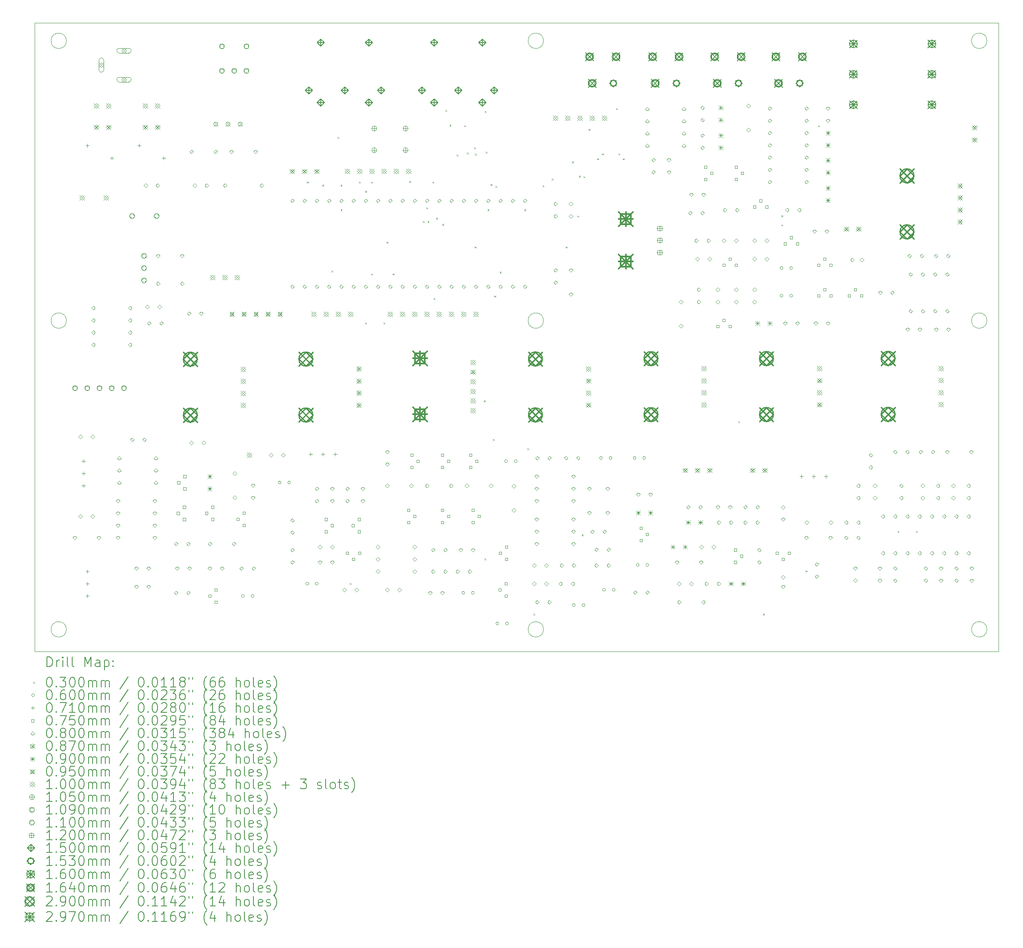
<source format=gbr>
%TF.GenerationSoftware,KiCad,Pcbnew,8.0.8*%
%TF.CreationDate,2025-03-25T20:46:04+09:00*%
%TF.ProjectId,mainBorad,6d61696e-426f-4726-9164-2e6b69636164,rev?*%
%TF.SameCoordinates,Original*%
%TF.FileFunction,Drillmap*%
%TF.FilePolarity,Positive*%
%FSLAX45Y45*%
G04 Gerber Fmt 4.5, Leading zero omitted, Abs format (unit mm)*
G04 Created by KiCad (PCBNEW 8.0.8) date 2025-03-25 20:46:04*
%MOMM*%
%LPD*%
G01*
G04 APERTURE LIST*
%ADD10C,0.050000*%
%ADD11C,0.200000*%
%ADD12C,0.100000*%
%ADD13C,0.105000*%
%ADD14C,0.109000*%
%ADD15C,0.110000*%
%ADD16C,0.120000*%
%ADD17C,0.150000*%
%ADD18C,0.153000*%
%ADD19C,0.160000*%
%ADD20C,0.164000*%
%ADD21C,0.290000*%
%ADD22C,0.297000*%
G04 APERTURE END LIST*
D10*
X3060000Y-8200000D02*
G75*
G02*
X2740000Y-8200000I-160000J0D01*
G01*
X2740000Y-8200000D02*
G75*
G02*
X3060000Y-8200000I160000J0D01*
G01*
X22160000Y-14600000D02*
G75*
G02*
X21840000Y-14600000I-160000J0D01*
G01*
X21840000Y-14600000D02*
G75*
G02*
X22160000Y-14600000I160000J0D01*
G01*
X22160000Y-2400000D02*
G75*
G02*
X21840000Y-2400000I-160000J0D01*
G01*
X21840000Y-2400000D02*
G75*
G02*
X22160000Y-2400000I160000J0D01*
G01*
X12960000Y-2400000D02*
G75*
G02*
X12640000Y-2400000I-160000J0D01*
G01*
X12640000Y-2400000D02*
G75*
G02*
X12960000Y-2400000I160000J0D01*
G01*
X2400000Y-2027000D02*
X22400000Y-2027000D01*
X22400000Y-15058500D01*
X2400000Y-15058500D01*
X2400000Y-2027000D01*
X12960000Y-14600000D02*
G75*
G02*
X12640000Y-14600000I-160000J0D01*
G01*
X12640000Y-14600000D02*
G75*
G02*
X12960000Y-14600000I160000J0D01*
G01*
X3060000Y-2400000D02*
G75*
G02*
X2740000Y-2400000I-160000J0D01*
G01*
X2740000Y-2400000D02*
G75*
G02*
X3060000Y-2400000I160000J0D01*
G01*
X22160000Y-8200000D02*
G75*
G02*
X21840000Y-8200000I-160000J0D01*
G01*
X21840000Y-8200000D02*
G75*
G02*
X22160000Y-8200000I160000J0D01*
G01*
X12960000Y-8200000D02*
G75*
G02*
X12640000Y-8200000I-160000J0D01*
G01*
X12640000Y-8200000D02*
G75*
G02*
X12960000Y-8200000I160000J0D01*
G01*
X3060000Y-14600000D02*
G75*
G02*
X2740000Y-14600000I-160000J0D01*
G01*
X2740000Y-14600000D02*
G75*
G02*
X3060000Y-14600000I160000J0D01*
G01*
D11*
D12*
X8049500Y-5319000D02*
X8079500Y-5349000D01*
X8079500Y-5319000D02*
X8049500Y-5349000D01*
X8367000Y-5382500D02*
X8397000Y-5412500D01*
X8397000Y-5382500D02*
X8367000Y-5412500D01*
X8557500Y-7160500D02*
X8587500Y-7190500D01*
X8587500Y-7160500D02*
X8557500Y-7190500D01*
X8684500Y-4391900D02*
X8714500Y-4421900D01*
X8714500Y-4391900D02*
X8684500Y-4421900D01*
X8748000Y-5382500D02*
X8778000Y-5412500D01*
X8778000Y-5382500D02*
X8748000Y-5412500D01*
X8748000Y-5890500D02*
X8778000Y-5920500D01*
X8778000Y-5890500D02*
X8748000Y-5920500D01*
X8938500Y-13637500D02*
X8968500Y-13667500D01*
X8968500Y-13637500D02*
X8938500Y-13667500D01*
X9129000Y-5319000D02*
X9159000Y-5349000D01*
X9159000Y-5319000D02*
X9129000Y-5349000D01*
X9256000Y-5509500D02*
X9286000Y-5539500D01*
X9286000Y-5509500D02*
X9256000Y-5539500D01*
X9256000Y-8240000D02*
X9286000Y-8270000D01*
X9286000Y-8240000D02*
X9256000Y-8270000D01*
X9383000Y-5319000D02*
X9413000Y-5349000D01*
X9413000Y-5319000D02*
X9383000Y-5349000D01*
X9383000Y-7224000D02*
X9413000Y-7254000D01*
X9413000Y-7224000D02*
X9383000Y-7254000D01*
X9637000Y-8240000D02*
X9667000Y-8270000D01*
X9667000Y-8240000D02*
X9637000Y-8270000D01*
X9700500Y-6565750D02*
X9730500Y-6595750D01*
X9730500Y-6565750D02*
X9700500Y-6595750D01*
X9827500Y-7224000D02*
X9857500Y-7254000D01*
X9857500Y-7224000D02*
X9827500Y-7254000D01*
X10170400Y-5306300D02*
X10200400Y-5336300D01*
X10200400Y-5306300D02*
X10170400Y-5336300D01*
X10454110Y-6136110D02*
X10484110Y-6166110D01*
X10484110Y-6136110D02*
X10454110Y-6166110D01*
X10526000Y-5852400D02*
X10556000Y-5882400D01*
X10556000Y-5852400D02*
X10526000Y-5882400D01*
X10551400Y-6136110D02*
X10581400Y-6166110D01*
X10581400Y-6136110D02*
X10551400Y-6166110D01*
X10653000Y-5319000D02*
X10683000Y-5349000D01*
X10683000Y-5319000D02*
X10653000Y-5349000D01*
X10678400Y-7732000D02*
X10708400Y-7762000D01*
X10708400Y-7732000D02*
X10678400Y-7762000D01*
X10728901Y-6068599D02*
X10758901Y-6098599D01*
X10758901Y-6068599D02*
X10728901Y-6098599D01*
X10856600Y-6196280D02*
X10886600Y-6226280D01*
X10886600Y-6196280D02*
X10856600Y-6226280D01*
X10919700Y-3833100D02*
X10949700Y-3863100D01*
X10949700Y-3833100D02*
X10919700Y-3863100D01*
X11008600Y-4137900D02*
X11038600Y-4167900D01*
X11038600Y-4137900D02*
X11008600Y-4167900D01*
X11157700Y-4756880D02*
X11187700Y-4786880D01*
X11187700Y-4756880D02*
X11157700Y-4786880D01*
X11313400Y-4150600D02*
X11343400Y-4180600D01*
X11343400Y-4150600D02*
X11313400Y-4180600D01*
X11371200Y-4714610D02*
X11401200Y-4744610D01*
X11401200Y-4714610D02*
X11371200Y-4744610D01*
X11516900Y-4609600D02*
X11546900Y-4639600D01*
X11546900Y-4609600D02*
X11516900Y-4639600D01*
X11530600Y-6666800D02*
X11560600Y-6696800D01*
X11560600Y-6666800D02*
X11530600Y-6696800D01*
X11540900Y-4738440D02*
X11570900Y-4768440D01*
X11570900Y-4738440D02*
X11540900Y-4768440D01*
X11719800Y-9852900D02*
X11749800Y-9882900D01*
X11749800Y-9852900D02*
X11719800Y-9882900D01*
X11732500Y-13129500D02*
X11762500Y-13159500D01*
X11762500Y-13129500D02*
X11732500Y-13159500D01*
X11739700Y-3854720D02*
X11769700Y-3884720D01*
X11769700Y-3854720D02*
X11739700Y-3884720D01*
X11757900Y-4696700D02*
X11787900Y-4726700D01*
X11787900Y-4696700D02*
X11757900Y-4726700D01*
X11796000Y-5890500D02*
X11826000Y-5920500D01*
X11826000Y-5890500D02*
X11796000Y-5920500D01*
X11859500Y-5369800D02*
X11889500Y-5399800D01*
X11889500Y-5369800D02*
X11859500Y-5399800D01*
X11908800Y-10653000D02*
X11938800Y-10683000D01*
X11938800Y-10653000D02*
X11908800Y-10683000D01*
X11935700Y-7681200D02*
X11965700Y-7711200D01*
X11965700Y-7681200D02*
X11935700Y-7711200D01*
X11961100Y-5407900D02*
X11991100Y-5437900D01*
X11991100Y-5407900D02*
X11961100Y-5437900D01*
X12050000Y-7185900D02*
X12080000Y-7215900D01*
X12080000Y-7185900D02*
X12050000Y-7215900D01*
X12558000Y-5890500D02*
X12588000Y-5920500D01*
X12588000Y-5890500D02*
X12558000Y-5920500D01*
X12621500Y-10843500D02*
X12651500Y-10873500D01*
X12651500Y-10843500D02*
X12621500Y-10873500D01*
X12748500Y-14272500D02*
X12778500Y-14302500D01*
X12778500Y-14272500D02*
X12748500Y-14302500D01*
X12939000Y-5395200D02*
X12969000Y-5425200D01*
X12969000Y-5395200D02*
X12939000Y-5425200D01*
X13130150Y-5256150D02*
X13160150Y-5286150D01*
X13160150Y-5256150D02*
X13130150Y-5286150D01*
X13419000Y-6665650D02*
X13449000Y-6695650D01*
X13449000Y-6665650D02*
X13419000Y-6695650D01*
X13549900Y-4898690D02*
X13579900Y-4928690D01*
X13579900Y-4898690D02*
X13549900Y-4928690D01*
X13660100Y-6023190D02*
X13690100Y-6053190D01*
X13690100Y-6023190D02*
X13660100Y-6053190D01*
X13693500Y-5195870D02*
X13723500Y-5225870D01*
X13723500Y-5195870D02*
X13693500Y-5225870D01*
X13752900Y-12631300D02*
X13782900Y-12661300D01*
X13782900Y-12631300D02*
X13752900Y-12661300D01*
X13788600Y-5209960D02*
X13818600Y-5239960D01*
X13818600Y-5209960D02*
X13788600Y-5239960D01*
X13891500Y-4226800D02*
X13921500Y-4256800D01*
X13921500Y-4226800D02*
X13891500Y-4256800D01*
X14069300Y-4836400D02*
X14099300Y-4866400D01*
X14099300Y-4836400D02*
X14069300Y-4866400D01*
X14170900Y-4734800D02*
X14200900Y-4764800D01*
X14200900Y-4734800D02*
X14170900Y-4764800D01*
X14463000Y-3795000D02*
X14493000Y-3825000D01*
X14493000Y-3795000D02*
X14463000Y-3825000D01*
X14513800Y-4734800D02*
X14543800Y-4764800D01*
X14543800Y-4734800D02*
X14513800Y-4764800D01*
X14602700Y-4836400D02*
X14632700Y-4866400D01*
X14632700Y-4836400D02*
X14602700Y-4866400D01*
X16999100Y-10286700D02*
X17029100Y-10316700D01*
X17029100Y-10286700D02*
X16999100Y-10316700D01*
X17511000Y-14272500D02*
X17541000Y-14302500D01*
X17541000Y-14272500D02*
X17511000Y-14302500D01*
X17892000Y-6017500D02*
X17922000Y-6047500D01*
X17922000Y-6017500D02*
X17892000Y-6047500D01*
X17892000Y-6208000D02*
X17922000Y-6238000D01*
X17922000Y-6208000D02*
X17892000Y-6238000D01*
X18398500Y-13379200D02*
X18428500Y-13409200D01*
X18428500Y-13379200D02*
X18398500Y-13409200D01*
X18654000Y-4150600D02*
X18684000Y-4180600D01*
X18684000Y-4150600D02*
X18654000Y-4180600D01*
X20305000Y-12558000D02*
X20335000Y-12588000D01*
X20335000Y-12558000D02*
X20305000Y-12588000D01*
X20686000Y-12558000D02*
X20716000Y-12588000D01*
X20716000Y-12558000D02*
X20686000Y-12588000D01*
X6751500Y-13906500D02*
G75*
G02*
X6691500Y-13906500I-30000J0D01*
G01*
X6691500Y-13906500D02*
G75*
G02*
X6751500Y-13906500I30000J0D01*
G01*
X6951500Y-13906500D02*
G75*
G02*
X6891500Y-13906500I-30000J0D01*
G01*
X6891500Y-13906500D02*
G75*
G02*
X6951500Y-13906500I30000J0D01*
G01*
X7513500Y-11557000D02*
G75*
G02*
X7453500Y-11557000I-30000J0D01*
G01*
X7453500Y-11557000D02*
G75*
G02*
X7513500Y-11557000I30000J0D01*
G01*
X7713500Y-11557000D02*
G75*
G02*
X7653500Y-11557000I-30000J0D01*
G01*
X7653500Y-11557000D02*
G75*
G02*
X7713500Y-11557000I30000J0D01*
G01*
X8085000Y-13652500D02*
G75*
G02*
X8025000Y-13652500I-30000J0D01*
G01*
X8025000Y-13652500D02*
G75*
G02*
X8085000Y-13652500I30000J0D01*
G01*
X8285000Y-13652500D02*
G75*
G02*
X8225000Y-13652500I-30000J0D01*
G01*
X8225000Y-13652500D02*
G75*
G02*
X8285000Y-13652500I30000J0D01*
G01*
X11323500Y-13843000D02*
G75*
G02*
X11263500Y-13843000I-30000J0D01*
G01*
X11263500Y-13843000D02*
G75*
G02*
X11323500Y-13843000I30000J0D01*
G01*
X11523500Y-13843000D02*
G75*
G02*
X11463500Y-13843000I-30000J0D01*
G01*
X11463500Y-13843000D02*
G75*
G02*
X11523500Y-13843000I30000J0D01*
G01*
X12031500Y-14478000D02*
G75*
G02*
X11971500Y-14478000I-30000J0D01*
G01*
X11971500Y-14478000D02*
G75*
G02*
X12031500Y-14478000I30000J0D01*
G01*
X12212500Y-11112500D02*
G75*
G02*
X12152500Y-11112500I-30000J0D01*
G01*
X12152500Y-11112500D02*
G75*
G02*
X12212500Y-11112500I30000J0D01*
G01*
X12231500Y-14478000D02*
G75*
G02*
X12171500Y-14478000I-30000J0D01*
G01*
X12171500Y-14478000D02*
G75*
G02*
X12231500Y-14478000I30000J0D01*
G01*
X12412500Y-11112500D02*
G75*
G02*
X12352500Y-11112500I-30000J0D01*
G01*
X12352500Y-11112500D02*
G75*
G02*
X12412500Y-11112500I30000J0D01*
G01*
X13619000Y-14097000D02*
G75*
G02*
X13559000Y-14097000I-30000J0D01*
G01*
X13559000Y-14097000D02*
G75*
G02*
X13619000Y-14097000I30000J0D01*
G01*
X13819000Y-14097000D02*
G75*
G02*
X13759000Y-14097000I-30000J0D01*
G01*
X13759000Y-14097000D02*
G75*
G02*
X13819000Y-14097000I30000J0D01*
G01*
X14181000Y-11049000D02*
G75*
G02*
X14121000Y-11049000I-30000J0D01*
G01*
X14121000Y-11049000D02*
G75*
G02*
X14181000Y-11049000I30000J0D01*
G01*
X14244500Y-13779500D02*
G75*
G02*
X14184500Y-13779500I-30000J0D01*
G01*
X14184500Y-13779500D02*
G75*
G02*
X14244500Y-13779500I30000J0D01*
G01*
X14381000Y-11049000D02*
G75*
G02*
X14321000Y-11049000I-30000J0D01*
G01*
X14321000Y-11049000D02*
G75*
G02*
X14381000Y-11049000I30000J0D01*
G01*
X14444500Y-13779500D02*
G75*
G02*
X14384500Y-13779500I-30000J0D01*
G01*
X14384500Y-13779500D02*
G75*
G02*
X14444500Y-13779500I30000J0D01*
G01*
X14879500Y-11049000D02*
G75*
G02*
X14819500Y-11049000I-30000J0D01*
G01*
X14819500Y-11049000D02*
G75*
G02*
X14879500Y-11049000I30000J0D01*
G01*
X14943000Y-13263500D02*
G75*
G02*
X14883000Y-13263500I-30000J0D01*
G01*
X14883000Y-13263500D02*
G75*
G02*
X14943000Y-13263500I30000J0D01*
G01*
X15079500Y-11049000D02*
G75*
G02*
X15019500Y-11049000I-30000J0D01*
G01*
X15019500Y-11049000D02*
G75*
G02*
X15079500Y-11049000I30000J0D01*
G01*
X15143000Y-13263500D02*
G75*
G02*
X15083000Y-13263500I-30000J0D01*
G01*
X15083000Y-13263500D02*
G75*
G02*
X15143000Y-13263500I30000J0D01*
G01*
X17927500Y-7112000D02*
G75*
G02*
X17867500Y-7112000I-30000J0D01*
G01*
X17867500Y-7112000D02*
G75*
G02*
X17927500Y-7112000I30000J0D01*
G01*
X17927500Y-7683500D02*
G75*
G02*
X17867500Y-7683500I-30000J0D01*
G01*
X17867500Y-7683500D02*
G75*
G02*
X17927500Y-7683500I30000J0D01*
G01*
X18127500Y-7112000D02*
G75*
G02*
X18067500Y-7112000I-30000J0D01*
G01*
X18067500Y-7112000D02*
G75*
G02*
X18127500Y-7112000I30000J0D01*
G01*
X18127500Y-7683500D02*
G75*
G02*
X18067500Y-7683500I-30000J0D01*
G01*
X18067500Y-7683500D02*
G75*
G02*
X18127500Y-7683500I30000J0D01*
G01*
X3414500Y-11077000D02*
X3414500Y-11148000D01*
X3379000Y-11112500D02*
X3450000Y-11112500D01*
X3414500Y-11331000D02*
X3414500Y-11402000D01*
X3379000Y-11366500D02*
X3450000Y-11366500D01*
X3414500Y-11585000D02*
X3414500Y-11656000D01*
X3379000Y-11620500D02*
X3450000Y-11620500D01*
X3492500Y-4536500D02*
X3492500Y-4607500D01*
X3457000Y-4572000D02*
X3528000Y-4572000D01*
X3492500Y-13363000D02*
X3492500Y-13434000D01*
X3457000Y-13398500D02*
X3528000Y-13398500D01*
X3492500Y-13617000D02*
X3492500Y-13688000D01*
X3457000Y-13652500D02*
X3528000Y-13652500D01*
X3492500Y-13871000D02*
X3492500Y-13942000D01*
X3457000Y-13906500D02*
X3528000Y-13906500D01*
X4002500Y-4795500D02*
X4002500Y-4866500D01*
X3967000Y-4831000D02*
X4038000Y-4831000D01*
X4571000Y-4534000D02*
X4571000Y-4605000D01*
X4535500Y-4569500D02*
X4606500Y-4569500D01*
X5081000Y-4793000D02*
X5081000Y-4864000D01*
X5045500Y-4828500D02*
X5116500Y-4828500D01*
X8128000Y-10935500D02*
X8128000Y-11006500D01*
X8092500Y-10971000D02*
X8163500Y-10971000D01*
X8382000Y-10935500D02*
X8382000Y-11006500D01*
X8346500Y-10971000D02*
X8417500Y-10971000D01*
X8636000Y-10935500D02*
X8636000Y-11006500D01*
X8600500Y-10971000D02*
X8671500Y-10971000D01*
X18310500Y-11394500D02*
X18310500Y-11465500D01*
X18275000Y-11430000D02*
X18346000Y-11430000D01*
X18564500Y-11394500D02*
X18564500Y-11465500D01*
X18529000Y-11430000D02*
X18600000Y-11430000D01*
X18818500Y-11394500D02*
X18818500Y-11465500D01*
X18783000Y-11430000D02*
X18854000Y-11430000D01*
X5405017Y-12218517D02*
X5405017Y-12165483D01*
X5351983Y-12165483D01*
X5351983Y-12218517D01*
X5405017Y-12218517D01*
X5412517Y-11583517D02*
X5412517Y-11530483D01*
X5359483Y-11530483D01*
X5359483Y-11583517D01*
X5412517Y-11583517D01*
X5532017Y-12091517D02*
X5532017Y-12038483D01*
X5478983Y-12038483D01*
X5478983Y-12091517D01*
X5532017Y-12091517D01*
X5532017Y-12345517D02*
X5532017Y-12292483D01*
X5478983Y-12292483D01*
X5478983Y-12345517D01*
X5532017Y-12345517D01*
X5539517Y-11456517D02*
X5539517Y-11403483D01*
X5486483Y-11403483D01*
X5486483Y-11456517D01*
X5539517Y-11456517D01*
X5539517Y-11710517D02*
X5539517Y-11657483D01*
X5486483Y-11657483D01*
X5486483Y-11710517D01*
X5539517Y-11710517D01*
X5995517Y-12218517D02*
X5995517Y-12165483D01*
X5942483Y-12165483D01*
X5942483Y-12218517D01*
X5995517Y-12218517D01*
X6059017Y-13933017D02*
X6059017Y-13879983D01*
X6005983Y-13879983D01*
X6005983Y-13933017D01*
X6059017Y-13933017D01*
X6122517Y-12091517D02*
X6122517Y-12038483D01*
X6069483Y-12038483D01*
X6069483Y-12091517D01*
X6122517Y-12091517D01*
X6122517Y-12345517D02*
X6122517Y-12292483D01*
X6069483Y-12292483D01*
X6069483Y-12345517D01*
X6122517Y-12345517D01*
X6186017Y-13806017D02*
X6186017Y-13752983D01*
X6132983Y-13752983D01*
X6132983Y-13806017D01*
X6186017Y-13806017D01*
X6186017Y-14060017D02*
X6186017Y-14006983D01*
X6132983Y-14006983D01*
X6132983Y-14060017D01*
X6186017Y-14060017D01*
X6642017Y-12341517D02*
X6642017Y-12288483D01*
X6588983Y-12288483D01*
X6588983Y-12341517D01*
X6642017Y-12341517D01*
X6769017Y-12214517D02*
X6769017Y-12161483D01*
X6715983Y-12161483D01*
X6715983Y-12214517D01*
X6769017Y-12214517D01*
X6769017Y-12468517D02*
X6769017Y-12415483D01*
X6715983Y-12415483D01*
X6715983Y-12468517D01*
X6769017Y-12468517D01*
X8472017Y-12345517D02*
X8472017Y-12292483D01*
X8418983Y-12292483D01*
X8418983Y-12345517D01*
X8472017Y-12345517D01*
X8472017Y-12599517D02*
X8472017Y-12546483D01*
X8418983Y-12546483D01*
X8418983Y-12599517D01*
X8472017Y-12599517D01*
X8599017Y-12472517D02*
X8599017Y-12419483D01*
X8545983Y-12419483D01*
X8545983Y-12472517D01*
X8599017Y-12472517D01*
X8916517Y-13044017D02*
X8916517Y-12990983D01*
X8863483Y-12990983D01*
X8863483Y-13044017D01*
X8916517Y-13044017D01*
X9032017Y-12472517D02*
X9032017Y-12419483D01*
X8978983Y-12419483D01*
X8978983Y-12472517D01*
X9032017Y-12472517D01*
X9043517Y-13171017D02*
X9043517Y-13117983D01*
X8990483Y-13117983D01*
X8990483Y-13171017D01*
X9043517Y-13171017D01*
X9159017Y-12345517D02*
X9159017Y-12292483D01*
X9105983Y-12292483D01*
X9105983Y-12345517D01*
X9159017Y-12345517D01*
X9159017Y-12599517D02*
X9159017Y-12546483D01*
X9105983Y-12546483D01*
X9105983Y-12599517D01*
X9159017Y-12599517D01*
X9170517Y-13044017D02*
X9170517Y-12990983D01*
X9117483Y-12990983D01*
X9117483Y-13044017D01*
X9170517Y-13044017D01*
X10186517Y-12155017D02*
X10186517Y-12101983D01*
X10133483Y-12101983D01*
X10133483Y-12155017D01*
X10186517Y-12155017D01*
X10186517Y-12409017D02*
X10186517Y-12355983D01*
X10133483Y-12355983D01*
X10133483Y-12409017D01*
X10186517Y-12409017D01*
X10250017Y-11012017D02*
X10250017Y-10958983D01*
X10196983Y-10958983D01*
X10196983Y-11012017D01*
X10250017Y-11012017D01*
X10250017Y-11266017D02*
X10250017Y-11212983D01*
X10196983Y-11212983D01*
X10196983Y-11266017D01*
X10250017Y-11266017D01*
X10313517Y-12282017D02*
X10313517Y-12228983D01*
X10260483Y-12228983D01*
X10260483Y-12282017D01*
X10313517Y-12282017D01*
X10377017Y-11139017D02*
X10377017Y-11085983D01*
X10323983Y-11085983D01*
X10323983Y-11139017D01*
X10377017Y-11139017D01*
X10885017Y-11012017D02*
X10885017Y-10958983D01*
X10831983Y-10958983D01*
X10831983Y-11012017D01*
X10885017Y-11012017D01*
X10885017Y-11266017D02*
X10885017Y-11212983D01*
X10831983Y-11212983D01*
X10831983Y-11266017D01*
X10885017Y-11266017D01*
X10885017Y-12155017D02*
X10885017Y-12101983D01*
X10831983Y-12101983D01*
X10831983Y-12155017D01*
X10885017Y-12155017D01*
X10885017Y-12409017D02*
X10885017Y-12355983D01*
X10831983Y-12355983D01*
X10831983Y-12409017D01*
X10885017Y-12409017D01*
X11012017Y-11139017D02*
X11012017Y-11085983D01*
X10958983Y-11085983D01*
X10958983Y-11139017D01*
X11012017Y-11139017D01*
X11012017Y-12282017D02*
X11012017Y-12228983D01*
X10958983Y-12228983D01*
X10958983Y-12282017D01*
X11012017Y-12282017D01*
X11472517Y-11012017D02*
X11472517Y-10958983D01*
X11419483Y-10958983D01*
X11419483Y-11012017D01*
X11472517Y-11012017D01*
X11472517Y-11266017D02*
X11472517Y-11212983D01*
X11419483Y-11212983D01*
X11419483Y-11266017D01*
X11472517Y-11266017D01*
X11520017Y-12155017D02*
X11520017Y-12101983D01*
X11466983Y-12101983D01*
X11466983Y-12155017D01*
X11520017Y-12155017D01*
X11520017Y-12409017D02*
X11520017Y-12355983D01*
X11466983Y-12355983D01*
X11466983Y-12409017D01*
X11520017Y-12409017D01*
X11599517Y-11139017D02*
X11599517Y-11085983D01*
X11546483Y-11085983D01*
X11546483Y-11139017D01*
X11599517Y-11139017D01*
X11647017Y-12282017D02*
X11647017Y-12228983D01*
X11593983Y-12228983D01*
X11593983Y-12282017D01*
X11647017Y-12282017D01*
X12080017Y-13806017D02*
X12080017Y-13752983D01*
X12026983Y-13752983D01*
X12026983Y-13806017D01*
X12080017Y-13806017D01*
X12091517Y-13044017D02*
X12091517Y-12990983D01*
X12038483Y-12990983D01*
X12038483Y-13044017D01*
X12091517Y-13044017D01*
X12207017Y-13679017D02*
X12207017Y-13625983D01*
X12153983Y-13625983D01*
X12153983Y-13679017D01*
X12207017Y-13679017D01*
X12207017Y-13933017D02*
X12207017Y-13879983D01*
X12153983Y-13879983D01*
X12153983Y-13933017D01*
X12207017Y-13933017D01*
X12218517Y-12917017D02*
X12218517Y-12863983D01*
X12165483Y-12863983D01*
X12165483Y-12917017D01*
X12218517Y-12917017D01*
X12218517Y-13171017D02*
X12218517Y-13117983D01*
X12165483Y-13117983D01*
X12165483Y-13171017D01*
X12218517Y-13171017D01*
X15012517Y-12528017D02*
X15012517Y-12474983D01*
X14959483Y-12474983D01*
X14959483Y-12528017D01*
X15012517Y-12528017D01*
X15012517Y-12782017D02*
X15012517Y-12728983D01*
X14959483Y-12728983D01*
X14959483Y-12782017D01*
X15012517Y-12782017D01*
X15139517Y-12655017D02*
X15139517Y-12601983D01*
X15086483Y-12601983D01*
X15086483Y-12655017D01*
X15139517Y-12655017D01*
X16346017Y-5043017D02*
X16346017Y-4989983D01*
X16292983Y-4989983D01*
X16292983Y-5043017D01*
X16346017Y-5043017D01*
X16346017Y-5297017D02*
X16346017Y-5243983D01*
X16292983Y-5243983D01*
X16292983Y-5297017D01*
X16346017Y-5297017D01*
X16473017Y-5170017D02*
X16473017Y-5116983D01*
X16419983Y-5116983D01*
X16419983Y-5170017D01*
X16473017Y-5170017D01*
X16600017Y-8345017D02*
X16600017Y-8291983D01*
X16546983Y-8291983D01*
X16546983Y-8345017D01*
X16600017Y-8345017D01*
X16727017Y-7075017D02*
X16727017Y-7021983D01*
X16673983Y-7021983D01*
X16673983Y-7075017D01*
X16727017Y-7075017D01*
X16727017Y-8218017D02*
X16727017Y-8164983D01*
X16673983Y-8164983D01*
X16673983Y-8218017D01*
X16727017Y-8218017D01*
X16854017Y-6948017D02*
X16854017Y-6894983D01*
X16800983Y-6894983D01*
X16800983Y-6948017D01*
X16854017Y-6948017D01*
X16854017Y-8345017D02*
X16854017Y-8291983D01*
X16800983Y-8291983D01*
X16800983Y-8345017D01*
X16854017Y-8345017D01*
X16962517Y-12980517D02*
X16962517Y-12927483D01*
X16909483Y-12927483D01*
X16909483Y-12980517D01*
X16962517Y-12980517D01*
X16962517Y-13234517D02*
X16962517Y-13181483D01*
X16909483Y-13181483D01*
X16909483Y-13234517D01*
X16962517Y-13234517D01*
X16981017Y-5043017D02*
X16981017Y-4989983D01*
X16927983Y-4989983D01*
X16927983Y-5043017D01*
X16981017Y-5043017D01*
X16981017Y-5297017D02*
X16981017Y-5243983D01*
X16927983Y-5243983D01*
X16927983Y-5297017D01*
X16981017Y-5297017D01*
X16981017Y-7075017D02*
X16981017Y-7021983D01*
X16927983Y-7021983D01*
X16927983Y-7075017D01*
X16981017Y-7075017D01*
X17089517Y-13107517D02*
X17089517Y-13054483D01*
X17036483Y-13054483D01*
X17036483Y-13107517D01*
X17089517Y-13107517D01*
X17108017Y-5170017D02*
X17108017Y-5116983D01*
X17054983Y-5116983D01*
X17054983Y-5170017D01*
X17108017Y-5170017D01*
X17362017Y-5868517D02*
X17362017Y-5815483D01*
X17308983Y-5815483D01*
X17308983Y-5868517D01*
X17362017Y-5868517D01*
X17489017Y-5741517D02*
X17489017Y-5688483D01*
X17435983Y-5688483D01*
X17435983Y-5741517D01*
X17489017Y-5741517D01*
X17616017Y-5868517D02*
X17616017Y-5815483D01*
X17562983Y-5815483D01*
X17562983Y-5868517D01*
X17616017Y-5868517D01*
X17829017Y-13044017D02*
X17829017Y-12990983D01*
X17775983Y-12990983D01*
X17775983Y-13044017D01*
X17829017Y-13044017D01*
X17956017Y-13171017D02*
X17956017Y-13117983D01*
X17902983Y-13117983D01*
X17902983Y-13171017D01*
X17956017Y-13171017D01*
X17997017Y-6630517D02*
X17997017Y-6577483D01*
X17943983Y-6577483D01*
X17943983Y-6630517D01*
X17997017Y-6630517D01*
X18083017Y-13044017D02*
X18083017Y-12990983D01*
X18029983Y-12990983D01*
X18029983Y-13044017D01*
X18083017Y-13044017D01*
X18124017Y-6503517D02*
X18124017Y-6450483D01*
X18070983Y-6450483D01*
X18070983Y-6503517D01*
X18124017Y-6503517D01*
X18251017Y-6630517D02*
X18251017Y-6577483D01*
X18197983Y-6577483D01*
X18197983Y-6630517D01*
X18251017Y-6630517D01*
X18695517Y-7075017D02*
X18695517Y-7021983D01*
X18642483Y-7021983D01*
X18642483Y-7075017D01*
X18695517Y-7075017D01*
X18695517Y-7710017D02*
X18695517Y-7656983D01*
X18642483Y-7656983D01*
X18642483Y-7710017D01*
X18695517Y-7710017D01*
X18822517Y-6948017D02*
X18822517Y-6894983D01*
X18769483Y-6894983D01*
X18769483Y-6948017D01*
X18822517Y-6948017D01*
X18822517Y-7583017D02*
X18822517Y-7529983D01*
X18769483Y-7529983D01*
X18769483Y-7583017D01*
X18822517Y-7583017D01*
X18949517Y-7075017D02*
X18949517Y-7021983D01*
X18896483Y-7021983D01*
X18896483Y-7075017D01*
X18949517Y-7075017D01*
X18949517Y-7710017D02*
X18949517Y-7656983D01*
X18896483Y-7656983D01*
X18896483Y-7710017D01*
X18949517Y-7710017D01*
X19330517Y-7710017D02*
X19330517Y-7656983D01*
X19277483Y-7656983D01*
X19277483Y-7710017D01*
X19330517Y-7710017D01*
X19457517Y-7583017D02*
X19457517Y-7529983D01*
X19404483Y-7529983D01*
X19404483Y-7583017D01*
X19457517Y-7583017D01*
X19584517Y-7710017D02*
X19584517Y-7656983D01*
X19531483Y-7656983D01*
X19531483Y-7710017D01*
X19584517Y-7710017D01*
X3232000Y-12740000D02*
X3272000Y-12700000D01*
X3232000Y-12660000D01*
X3192000Y-12700000D01*
X3232000Y-12740000D01*
X3351000Y-10644500D02*
X3391000Y-10604500D01*
X3351000Y-10564500D01*
X3311000Y-10604500D01*
X3351000Y-10644500D01*
X3351000Y-12295500D02*
X3391000Y-12255500D01*
X3351000Y-12215500D01*
X3311000Y-12255500D01*
X3351000Y-12295500D01*
X3605000Y-10644500D02*
X3645000Y-10604500D01*
X3605000Y-10564500D01*
X3565000Y-10604500D01*
X3605000Y-10644500D01*
X3605000Y-12295500D02*
X3645000Y-12255500D01*
X3605000Y-12215500D01*
X3565000Y-12255500D01*
X3605000Y-12295500D01*
X3618000Y-7978500D02*
X3658000Y-7938500D01*
X3618000Y-7898500D01*
X3578000Y-7938500D01*
X3618000Y-7978500D01*
X3618000Y-8232500D02*
X3658000Y-8192500D01*
X3618000Y-8152500D01*
X3578000Y-8192500D01*
X3618000Y-8232500D01*
X3618000Y-8486500D02*
X3658000Y-8446500D01*
X3618000Y-8406500D01*
X3578000Y-8446500D01*
X3618000Y-8486500D01*
X3618000Y-8740500D02*
X3658000Y-8700500D01*
X3618000Y-8660500D01*
X3578000Y-8700500D01*
X3618000Y-8740500D01*
X3732000Y-12740000D02*
X3772000Y-12700000D01*
X3732000Y-12660000D01*
X3692000Y-12700000D01*
X3732000Y-12740000D01*
X4127500Y-11978000D02*
X4167500Y-11938000D01*
X4127500Y-11898000D01*
X4087500Y-11938000D01*
X4127500Y-11978000D01*
X4127500Y-12232000D02*
X4167500Y-12192000D01*
X4127500Y-12152000D01*
X4087500Y-12192000D01*
X4127500Y-12232000D01*
X4127500Y-12486000D02*
X4167500Y-12446000D01*
X4127500Y-12406000D01*
X4087500Y-12446000D01*
X4127500Y-12486000D01*
X4127500Y-12740000D02*
X4167500Y-12700000D01*
X4127500Y-12660000D01*
X4087500Y-12700000D01*
X4127500Y-12740000D01*
X4155000Y-11092000D02*
X4195000Y-11052000D01*
X4155000Y-11012000D01*
X4115000Y-11052000D01*
X4155000Y-11092000D01*
X4155000Y-11346000D02*
X4195000Y-11306000D01*
X4155000Y-11266000D01*
X4115000Y-11306000D01*
X4155000Y-11346000D01*
X4155000Y-11600000D02*
X4195000Y-11560000D01*
X4155000Y-11520000D01*
X4115000Y-11560000D01*
X4155000Y-11600000D01*
X4380000Y-7978500D02*
X4420000Y-7938500D01*
X4380000Y-7898500D01*
X4340000Y-7938500D01*
X4380000Y-7978500D01*
X4380000Y-8232500D02*
X4420000Y-8192500D01*
X4380000Y-8152500D01*
X4340000Y-8192500D01*
X4380000Y-8232500D01*
X4380000Y-8486500D02*
X4420000Y-8446500D01*
X4380000Y-8406500D01*
X4340000Y-8446500D01*
X4380000Y-8486500D01*
X4380000Y-8740500D02*
X4420000Y-8700500D01*
X4380000Y-8660500D01*
X4340000Y-8700500D01*
X4380000Y-8740500D01*
X4422500Y-10708000D02*
X4462500Y-10668000D01*
X4422500Y-10628000D01*
X4382500Y-10668000D01*
X4422500Y-10708000D01*
X4508500Y-13375000D02*
X4548500Y-13335000D01*
X4508500Y-13295000D01*
X4468500Y-13335000D01*
X4508500Y-13375000D01*
X4508500Y-13756000D02*
X4548500Y-13716000D01*
X4508500Y-13676000D01*
X4468500Y-13716000D01*
X4508500Y-13756000D01*
X4676500Y-10708000D02*
X4716500Y-10668000D01*
X4676500Y-10628000D01*
X4636500Y-10668000D01*
X4676500Y-10708000D01*
X4703000Y-5437500D02*
X4743000Y-5397500D01*
X4703000Y-5357500D01*
X4663000Y-5397500D01*
X4703000Y-5437500D01*
X4737100Y-7952100D02*
X4777100Y-7912100D01*
X4737100Y-7872100D01*
X4697100Y-7912100D01*
X4737100Y-7952100D01*
X4762500Y-13375000D02*
X4802500Y-13335000D01*
X4762500Y-13295000D01*
X4722500Y-13335000D01*
X4762500Y-13375000D01*
X4762500Y-13756000D02*
X4802500Y-13716000D01*
X4762500Y-13676000D01*
X4722500Y-13716000D01*
X4762500Y-13756000D01*
X4775200Y-8295000D02*
X4815200Y-8255000D01*
X4775200Y-8215000D01*
X4735200Y-8255000D01*
X4775200Y-8295000D01*
X4889500Y-11978000D02*
X4929500Y-11938000D01*
X4889500Y-11898000D01*
X4849500Y-11938000D01*
X4889500Y-11978000D01*
X4889500Y-12232000D02*
X4929500Y-12192000D01*
X4889500Y-12152000D01*
X4849500Y-12192000D01*
X4889500Y-12232000D01*
X4889500Y-12486000D02*
X4929500Y-12446000D01*
X4889500Y-12406000D01*
X4849500Y-12446000D01*
X4889500Y-12486000D01*
X4889500Y-12740000D02*
X4929500Y-12700000D01*
X4889500Y-12660000D01*
X4849500Y-12700000D01*
X4889500Y-12740000D01*
X4917000Y-11092000D02*
X4957000Y-11052000D01*
X4917000Y-11012000D01*
X4877000Y-11052000D01*
X4917000Y-11092000D01*
X4917000Y-11346000D02*
X4957000Y-11306000D01*
X4917000Y-11266000D01*
X4877000Y-11306000D01*
X4917000Y-11346000D01*
X4917000Y-11600000D02*
X4957000Y-11560000D01*
X4917000Y-11520000D01*
X4877000Y-11560000D01*
X4917000Y-11600000D01*
X4953000Y-5437500D02*
X4993000Y-5397500D01*
X4953000Y-5357500D01*
X4913000Y-5397500D01*
X4953000Y-5437500D01*
X4957000Y-6898000D02*
X4997000Y-6858000D01*
X4957000Y-6818000D01*
X4917000Y-6858000D01*
X4957000Y-6898000D01*
X4961000Y-7469500D02*
X5001000Y-7429500D01*
X4961000Y-7389500D01*
X4921000Y-7429500D01*
X4961000Y-7469500D01*
X4991100Y-7952100D02*
X5031100Y-7912100D01*
X4991100Y-7872100D01*
X4951100Y-7912100D01*
X4991100Y-7952100D01*
X5029200Y-8295000D02*
X5069200Y-8255000D01*
X5029200Y-8215000D01*
X4989200Y-8255000D01*
X5029200Y-8295000D01*
X5334000Y-12867000D02*
X5374000Y-12827000D01*
X5334000Y-12787000D01*
X5294000Y-12827000D01*
X5334000Y-12867000D01*
X5334000Y-13883000D02*
X5374000Y-13843000D01*
X5334000Y-13803000D01*
X5294000Y-13843000D01*
X5334000Y-13883000D01*
X5356500Y-13375000D02*
X5396500Y-13335000D01*
X5356500Y-13295000D01*
X5316500Y-13335000D01*
X5356500Y-13375000D01*
X5457000Y-6898000D02*
X5497000Y-6858000D01*
X5457000Y-6818000D01*
X5417000Y-6858000D01*
X5457000Y-6898000D01*
X5461000Y-7469500D02*
X5501000Y-7429500D01*
X5461000Y-7389500D01*
X5421000Y-7429500D01*
X5461000Y-7469500D01*
X5588000Y-12867000D02*
X5628000Y-12827000D01*
X5588000Y-12787000D01*
X5548000Y-12827000D01*
X5588000Y-12867000D01*
X5588000Y-13883000D02*
X5628000Y-13843000D01*
X5588000Y-13803000D01*
X5548000Y-13843000D01*
X5588000Y-13883000D01*
X5604700Y-8091800D02*
X5644700Y-8051800D01*
X5604700Y-8011800D01*
X5564700Y-8051800D01*
X5604700Y-8091800D01*
X5610500Y-13375000D02*
X5650500Y-13335000D01*
X5610500Y-13295000D01*
X5570500Y-13335000D01*
X5610500Y-13375000D01*
X5651500Y-10771500D02*
X5691500Y-10731500D01*
X5651500Y-10691500D01*
X5611500Y-10731500D01*
X5651500Y-10771500D01*
X5655500Y-4739000D02*
X5695500Y-4699000D01*
X5655500Y-4659000D01*
X5615500Y-4699000D01*
X5655500Y-4739000D01*
X5719000Y-5437500D02*
X5759000Y-5397500D01*
X5719000Y-5357500D01*
X5679000Y-5397500D01*
X5719000Y-5437500D01*
X5854700Y-8091800D02*
X5894700Y-8051800D01*
X5854700Y-8011800D01*
X5814700Y-8051800D01*
X5854700Y-8091800D01*
X5905500Y-10771500D02*
X5945500Y-10731500D01*
X5905500Y-10691500D01*
X5865500Y-10731500D01*
X5905500Y-10771500D01*
X5969000Y-5437500D02*
X6009000Y-5397500D01*
X5969000Y-5357500D01*
X5929000Y-5397500D01*
X5969000Y-5437500D01*
X6032500Y-13375000D02*
X6072500Y-13335000D01*
X6032500Y-13295000D01*
X5992500Y-13335000D01*
X6032500Y-13375000D01*
X6036500Y-12867000D02*
X6076500Y-12827000D01*
X6036500Y-12787000D01*
X5996500Y-12827000D01*
X6036500Y-12867000D01*
X6155500Y-4739000D02*
X6195500Y-4699000D01*
X6155500Y-4659000D01*
X6115500Y-4699000D01*
X6155500Y-4739000D01*
X6286500Y-13375000D02*
X6326500Y-13335000D01*
X6286500Y-13295000D01*
X6246500Y-13335000D01*
X6286500Y-13375000D01*
X6350000Y-5437500D02*
X6390000Y-5397500D01*
X6350000Y-5357500D01*
X6310000Y-5397500D01*
X6350000Y-5437500D01*
X6481000Y-4739000D02*
X6521000Y-4699000D01*
X6481000Y-4659000D01*
X6441000Y-4699000D01*
X6481000Y-4739000D01*
X6536500Y-12867000D02*
X6576500Y-12827000D01*
X6536500Y-12787000D01*
X6496500Y-12827000D01*
X6536500Y-12867000D01*
X6552000Y-11406500D02*
X6592000Y-11366500D01*
X6552000Y-11326500D01*
X6512000Y-11366500D01*
X6552000Y-11406500D01*
X6552000Y-11906500D02*
X6592000Y-11866500D01*
X6552000Y-11826500D01*
X6512000Y-11866500D01*
X6552000Y-11906500D01*
X6690000Y-13375000D02*
X6730000Y-13335000D01*
X6690000Y-13295000D01*
X6650000Y-13335000D01*
X6690000Y-13375000D01*
X6933000Y-11656500D02*
X6973000Y-11616500D01*
X6933000Y-11576500D01*
X6893000Y-11616500D01*
X6933000Y-11656500D01*
X6933000Y-11910500D02*
X6973000Y-11870500D01*
X6933000Y-11830500D01*
X6893000Y-11870500D01*
X6933000Y-11910500D01*
X6944000Y-13375000D02*
X6984000Y-13335000D01*
X6944000Y-13295000D01*
X6904000Y-13335000D01*
X6944000Y-13375000D01*
X6981000Y-4739000D02*
X7021000Y-4699000D01*
X6981000Y-4659000D01*
X6941000Y-4699000D01*
X6981000Y-4739000D01*
X7112000Y-5437500D02*
X7152000Y-5397500D01*
X7112000Y-5357500D01*
X7072000Y-5397500D01*
X7112000Y-5437500D01*
X7302500Y-11025500D02*
X7342500Y-10985500D01*
X7302500Y-10945500D01*
X7262500Y-10985500D01*
X7302500Y-11025500D01*
X7556500Y-11025500D02*
X7596500Y-10985500D01*
X7556500Y-10945500D01*
X7516500Y-10985500D01*
X7556500Y-11025500D01*
X7747000Y-5755000D02*
X7787000Y-5715000D01*
X7747000Y-5675000D01*
X7707000Y-5715000D01*
X7747000Y-5755000D01*
X7747000Y-7535000D02*
X7787000Y-7495000D01*
X7747000Y-7455000D01*
X7707000Y-7495000D01*
X7747000Y-7535000D01*
X7747000Y-12377500D02*
X7787000Y-12337500D01*
X7747000Y-12297500D01*
X7707000Y-12337500D01*
X7747000Y-12377500D01*
X7747000Y-12631500D02*
X7787000Y-12591500D01*
X7747000Y-12551500D01*
X7707000Y-12591500D01*
X7747000Y-12631500D01*
X7747000Y-12994000D02*
X7787000Y-12954000D01*
X7747000Y-12914000D01*
X7707000Y-12954000D01*
X7747000Y-12994000D01*
X7747000Y-13248000D02*
X7787000Y-13208000D01*
X7747000Y-13168000D01*
X7707000Y-13208000D01*
X7747000Y-13248000D01*
X8001000Y-5755000D02*
X8041000Y-5715000D01*
X8001000Y-5675000D01*
X7961000Y-5715000D01*
X8001000Y-5755000D01*
X8001000Y-7535000D02*
X8041000Y-7495000D01*
X8001000Y-7455000D01*
X7961000Y-7495000D01*
X8001000Y-7535000D01*
X8255000Y-5755000D02*
X8295000Y-5715000D01*
X8255000Y-5675000D01*
X8215000Y-5715000D01*
X8255000Y-5755000D01*
X8255000Y-7535000D02*
X8295000Y-7495000D01*
X8255000Y-7455000D01*
X8215000Y-7495000D01*
X8255000Y-7535000D01*
X8255000Y-11724000D02*
X8295000Y-11684000D01*
X8255000Y-11644000D01*
X8215000Y-11684000D01*
X8255000Y-11724000D01*
X8255000Y-11978000D02*
X8295000Y-11938000D01*
X8255000Y-11898000D01*
X8215000Y-11938000D01*
X8255000Y-11978000D01*
X8318500Y-12930500D02*
X8358500Y-12890500D01*
X8318500Y-12850500D01*
X8278500Y-12890500D01*
X8318500Y-12930500D01*
X8318500Y-13248000D02*
X8358500Y-13208000D01*
X8318500Y-13168000D01*
X8278500Y-13208000D01*
X8318500Y-13248000D01*
X8509000Y-5755000D02*
X8549000Y-5715000D01*
X8509000Y-5675000D01*
X8469000Y-5715000D01*
X8509000Y-5755000D01*
X8509000Y-7535000D02*
X8549000Y-7495000D01*
X8509000Y-7455000D01*
X8469000Y-7495000D01*
X8509000Y-7535000D01*
X8572500Y-11724000D02*
X8612500Y-11684000D01*
X8572500Y-11644000D01*
X8532500Y-11684000D01*
X8572500Y-11724000D01*
X8572500Y-11978000D02*
X8612500Y-11938000D01*
X8572500Y-11898000D01*
X8532500Y-11938000D01*
X8572500Y-11978000D01*
X8572500Y-12930500D02*
X8612500Y-12890500D01*
X8572500Y-12850500D01*
X8532500Y-12890500D01*
X8572500Y-12930500D01*
X8572500Y-13248000D02*
X8612500Y-13208000D01*
X8572500Y-13168000D01*
X8532500Y-13208000D01*
X8572500Y-13248000D01*
X8763000Y-5755000D02*
X8803000Y-5715000D01*
X8763000Y-5675000D01*
X8723000Y-5715000D01*
X8763000Y-5755000D01*
X8763000Y-7535000D02*
X8803000Y-7495000D01*
X8763000Y-7455000D01*
X8723000Y-7495000D01*
X8763000Y-7535000D01*
X8826500Y-13819500D02*
X8866500Y-13779500D01*
X8826500Y-13739500D01*
X8786500Y-13779500D01*
X8826500Y-13819500D01*
X8890000Y-11724000D02*
X8930000Y-11684000D01*
X8890000Y-11644000D01*
X8850000Y-11684000D01*
X8890000Y-11724000D01*
X8890000Y-11978000D02*
X8930000Y-11938000D01*
X8890000Y-11898000D01*
X8850000Y-11938000D01*
X8890000Y-11978000D01*
X9017000Y-5755000D02*
X9057000Y-5715000D01*
X9017000Y-5675000D01*
X8977000Y-5715000D01*
X9017000Y-5755000D01*
X9017000Y-7535000D02*
X9057000Y-7495000D01*
X9017000Y-7455000D01*
X8977000Y-7495000D01*
X9017000Y-7535000D01*
X9080500Y-13819500D02*
X9120500Y-13779500D01*
X9080500Y-13739500D01*
X9040500Y-13779500D01*
X9080500Y-13819500D01*
X9207500Y-11724000D02*
X9247500Y-11684000D01*
X9207500Y-11644000D01*
X9167500Y-11684000D01*
X9207500Y-11724000D01*
X9207500Y-11978000D02*
X9247500Y-11938000D01*
X9207500Y-11898000D01*
X9167500Y-11938000D01*
X9207500Y-11978000D01*
X9271000Y-5755000D02*
X9311000Y-5715000D01*
X9271000Y-5675000D01*
X9231000Y-5715000D01*
X9271000Y-5755000D01*
X9271000Y-7535000D02*
X9311000Y-7495000D01*
X9271000Y-7455000D01*
X9231000Y-7495000D01*
X9271000Y-7535000D01*
X9521000Y-12932000D02*
X9561000Y-12892000D01*
X9521000Y-12852000D01*
X9481000Y-12892000D01*
X9521000Y-12932000D01*
X9521000Y-13186000D02*
X9561000Y-13146000D01*
X9521000Y-13106000D01*
X9481000Y-13146000D01*
X9521000Y-13186000D01*
X9521000Y-13440000D02*
X9561000Y-13400000D01*
X9521000Y-13360000D01*
X9481000Y-13400000D01*
X9521000Y-13440000D01*
X9525000Y-5755000D02*
X9565000Y-5715000D01*
X9525000Y-5675000D01*
X9485000Y-5715000D01*
X9525000Y-5755000D01*
X9525000Y-7535000D02*
X9565000Y-7495000D01*
X9525000Y-7455000D01*
X9485000Y-7495000D01*
X9525000Y-7535000D01*
X9715500Y-10962000D02*
X9755500Y-10922000D01*
X9715500Y-10882000D01*
X9675500Y-10922000D01*
X9715500Y-10962000D01*
X9715500Y-11216000D02*
X9755500Y-11176000D01*
X9715500Y-11136000D01*
X9675500Y-11176000D01*
X9715500Y-11216000D01*
X9715500Y-11660500D02*
X9755500Y-11620500D01*
X9715500Y-11580500D01*
X9675500Y-11620500D01*
X9715500Y-11660500D01*
X9715500Y-13819500D02*
X9755500Y-13779500D01*
X9715500Y-13739500D01*
X9675500Y-13779500D01*
X9715500Y-13819500D01*
X9779000Y-5755000D02*
X9819000Y-5715000D01*
X9779000Y-5675000D01*
X9739000Y-5715000D01*
X9779000Y-5755000D01*
X9779000Y-7535000D02*
X9819000Y-7495000D01*
X9779000Y-7455000D01*
X9739000Y-7495000D01*
X9779000Y-7535000D01*
X9969500Y-13819500D02*
X10009500Y-13779500D01*
X9969500Y-13739500D01*
X9929500Y-13779500D01*
X9969500Y-13819500D01*
X10033000Y-5755000D02*
X10073000Y-5715000D01*
X10033000Y-5675000D01*
X9993000Y-5715000D01*
X10033000Y-5755000D01*
X10033000Y-7535000D02*
X10073000Y-7495000D01*
X10033000Y-7455000D01*
X9993000Y-7495000D01*
X10033000Y-7535000D01*
X10215500Y-11660500D02*
X10255500Y-11620500D01*
X10215500Y-11580500D01*
X10175500Y-11620500D01*
X10215500Y-11660500D01*
X10283000Y-12932000D02*
X10323000Y-12892000D01*
X10283000Y-12852000D01*
X10243000Y-12892000D01*
X10283000Y-12932000D01*
X10283000Y-13186000D02*
X10323000Y-13146000D01*
X10283000Y-13106000D01*
X10243000Y-13146000D01*
X10283000Y-13186000D01*
X10283000Y-13440000D02*
X10323000Y-13400000D01*
X10283000Y-13360000D01*
X10243000Y-13400000D01*
X10283000Y-13440000D01*
X10287000Y-5755000D02*
X10327000Y-5715000D01*
X10287000Y-5675000D01*
X10247000Y-5715000D01*
X10287000Y-5755000D01*
X10287000Y-7535000D02*
X10327000Y-7495000D01*
X10287000Y-7455000D01*
X10247000Y-7495000D01*
X10287000Y-7535000D01*
X10541000Y-5755000D02*
X10581000Y-5715000D01*
X10541000Y-5675000D01*
X10501000Y-5715000D01*
X10541000Y-5755000D01*
X10541000Y-7535000D02*
X10581000Y-7495000D01*
X10541000Y-7455000D01*
X10501000Y-7495000D01*
X10541000Y-7535000D01*
X10541000Y-11660500D02*
X10581000Y-11620500D01*
X10541000Y-11580500D01*
X10501000Y-11620500D01*
X10541000Y-11660500D01*
X10604500Y-13883000D02*
X10644500Y-13843000D01*
X10604500Y-13803000D01*
X10564500Y-13843000D01*
X10604500Y-13883000D01*
X10668000Y-12994000D02*
X10708000Y-12954000D01*
X10668000Y-12914000D01*
X10628000Y-12954000D01*
X10668000Y-12994000D01*
X10668000Y-13438500D02*
X10708000Y-13398500D01*
X10668000Y-13358500D01*
X10628000Y-13398500D01*
X10668000Y-13438500D01*
X10795000Y-5755000D02*
X10835000Y-5715000D01*
X10795000Y-5675000D01*
X10755000Y-5715000D01*
X10795000Y-5755000D01*
X10795000Y-7535000D02*
X10835000Y-7495000D01*
X10795000Y-7455000D01*
X10755000Y-7495000D01*
X10795000Y-7535000D01*
X10858500Y-13883000D02*
X10898500Y-13843000D01*
X10858500Y-13803000D01*
X10818500Y-13843000D01*
X10858500Y-13883000D01*
X10922000Y-12994000D02*
X10962000Y-12954000D01*
X10922000Y-12914000D01*
X10882000Y-12954000D01*
X10922000Y-12994000D01*
X10922000Y-13438500D02*
X10962000Y-13398500D01*
X10922000Y-13358500D01*
X10882000Y-13398500D01*
X10922000Y-13438500D01*
X11041000Y-11660500D02*
X11081000Y-11620500D01*
X11041000Y-11580500D01*
X11001000Y-11620500D01*
X11041000Y-11660500D01*
X11049000Y-5755000D02*
X11089000Y-5715000D01*
X11049000Y-5675000D01*
X11009000Y-5715000D01*
X11049000Y-5755000D01*
X11049000Y-7535000D02*
X11089000Y-7495000D01*
X11049000Y-7455000D01*
X11009000Y-7495000D01*
X11049000Y-7535000D01*
X11176000Y-13438500D02*
X11216000Y-13398500D01*
X11176000Y-13358500D01*
X11136000Y-13398500D01*
X11176000Y-13438500D01*
X11239500Y-12994000D02*
X11279500Y-12954000D01*
X11239500Y-12914000D01*
X11199500Y-12954000D01*
X11239500Y-12994000D01*
X11303000Y-5755000D02*
X11343000Y-5715000D01*
X11303000Y-5675000D01*
X11263000Y-5715000D01*
X11303000Y-5755000D01*
X11303000Y-7535000D02*
X11343000Y-7495000D01*
X11303000Y-7455000D01*
X11263000Y-7495000D01*
X11303000Y-7535000D01*
X11366500Y-11660500D02*
X11406500Y-11620500D01*
X11366500Y-11580500D01*
X11326500Y-11620500D01*
X11366500Y-11660500D01*
X11430000Y-13438500D02*
X11470000Y-13398500D01*
X11430000Y-13358500D01*
X11390000Y-13398500D01*
X11430000Y-13438500D01*
X11493500Y-12994000D02*
X11533500Y-12954000D01*
X11493500Y-12914000D01*
X11453500Y-12954000D01*
X11493500Y-12994000D01*
X11557000Y-5755000D02*
X11597000Y-5715000D01*
X11557000Y-5675000D01*
X11517000Y-5715000D01*
X11557000Y-5755000D01*
X11557000Y-7535000D02*
X11597000Y-7495000D01*
X11557000Y-7455000D01*
X11517000Y-7495000D01*
X11557000Y-7535000D01*
X11811000Y-5755000D02*
X11851000Y-5715000D01*
X11811000Y-5675000D01*
X11771000Y-5715000D01*
X11811000Y-5755000D01*
X11811000Y-7535000D02*
X11851000Y-7495000D01*
X11811000Y-7455000D01*
X11771000Y-7495000D01*
X11811000Y-7535000D01*
X11866500Y-11660500D02*
X11906500Y-11620500D01*
X11866500Y-11580500D01*
X11826500Y-11620500D01*
X11866500Y-11660500D01*
X12065000Y-5755000D02*
X12105000Y-5715000D01*
X12065000Y-5675000D01*
X12025000Y-5715000D01*
X12065000Y-5755000D01*
X12065000Y-7535000D02*
X12105000Y-7495000D01*
X12065000Y-7455000D01*
X12025000Y-7495000D01*
X12065000Y-7535000D01*
X12319000Y-5755000D02*
X12359000Y-5715000D01*
X12319000Y-5675000D01*
X12279000Y-5715000D01*
X12319000Y-5755000D01*
X12319000Y-7535000D02*
X12359000Y-7495000D01*
X12319000Y-7455000D01*
X12279000Y-7495000D01*
X12319000Y-7535000D01*
X12343260Y-11668500D02*
X12383260Y-11628500D01*
X12343260Y-11588500D01*
X12303260Y-11628500D01*
X12343260Y-11668500D01*
X12343260Y-12168500D02*
X12383260Y-12128500D01*
X12343260Y-12088500D01*
X12303260Y-12128500D01*
X12343260Y-12168500D01*
X12573000Y-5755000D02*
X12613000Y-5715000D01*
X12573000Y-5675000D01*
X12533000Y-5715000D01*
X12573000Y-5755000D01*
X12573000Y-7535000D02*
X12613000Y-7495000D01*
X12573000Y-7455000D01*
X12533000Y-7495000D01*
X12573000Y-7535000D01*
X12763500Y-13311500D02*
X12803500Y-13271500D01*
X12763500Y-13231500D01*
X12723500Y-13271500D01*
X12763500Y-13311500D01*
X12763500Y-13692500D02*
X12803500Y-13652500D01*
X12763500Y-13612500D01*
X12723500Y-13652500D01*
X12763500Y-13692500D01*
X12815760Y-11470000D02*
X12855760Y-11430000D01*
X12815760Y-11390000D01*
X12775760Y-11430000D01*
X12815760Y-11470000D01*
X12815760Y-11724000D02*
X12855760Y-11684000D01*
X12815760Y-11644000D01*
X12775760Y-11684000D01*
X12815760Y-11724000D01*
X12815760Y-11978000D02*
X12855760Y-11938000D01*
X12815760Y-11898000D01*
X12775760Y-11938000D01*
X12815760Y-11978000D01*
X12815760Y-12359000D02*
X12855760Y-12319000D01*
X12815760Y-12279000D01*
X12775760Y-12319000D01*
X12815760Y-12359000D01*
X12815760Y-12613000D02*
X12855760Y-12573000D01*
X12815760Y-12533000D01*
X12775760Y-12573000D01*
X12815760Y-12613000D01*
X12815760Y-12867000D02*
X12855760Y-12827000D01*
X12815760Y-12787000D01*
X12775760Y-12827000D01*
X12815760Y-12867000D01*
X12827000Y-11089000D02*
X12867000Y-11049000D01*
X12827000Y-11009000D01*
X12787000Y-11049000D01*
X12827000Y-11089000D01*
X12827000Y-14073500D02*
X12867000Y-14033500D01*
X12827000Y-13993500D01*
X12787000Y-14033500D01*
X12827000Y-14073500D01*
X13017500Y-13311500D02*
X13057500Y-13271500D01*
X13017500Y-13231500D01*
X12977500Y-13271500D01*
X13017500Y-13311500D01*
X13017500Y-13692500D02*
X13057500Y-13652500D01*
X13017500Y-13612500D01*
X12977500Y-13652500D01*
X13017500Y-13692500D01*
X13081000Y-11089000D02*
X13121000Y-11049000D01*
X13081000Y-11009000D01*
X13041000Y-11049000D01*
X13081000Y-11089000D01*
X13081000Y-14073500D02*
X13121000Y-14033500D01*
X13081000Y-13993500D01*
X13041000Y-14033500D01*
X13081000Y-14073500D01*
X13208000Y-5818500D02*
X13248000Y-5778500D01*
X13208000Y-5738500D01*
X13168000Y-5778500D01*
X13208000Y-5818500D01*
X13208000Y-6072500D02*
X13248000Y-6032500D01*
X13208000Y-5992500D01*
X13168000Y-6032500D01*
X13208000Y-6072500D01*
X13208000Y-7193000D02*
X13248000Y-7153000D01*
X13208000Y-7113000D01*
X13168000Y-7153000D01*
X13208000Y-7193000D01*
X13208000Y-7447000D02*
X13248000Y-7407000D01*
X13208000Y-7367000D01*
X13168000Y-7407000D01*
X13208000Y-7447000D01*
X13312500Y-13692500D02*
X13352500Y-13652500D01*
X13312500Y-13612500D01*
X13272500Y-13652500D01*
X13312500Y-13692500D01*
X13335000Y-13311500D02*
X13375000Y-13271500D01*
X13335000Y-13231500D01*
X13295000Y-13271500D01*
X13335000Y-13311500D01*
X13422760Y-11089000D02*
X13462760Y-11049000D01*
X13422760Y-11009000D01*
X13382760Y-11049000D01*
X13422760Y-11089000D01*
X13525500Y-5818500D02*
X13565500Y-5778500D01*
X13525500Y-5738500D01*
X13485500Y-5778500D01*
X13525500Y-5818500D01*
X13525500Y-6072500D02*
X13565500Y-6032500D01*
X13525500Y-5992500D01*
X13485500Y-6032500D01*
X13525500Y-6072500D01*
X13525500Y-7193000D02*
X13565500Y-7153000D01*
X13525500Y-7113000D01*
X13485500Y-7153000D01*
X13525500Y-7193000D01*
X13525500Y-7693000D02*
X13565500Y-7653000D01*
X13525500Y-7613000D01*
X13485500Y-7653000D01*
X13525500Y-7693000D01*
X13566500Y-13692500D02*
X13606500Y-13652500D01*
X13566500Y-13612500D01*
X13526500Y-13652500D01*
X13566500Y-13692500D01*
X13577760Y-11470000D02*
X13617760Y-11430000D01*
X13577760Y-11390000D01*
X13537760Y-11430000D01*
X13577760Y-11470000D01*
X13577760Y-11724000D02*
X13617760Y-11684000D01*
X13577760Y-11644000D01*
X13537760Y-11684000D01*
X13577760Y-11724000D01*
X13577760Y-11978000D02*
X13617760Y-11938000D01*
X13577760Y-11898000D01*
X13537760Y-11938000D01*
X13577760Y-11978000D01*
X13577760Y-12359000D02*
X13617760Y-12319000D01*
X13577760Y-12279000D01*
X13537760Y-12319000D01*
X13577760Y-12359000D01*
X13577760Y-12613000D02*
X13617760Y-12573000D01*
X13577760Y-12533000D01*
X13537760Y-12573000D01*
X13577760Y-12613000D01*
X13577760Y-12867000D02*
X13617760Y-12827000D01*
X13577760Y-12787000D01*
X13537760Y-12827000D01*
X13577760Y-12867000D01*
X13589000Y-13311500D02*
X13629000Y-13271500D01*
X13589000Y-13231500D01*
X13549000Y-13271500D01*
X13589000Y-13311500D01*
X13676760Y-11089000D02*
X13716760Y-11049000D01*
X13676760Y-11009000D01*
X13636760Y-11049000D01*
X13676760Y-11089000D01*
X13906500Y-11724000D02*
X13946500Y-11684000D01*
X13906500Y-11644000D01*
X13866500Y-11684000D01*
X13906500Y-11724000D01*
X13906500Y-12224000D02*
X13946500Y-12184000D01*
X13906500Y-12144000D01*
X13866500Y-12184000D01*
X13906500Y-12224000D01*
X13970000Y-12613000D02*
X14010000Y-12573000D01*
X13970000Y-12533000D01*
X13930000Y-12573000D01*
X13970000Y-12613000D01*
X14056000Y-12986000D02*
X14096000Y-12946000D01*
X14056000Y-12906000D01*
X14016000Y-12946000D01*
X14056000Y-12986000D01*
X14056000Y-13311500D02*
X14096000Y-13271500D01*
X14056000Y-13231500D01*
X14016000Y-13271500D01*
X14056000Y-13311500D01*
X14224000Y-12613000D02*
X14264000Y-12573000D01*
X14224000Y-12533000D01*
X14184000Y-12573000D01*
X14224000Y-12613000D01*
X14287500Y-11724000D02*
X14327500Y-11684000D01*
X14287500Y-11644000D01*
X14247500Y-11684000D01*
X14287500Y-11724000D01*
X14287500Y-12224000D02*
X14327500Y-12184000D01*
X14287500Y-12144000D01*
X14247500Y-12184000D01*
X14287500Y-12224000D01*
X14310000Y-12986000D02*
X14350000Y-12946000D01*
X14310000Y-12906000D01*
X14270000Y-12946000D01*
X14310000Y-12986000D01*
X14310000Y-13311500D02*
X14350000Y-13271500D01*
X14310000Y-13231500D01*
X14270000Y-13271500D01*
X14310000Y-13311500D01*
X14859000Y-13875000D02*
X14899000Y-13835000D01*
X14859000Y-13795000D01*
X14819000Y-13835000D01*
X14859000Y-13875000D01*
X14922500Y-11843000D02*
X14962500Y-11803000D01*
X14922500Y-11763000D01*
X14882500Y-11803000D01*
X14922500Y-11843000D01*
X15111500Y-3851000D02*
X15151500Y-3811000D01*
X15111500Y-3771000D01*
X15071500Y-3811000D01*
X15111500Y-3851000D01*
X15111500Y-4105000D02*
X15151500Y-4065000D01*
X15111500Y-4025000D01*
X15071500Y-4065000D01*
X15111500Y-4105000D01*
X15111500Y-4359000D02*
X15151500Y-4319000D01*
X15111500Y-4279000D01*
X15071500Y-4319000D01*
X15111500Y-4359000D01*
X15111500Y-4613000D02*
X15151500Y-4573000D01*
X15111500Y-4533000D01*
X15071500Y-4573000D01*
X15111500Y-4613000D01*
X15113000Y-13875000D02*
X15153000Y-13835000D01*
X15113000Y-13795000D01*
X15073000Y-13835000D01*
X15113000Y-13875000D01*
X15176500Y-11843000D02*
X15216500Y-11803000D01*
X15176500Y-11763000D01*
X15136500Y-11803000D01*
X15176500Y-11843000D01*
X15240000Y-4907000D02*
X15280000Y-4867000D01*
X15240000Y-4827000D01*
X15200000Y-4867000D01*
X15240000Y-4907000D01*
X15240000Y-5161000D02*
X15280000Y-5121000D01*
X15240000Y-5081000D01*
X15200000Y-5121000D01*
X15240000Y-5161000D01*
X15557500Y-4907000D02*
X15597500Y-4867000D01*
X15557500Y-4827000D01*
X15517500Y-4867000D01*
X15557500Y-4907000D01*
X15557500Y-5161000D02*
X15597500Y-5121000D01*
X15557500Y-5081000D01*
X15517500Y-5121000D01*
X15557500Y-5161000D01*
X15729500Y-13248000D02*
X15769500Y-13208000D01*
X15729500Y-13168000D01*
X15689500Y-13208000D01*
X15729500Y-13248000D01*
X15770500Y-13692500D02*
X15810500Y-13652500D01*
X15770500Y-13612500D01*
X15730500Y-13652500D01*
X15770500Y-13692500D01*
X15774500Y-14073500D02*
X15814500Y-14033500D01*
X15774500Y-13993500D01*
X15734500Y-14033500D01*
X15774500Y-14073500D01*
X15811500Y-7850500D02*
X15851500Y-7810500D01*
X15811500Y-7770500D01*
X15771500Y-7810500D01*
X15811500Y-7850500D01*
X15811500Y-8350500D02*
X15851500Y-8310500D01*
X15811500Y-8270500D01*
X15771500Y-8310500D01*
X15811500Y-8350500D01*
X15873500Y-3851000D02*
X15913500Y-3811000D01*
X15873500Y-3771000D01*
X15833500Y-3811000D01*
X15873500Y-3851000D01*
X15873500Y-4105000D02*
X15913500Y-4065000D01*
X15873500Y-4025000D01*
X15833500Y-4065000D01*
X15873500Y-4105000D01*
X15873500Y-4359000D02*
X15913500Y-4319000D01*
X15873500Y-4279000D01*
X15833500Y-4319000D01*
X15873500Y-4359000D01*
X15873500Y-4613000D02*
X15913500Y-4573000D01*
X15873500Y-4533000D01*
X15833500Y-4573000D01*
X15873500Y-4613000D01*
X15961000Y-12105000D02*
X16001000Y-12065000D01*
X15961000Y-12025000D01*
X15921000Y-12065000D01*
X15961000Y-12105000D01*
X16002000Y-6009000D02*
X16042000Y-5969000D01*
X16002000Y-5929000D01*
X15962000Y-5969000D01*
X16002000Y-6009000D01*
X16024500Y-5628000D02*
X16064500Y-5588000D01*
X16024500Y-5548000D01*
X15984500Y-5588000D01*
X16024500Y-5628000D01*
X16024500Y-13692500D02*
X16064500Y-13652500D01*
X16024500Y-13612500D01*
X15984500Y-13652500D01*
X16024500Y-13692500D01*
X16129000Y-6580500D02*
X16169000Y-6540500D01*
X16129000Y-6500500D01*
X16089000Y-6540500D01*
X16129000Y-6580500D01*
X16151500Y-6961500D02*
X16191500Y-6921500D01*
X16151500Y-6881500D01*
X16111500Y-6921500D01*
X16151500Y-6961500D01*
X16181000Y-7596500D02*
X16221000Y-7556500D01*
X16181000Y-7516500D01*
X16141000Y-7556500D01*
X16181000Y-7596500D01*
X16181000Y-7850500D02*
X16221000Y-7810500D01*
X16181000Y-7770500D01*
X16141000Y-7810500D01*
X16181000Y-7850500D01*
X16215000Y-12105000D02*
X16255000Y-12065000D01*
X16215000Y-12025000D01*
X16175000Y-12065000D01*
X16215000Y-12105000D01*
X16229500Y-13248000D02*
X16269500Y-13208000D01*
X16229500Y-13168000D01*
X16189500Y-13208000D01*
X16229500Y-13248000D01*
X16237500Y-12930500D02*
X16277500Y-12890500D01*
X16237500Y-12850500D01*
X16197500Y-12890500D01*
X16237500Y-12930500D01*
X16256000Y-3827500D02*
X16296000Y-3787500D01*
X16256000Y-3747500D01*
X16216000Y-3787500D01*
X16256000Y-3827500D01*
X16256000Y-4081500D02*
X16296000Y-4041500D01*
X16256000Y-4001500D01*
X16216000Y-4041500D01*
X16256000Y-4081500D01*
X16256000Y-4399000D02*
X16296000Y-4359000D01*
X16256000Y-4319000D01*
X16216000Y-4359000D01*
X16256000Y-4399000D01*
X16256000Y-4653000D02*
X16296000Y-4613000D01*
X16256000Y-4573000D01*
X16216000Y-4613000D01*
X16256000Y-4653000D01*
X16256000Y-6009000D02*
X16296000Y-5969000D01*
X16256000Y-5929000D01*
X16216000Y-5969000D01*
X16256000Y-6009000D01*
X16274500Y-14073500D02*
X16314500Y-14033500D01*
X16274500Y-13993500D01*
X16234500Y-14033500D01*
X16274500Y-14073500D01*
X16278500Y-5628000D02*
X16318500Y-5588000D01*
X16278500Y-5548000D01*
X16238500Y-5588000D01*
X16278500Y-5628000D01*
X16342000Y-13692500D02*
X16382000Y-13652500D01*
X16342000Y-13612500D01*
X16302000Y-13652500D01*
X16342000Y-13692500D01*
X16383000Y-6580500D02*
X16423000Y-6540500D01*
X16383000Y-6500500D01*
X16343000Y-6540500D01*
X16383000Y-6580500D01*
X16405500Y-6961500D02*
X16445500Y-6921500D01*
X16405500Y-6881500D01*
X16365500Y-6921500D01*
X16405500Y-6961500D01*
X16491500Y-12930500D02*
X16531500Y-12890500D01*
X16491500Y-12850500D01*
X16451500Y-12890500D01*
X16491500Y-12930500D01*
X16573500Y-7596500D02*
X16613500Y-7556500D01*
X16573500Y-7516500D01*
X16533500Y-7556500D01*
X16573500Y-7596500D01*
X16573500Y-7850500D02*
X16613500Y-7810500D01*
X16573500Y-7770500D01*
X16533500Y-7810500D01*
X16573500Y-7850500D01*
X16573500Y-12105000D02*
X16613500Y-12065000D01*
X16573500Y-12025000D01*
X16533500Y-12065000D01*
X16573500Y-12105000D01*
X16596000Y-12422500D02*
X16636000Y-12382500D01*
X16596000Y-12342500D01*
X16556000Y-12382500D01*
X16596000Y-12422500D01*
X16596000Y-13692500D02*
X16636000Y-13652500D01*
X16596000Y-13612500D01*
X16556000Y-13652500D01*
X16596000Y-13692500D01*
X16700500Y-6580500D02*
X16740500Y-6540500D01*
X16700500Y-6500500D01*
X16660500Y-6540500D01*
X16700500Y-6580500D01*
X16723000Y-5945500D02*
X16763000Y-5905500D01*
X16723000Y-5865500D01*
X16683000Y-5905500D01*
X16723000Y-5945500D01*
X16827500Y-12105000D02*
X16867500Y-12065000D01*
X16827500Y-12025000D01*
X16787500Y-12065000D01*
X16827500Y-12105000D01*
X16850000Y-12422500D02*
X16890000Y-12382500D01*
X16850000Y-12342500D01*
X16810000Y-12382500D01*
X16850000Y-12422500D01*
X16954500Y-6580500D02*
X16994500Y-6540500D01*
X16954500Y-6500500D01*
X16914500Y-6540500D01*
X16954500Y-6580500D01*
X16954500Y-7596500D02*
X16994500Y-7556500D01*
X16954500Y-7516500D01*
X16914500Y-7556500D01*
X16954500Y-7596500D01*
X16954500Y-7850500D02*
X16994500Y-7810500D01*
X16954500Y-7770500D01*
X16914500Y-7810500D01*
X16954500Y-7850500D01*
X16977000Y-5945500D02*
X17017000Y-5905500D01*
X16977000Y-5865500D01*
X16937000Y-5905500D01*
X16977000Y-5945500D01*
X17145000Y-12105000D02*
X17185000Y-12065000D01*
X17145000Y-12025000D01*
X17105000Y-12065000D01*
X17145000Y-12105000D01*
X17145000Y-12422500D02*
X17185000Y-12382500D01*
X17145000Y-12342500D01*
X17105000Y-12382500D01*
X17145000Y-12422500D01*
X17208500Y-3786500D02*
X17248500Y-3746500D01*
X17208500Y-3706500D01*
X17168500Y-3746500D01*
X17208500Y-3786500D01*
X17208500Y-4286500D02*
X17248500Y-4246500D01*
X17208500Y-4206500D01*
X17168500Y-4246500D01*
X17208500Y-4286500D01*
X17335500Y-6580500D02*
X17375500Y-6540500D01*
X17335500Y-6500500D01*
X17295500Y-6540500D01*
X17335500Y-6580500D01*
X17335500Y-6961500D02*
X17375500Y-6921500D01*
X17335500Y-6881500D01*
X17295500Y-6921500D01*
X17335500Y-6961500D01*
X17335500Y-7596500D02*
X17375500Y-7556500D01*
X17335500Y-7516500D01*
X17295500Y-7556500D01*
X17335500Y-7596500D01*
X17335500Y-7850500D02*
X17375500Y-7810500D01*
X17335500Y-7770500D01*
X17295500Y-7810500D01*
X17335500Y-7850500D01*
X17399000Y-12105000D02*
X17439000Y-12065000D01*
X17399000Y-12025000D01*
X17359000Y-12065000D01*
X17399000Y-12105000D01*
X17399000Y-12422500D02*
X17439000Y-12382500D01*
X17399000Y-12342500D01*
X17359000Y-12382500D01*
X17399000Y-12422500D01*
X17436000Y-12994000D02*
X17476000Y-12954000D01*
X17436000Y-12914000D01*
X17396000Y-12954000D01*
X17436000Y-12994000D01*
X17436000Y-13248000D02*
X17476000Y-13208000D01*
X17436000Y-13168000D01*
X17396000Y-13208000D01*
X17436000Y-13248000D01*
X17589500Y-6580500D02*
X17629500Y-6540500D01*
X17589500Y-6500500D01*
X17549500Y-6540500D01*
X17589500Y-6580500D01*
X17589500Y-6961500D02*
X17629500Y-6921500D01*
X17589500Y-6881500D01*
X17549500Y-6921500D01*
X17589500Y-6961500D01*
X17653000Y-3840500D02*
X17693000Y-3800500D01*
X17653000Y-3760500D01*
X17613000Y-3800500D01*
X17653000Y-3840500D01*
X17653000Y-4094500D02*
X17693000Y-4054500D01*
X17653000Y-4014500D01*
X17613000Y-4054500D01*
X17653000Y-4094500D01*
X17653000Y-4348500D02*
X17693000Y-4308500D01*
X17653000Y-4268500D01*
X17613000Y-4308500D01*
X17653000Y-4348500D01*
X17653000Y-4602500D02*
X17693000Y-4562500D01*
X17653000Y-4522500D01*
X17613000Y-4562500D01*
X17653000Y-4602500D01*
X17653000Y-4856500D02*
X17693000Y-4816500D01*
X17653000Y-4776500D01*
X17613000Y-4816500D01*
X17653000Y-4856500D01*
X17653000Y-5110500D02*
X17693000Y-5070500D01*
X17653000Y-5030500D01*
X17613000Y-5070500D01*
X17653000Y-5110500D01*
X17653000Y-5364500D02*
X17693000Y-5324500D01*
X17653000Y-5284500D01*
X17613000Y-5324500D01*
X17653000Y-5364500D01*
X17929500Y-12109000D02*
X17969500Y-12069000D01*
X17929500Y-12029000D01*
X17889500Y-12069000D01*
X17929500Y-12109000D01*
X17929500Y-12359000D02*
X17969500Y-12319000D01*
X17929500Y-12279000D01*
X17889500Y-12319000D01*
X17929500Y-12359000D01*
X17929500Y-13556000D02*
X17969500Y-13516000D01*
X17929500Y-13476000D01*
X17889500Y-13516000D01*
X17929500Y-13556000D01*
X17929500Y-13756000D02*
X17969500Y-13716000D01*
X17929500Y-13676000D01*
X17889500Y-13716000D01*
X17929500Y-13756000D01*
X17970500Y-8295000D02*
X18010500Y-8255000D01*
X17970500Y-8215000D01*
X17930500Y-8255000D01*
X17970500Y-8295000D01*
X18011500Y-5945500D02*
X18051500Y-5905500D01*
X18011500Y-5865500D01*
X17971500Y-5905500D01*
X18011500Y-5945500D01*
X18224500Y-8295000D02*
X18264500Y-8255000D01*
X18224500Y-8215000D01*
X18184500Y-8255000D01*
X18224500Y-8295000D01*
X18265500Y-5945500D02*
X18305500Y-5905500D01*
X18265500Y-5865500D01*
X18225500Y-5905500D01*
X18265500Y-5945500D01*
X18413500Y-12740000D02*
X18453500Y-12700000D01*
X18413500Y-12660000D01*
X18373500Y-12700000D01*
X18413500Y-12740000D01*
X18415000Y-3840500D02*
X18455000Y-3800500D01*
X18415000Y-3760500D01*
X18375000Y-3800500D01*
X18415000Y-3840500D01*
X18415000Y-4094500D02*
X18455000Y-4054500D01*
X18415000Y-4014500D01*
X18375000Y-4054500D01*
X18415000Y-4094500D01*
X18415000Y-4348500D02*
X18455000Y-4308500D01*
X18415000Y-4268500D01*
X18375000Y-4308500D01*
X18415000Y-4348500D01*
X18415000Y-4602500D02*
X18455000Y-4562500D01*
X18415000Y-4522500D01*
X18375000Y-4562500D01*
X18415000Y-4602500D01*
X18415000Y-4856500D02*
X18455000Y-4816500D01*
X18415000Y-4776500D01*
X18375000Y-4816500D01*
X18415000Y-4856500D01*
X18415000Y-5110500D02*
X18455000Y-5070500D01*
X18415000Y-5030500D01*
X18375000Y-5070500D01*
X18415000Y-5110500D01*
X18415000Y-5364500D02*
X18455000Y-5324500D01*
X18415000Y-5284500D01*
X18375000Y-5324500D01*
X18415000Y-5364500D01*
X18421500Y-12422500D02*
X18461500Y-12382500D01*
X18421500Y-12342500D01*
X18381500Y-12382500D01*
X18421500Y-12422500D01*
X18583000Y-6390000D02*
X18623000Y-6350000D01*
X18583000Y-6310000D01*
X18543000Y-6350000D01*
X18583000Y-6390000D01*
X18605500Y-8295000D02*
X18645500Y-8255000D01*
X18605500Y-8215000D01*
X18565500Y-8255000D01*
X18605500Y-8295000D01*
X18628000Y-13289000D02*
X18668000Y-13249000D01*
X18628000Y-13209000D01*
X18588000Y-13249000D01*
X18628000Y-13289000D01*
X18628000Y-13543000D02*
X18668000Y-13503000D01*
X18628000Y-13463000D01*
X18588000Y-13503000D01*
X18628000Y-13543000D01*
X18837000Y-6390000D02*
X18877000Y-6350000D01*
X18837000Y-6310000D01*
X18797000Y-6350000D01*
X18837000Y-6390000D01*
X18859500Y-3840500D02*
X18899500Y-3800500D01*
X18859500Y-3760500D01*
X18819500Y-3800500D01*
X18859500Y-3840500D01*
X18859500Y-4094500D02*
X18899500Y-4054500D01*
X18859500Y-4014500D01*
X18819500Y-4054500D01*
X18859500Y-4094500D01*
X18859500Y-8295000D02*
X18899500Y-8255000D01*
X18859500Y-8215000D01*
X18819500Y-8255000D01*
X18859500Y-8295000D01*
X18913500Y-12740000D02*
X18953500Y-12700000D01*
X18913500Y-12660000D01*
X18873500Y-12700000D01*
X18913500Y-12740000D01*
X18921500Y-12422500D02*
X18961500Y-12382500D01*
X18921500Y-12342500D01*
X18881500Y-12382500D01*
X18921500Y-12422500D01*
X19239000Y-12422500D02*
X19279000Y-12382500D01*
X19239000Y-12342500D01*
X19199000Y-12382500D01*
X19239000Y-12422500D01*
X19239000Y-12740000D02*
X19279000Y-12700000D01*
X19239000Y-12660000D01*
X19199000Y-12700000D01*
X19239000Y-12740000D01*
X19363500Y-6978000D02*
X19403500Y-6938000D01*
X19363500Y-6898000D01*
X19323500Y-6938000D01*
X19363500Y-6978000D01*
X19429500Y-13375000D02*
X19469500Y-13335000D01*
X19429500Y-13295000D01*
X19389500Y-13335000D01*
X19429500Y-13375000D01*
X19429500Y-13625000D02*
X19469500Y-13585000D01*
X19429500Y-13545000D01*
X19389500Y-13585000D01*
X19429500Y-13625000D01*
X19493000Y-11660500D02*
X19533000Y-11620500D01*
X19493000Y-11580500D01*
X19453000Y-11620500D01*
X19493000Y-11660500D01*
X19493000Y-11914500D02*
X19533000Y-11874500D01*
X19493000Y-11834500D01*
X19453000Y-11874500D01*
X19493000Y-11914500D01*
X19493000Y-12422500D02*
X19533000Y-12382500D01*
X19493000Y-12342500D01*
X19453000Y-12382500D01*
X19493000Y-12422500D01*
X19493000Y-12740000D02*
X19533000Y-12700000D01*
X19493000Y-12660000D01*
X19453000Y-12700000D01*
X19493000Y-12740000D01*
X19563500Y-6978000D02*
X19603500Y-6938000D01*
X19563500Y-6898000D01*
X19523500Y-6938000D01*
X19563500Y-6978000D01*
X19747000Y-11029500D02*
X19787000Y-10989500D01*
X19747000Y-10949500D01*
X19707000Y-10989500D01*
X19747000Y-11029500D01*
X19747000Y-11279500D02*
X19787000Y-11239500D01*
X19747000Y-11199500D01*
X19707000Y-11239500D01*
X19747000Y-11279500D01*
X19834500Y-11660500D02*
X19874500Y-11620500D01*
X19834500Y-11580500D01*
X19794500Y-11620500D01*
X19834500Y-11660500D01*
X19834500Y-11914500D02*
X19874500Y-11874500D01*
X19834500Y-11834500D01*
X19794500Y-11874500D01*
X19834500Y-11914500D01*
X19937500Y-13375000D02*
X19977500Y-13335000D01*
X19937500Y-13295000D01*
X19897500Y-13335000D01*
X19937500Y-13375000D01*
X19937500Y-13629000D02*
X19977500Y-13589000D01*
X19937500Y-13549000D01*
X19897500Y-13589000D01*
X19937500Y-13629000D01*
X19943000Y-7660000D02*
X19983000Y-7620000D01*
X19943000Y-7580000D01*
X19903000Y-7620000D01*
X19943000Y-7660000D01*
X20001000Y-12295500D02*
X20041000Y-12255500D01*
X20001000Y-12215500D01*
X19961000Y-12255500D01*
X20001000Y-12295500D01*
X20001000Y-13057500D02*
X20041000Y-13017500D01*
X20001000Y-12977500D01*
X19961000Y-13017500D01*
X20001000Y-13057500D01*
X20193000Y-7660000D02*
X20233000Y-7620000D01*
X20193000Y-7580000D01*
X20153000Y-7620000D01*
X20193000Y-7660000D01*
X20255000Y-10962000D02*
X20295000Y-10922000D01*
X20255000Y-10882000D01*
X20215000Y-10922000D01*
X20255000Y-10962000D01*
X20255000Y-12295500D02*
X20295000Y-12255500D01*
X20255000Y-12215500D01*
X20215000Y-12255500D01*
X20255000Y-12295500D01*
X20255000Y-13057500D02*
X20295000Y-13017500D01*
X20255000Y-12977500D01*
X20215000Y-13017500D01*
X20255000Y-13057500D01*
X20255000Y-13375000D02*
X20295000Y-13335000D01*
X20255000Y-13295000D01*
X20215000Y-13335000D01*
X20255000Y-13375000D01*
X20255000Y-13629000D02*
X20295000Y-13589000D01*
X20255000Y-13549000D01*
X20215000Y-13589000D01*
X20255000Y-13629000D01*
X20382000Y-11664500D02*
X20422000Y-11624500D01*
X20382000Y-11584500D01*
X20342000Y-11624500D01*
X20382000Y-11664500D01*
X20382000Y-11914500D02*
X20422000Y-11874500D01*
X20382000Y-11834500D01*
X20342000Y-11874500D01*
X20382000Y-11914500D01*
X20509000Y-10962000D02*
X20549000Y-10922000D01*
X20509000Y-10882000D01*
X20469000Y-10922000D01*
X20509000Y-10962000D01*
X20509000Y-12295500D02*
X20549000Y-12255500D01*
X20509000Y-12215500D01*
X20469000Y-12255500D01*
X20509000Y-12295500D01*
X20509000Y-13057500D02*
X20549000Y-13017500D01*
X20509000Y-12977500D01*
X20469000Y-13017500D01*
X20509000Y-13057500D01*
X20510500Y-8422000D02*
X20550500Y-8382000D01*
X20510500Y-8342000D01*
X20470500Y-8382000D01*
X20510500Y-8422000D01*
X20551500Y-6898000D02*
X20591500Y-6858000D01*
X20551500Y-6818000D01*
X20511500Y-6858000D01*
X20551500Y-6898000D01*
X20575000Y-7280500D02*
X20615000Y-7240500D01*
X20575000Y-7200500D01*
X20535000Y-7240500D01*
X20575000Y-7280500D01*
X20575000Y-8042500D02*
X20615000Y-8002500D01*
X20575000Y-7962500D01*
X20535000Y-8002500D01*
X20575000Y-8042500D01*
X20763000Y-12295500D02*
X20803000Y-12255500D01*
X20763000Y-12215500D01*
X20723000Y-12255500D01*
X20763000Y-12295500D01*
X20763000Y-13057500D02*
X20803000Y-13017500D01*
X20763000Y-12977500D01*
X20723000Y-13017500D01*
X20763000Y-13057500D01*
X20764500Y-8422000D02*
X20804500Y-8382000D01*
X20764500Y-8342000D01*
X20724500Y-8382000D01*
X20764500Y-8422000D01*
X20785500Y-10962000D02*
X20825500Y-10922000D01*
X20785500Y-10882000D01*
X20745500Y-10922000D01*
X20785500Y-10962000D01*
X20805500Y-6898000D02*
X20845500Y-6858000D01*
X20805500Y-6818000D01*
X20765500Y-6858000D01*
X20805500Y-6898000D01*
X20826500Y-11660500D02*
X20866500Y-11620500D01*
X20826500Y-11580500D01*
X20786500Y-11620500D01*
X20826500Y-11660500D01*
X20826500Y-11914500D02*
X20866500Y-11874500D01*
X20826500Y-11834500D01*
X20786500Y-11874500D01*
X20826500Y-11914500D01*
X20829000Y-7280500D02*
X20869000Y-7240500D01*
X20829000Y-7200500D01*
X20789000Y-7240500D01*
X20829000Y-7280500D01*
X20829000Y-8042500D02*
X20869000Y-8002500D01*
X20829000Y-7962500D01*
X20789000Y-8002500D01*
X20829000Y-8042500D01*
X20890000Y-13375000D02*
X20930000Y-13335000D01*
X20890000Y-13295000D01*
X20850000Y-13335000D01*
X20890000Y-13375000D01*
X20890000Y-13629000D02*
X20930000Y-13589000D01*
X20890000Y-13549000D01*
X20850000Y-13589000D01*
X20890000Y-13629000D01*
X21017000Y-12295500D02*
X21057000Y-12255500D01*
X21017000Y-12215500D01*
X20977000Y-12255500D01*
X21017000Y-12295500D01*
X21017000Y-13057500D02*
X21057000Y-13017500D01*
X21017000Y-12977500D01*
X20977000Y-13017500D01*
X21017000Y-13057500D01*
X21039500Y-10962000D02*
X21079500Y-10922000D01*
X21039500Y-10882000D01*
X20999500Y-10922000D01*
X21039500Y-10962000D01*
X21083000Y-7280500D02*
X21123000Y-7240500D01*
X21083000Y-7200500D01*
X21043000Y-7240500D01*
X21083000Y-7280500D01*
X21083000Y-8042500D02*
X21123000Y-8002500D01*
X21083000Y-7962500D01*
X21043000Y-8002500D01*
X21083000Y-8042500D01*
X21100500Y-6898000D02*
X21140500Y-6858000D01*
X21100500Y-6818000D01*
X21060500Y-6858000D01*
X21100500Y-6898000D01*
X21104500Y-8422000D02*
X21144500Y-8382000D01*
X21104500Y-8342000D01*
X21064500Y-8382000D01*
X21104500Y-8422000D01*
X21144000Y-11660500D02*
X21184000Y-11620500D01*
X21144000Y-11580500D01*
X21104000Y-11620500D01*
X21144000Y-11660500D01*
X21144000Y-11914500D02*
X21184000Y-11874500D01*
X21144000Y-11834500D01*
X21104000Y-11874500D01*
X21144000Y-11914500D01*
X21207500Y-13375000D02*
X21247500Y-13335000D01*
X21207500Y-13295000D01*
X21167500Y-13335000D01*
X21207500Y-13375000D01*
X21207500Y-13629000D02*
X21247500Y-13589000D01*
X21207500Y-13549000D01*
X21167500Y-13589000D01*
X21207500Y-13629000D01*
X21271000Y-12295500D02*
X21311000Y-12255500D01*
X21271000Y-12215500D01*
X21231000Y-12255500D01*
X21271000Y-12295500D01*
X21271000Y-13057500D02*
X21311000Y-13017500D01*
X21271000Y-12977500D01*
X21231000Y-13017500D01*
X21271000Y-13057500D01*
X21334500Y-10962000D02*
X21374500Y-10922000D01*
X21334500Y-10882000D01*
X21294500Y-10922000D01*
X21334500Y-10962000D01*
X21337000Y-7280500D02*
X21377000Y-7240500D01*
X21337000Y-7200500D01*
X21297000Y-7240500D01*
X21337000Y-7280500D01*
X21337000Y-8042500D02*
X21377000Y-8002500D01*
X21337000Y-7962500D01*
X21297000Y-8002500D01*
X21337000Y-8042500D01*
X21354500Y-6898000D02*
X21394500Y-6858000D01*
X21354500Y-6818000D01*
X21314500Y-6858000D01*
X21354500Y-6898000D01*
X21358500Y-8422000D02*
X21398500Y-8382000D01*
X21358500Y-8342000D01*
X21318500Y-8382000D01*
X21358500Y-8422000D01*
X21461500Y-11660500D02*
X21501500Y-11620500D01*
X21461500Y-11580500D01*
X21421500Y-11620500D01*
X21461500Y-11660500D01*
X21461500Y-11914500D02*
X21501500Y-11874500D01*
X21461500Y-11834500D01*
X21421500Y-11874500D01*
X21461500Y-11914500D01*
X21525000Y-12295500D02*
X21565000Y-12255500D01*
X21525000Y-12215500D01*
X21485000Y-12255500D01*
X21525000Y-12295500D01*
X21525000Y-13057500D02*
X21565000Y-13017500D01*
X21525000Y-12977500D01*
X21485000Y-13017500D01*
X21525000Y-13057500D01*
X21525000Y-13375000D02*
X21565000Y-13335000D01*
X21525000Y-13295000D01*
X21485000Y-13335000D01*
X21525000Y-13375000D01*
X21525000Y-13629000D02*
X21565000Y-13589000D01*
X21525000Y-13549000D01*
X21485000Y-13589000D01*
X21525000Y-13629000D01*
X21779000Y-11660500D02*
X21819000Y-11620500D01*
X21779000Y-11580500D01*
X21739000Y-11620500D01*
X21779000Y-11660500D01*
X21779000Y-11914500D02*
X21819000Y-11874500D01*
X21779000Y-11834500D01*
X21739000Y-11874500D01*
X21779000Y-11914500D01*
X21779000Y-12295500D02*
X21819000Y-12255500D01*
X21779000Y-12215500D01*
X21739000Y-12255500D01*
X21779000Y-12295500D01*
X21779000Y-13057500D02*
X21819000Y-13017500D01*
X21779000Y-12977500D01*
X21739000Y-13017500D01*
X21779000Y-13057500D01*
X21834500Y-10962000D02*
X21874500Y-10922000D01*
X21834500Y-10882000D01*
X21794500Y-10922000D01*
X21834500Y-10962000D01*
X21842500Y-13375000D02*
X21882500Y-13335000D01*
X21842500Y-13295000D01*
X21802500Y-13335000D01*
X21842500Y-13375000D01*
X21842500Y-13629000D02*
X21882500Y-13589000D01*
X21842500Y-13549000D01*
X21802500Y-13589000D01*
X21842500Y-13629000D01*
X6116000Y-4084000D02*
X6203000Y-4171000D01*
X6203000Y-4084000D02*
X6116000Y-4171000D01*
X6203000Y-4127500D02*
G75*
G02*
X6116000Y-4127500I-43500J0D01*
G01*
X6116000Y-4127500D02*
G75*
G02*
X6203000Y-4127500I43500J0D01*
G01*
X6370000Y-4084000D02*
X6457000Y-4171000D01*
X6457000Y-4084000D02*
X6370000Y-4171000D01*
X6457000Y-4127500D02*
G75*
G02*
X6370000Y-4127500I-43500J0D01*
G01*
X6370000Y-4127500D02*
G75*
G02*
X6457000Y-4127500I43500J0D01*
G01*
X6624000Y-4084000D02*
X6711000Y-4171000D01*
X6711000Y-4084000D02*
X6624000Y-4171000D01*
X6711000Y-4127500D02*
G75*
G02*
X6624000Y-4127500I-43500J0D01*
G01*
X6624000Y-4127500D02*
G75*
G02*
X6711000Y-4127500I43500J0D01*
G01*
X5987500Y-11385000D02*
X6077500Y-11475000D01*
X6077500Y-11385000D02*
X5987500Y-11475000D01*
X6032500Y-11385000D02*
X6032500Y-11475000D01*
X5987500Y-11430000D02*
X6077500Y-11430000D01*
X5987500Y-11639000D02*
X6077500Y-11729000D01*
X6077500Y-11639000D02*
X5987500Y-11729000D01*
X6032500Y-11639000D02*
X6032500Y-11729000D01*
X5987500Y-11684000D02*
X6077500Y-11684000D01*
X14877500Y-12139000D02*
X14967500Y-12229000D01*
X14967500Y-12139000D02*
X14877500Y-12229000D01*
X14922500Y-12139000D02*
X14922500Y-12229000D01*
X14877500Y-12184000D02*
X14967500Y-12184000D01*
X15131500Y-12139000D02*
X15221500Y-12229000D01*
X15221500Y-12139000D02*
X15131500Y-12229000D01*
X15176500Y-12139000D02*
X15176500Y-12229000D01*
X15131500Y-12184000D02*
X15221500Y-12184000D01*
X15598500Y-12845500D02*
X15688500Y-12935500D01*
X15688500Y-12845500D02*
X15598500Y-12935500D01*
X15643500Y-12845500D02*
X15643500Y-12935500D01*
X15598500Y-12890500D02*
X15688500Y-12890500D01*
X15852500Y-12845500D02*
X15942500Y-12935500D01*
X15942500Y-12845500D02*
X15852500Y-12935500D01*
X15897500Y-12845500D02*
X15897500Y-12935500D01*
X15852500Y-12890500D02*
X15942500Y-12890500D01*
X15916000Y-12337500D02*
X16006000Y-12427500D01*
X16006000Y-12337500D02*
X15916000Y-12427500D01*
X15961000Y-12337500D02*
X15961000Y-12427500D01*
X15916000Y-12382500D02*
X16006000Y-12382500D01*
X16170000Y-12337500D02*
X16260000Y-12427500D01*
X16260000Y-12337500D02*
X16170000Y-12427500D01*
X16215000Y-12337500D02*
X16215000Y-12427500D01*
X16170000Y-12382500D02*
X16260000Y-12382500D01*
X16592000Y-3742500D02*
X16682000Y-3832500D01*
X16682000Y-3742500D02*
X16592000Y-3832500D01*
X16637000Y-3742500D02*
X16637000Y-3832500D01*
X16592000Y-3787500D02*
X16682000Y-3787500D01*
X16592000Y-3996500D02*
X16682000Y-4086500D01*
X16682000Y-3996500D02*
X16592000Y-4086500D01*
X16637000Y-3996500D02*
X16637000Y-4086500D01*
X16592000Y-4041500D02*
X16682000Y-4041500D01*
X16592000Y-4314000D02*
X16682000Y-4404000D01*
X16682000Y-4314000D02*
X16592000Y-4404000D01*
X16637000Y-4314000D02*
X16637000Y-4404000D01*
X16592000Y-4359000D02*
X16682000Y-4359000D01*
X16592000Y-4568000D02*
X16682000Y-4658000D01*
X16682000Y-4568000D02*
X16592000Y-4658000D01*
X16637000Y-4568000D02*
X16637000Y-4658000D01*
X16592000Y-4613000D02*
X16682000Y-4613000D01*
X16805000Y-13607500D02*
X16895000Y-13697500D01*
X16895000Y-13607500D02*
X16805000Y-13697500D01*
X16850000Y-13607500D02*
X16850000Y-13697500D01*
X16805000Y-13652500D02*
X16895000Y-13652500D01*
X17059000Y-13607500D02*
X17149000Y-13697500D01*
X17149000Y-13607500D02*
X17059000Y-13697500D01*
X17104000Y-13607500D02*
X17104000Y-13697500D01*
X17059000Y-13652500D02*
X17149000Y-13652500D01*
X17354000Y-8210000D02*
X17444000Y-8300000D01*
X17444000Y-8210000D02*
X17354000Y-8300000D01*
X17399000Y-8210000D02*
X17399000Y-8300000D01*
X17354000Y-8255000D02*
X17444000Y-8255000D01*
X17608000Y-8210000D02*
X17698000Y-8300000D01*
X17698000Y-8210000D02*
X17608000Y-8300000D01*
X17653000Y-8210000D02*
X17653000Y-8300000D01*
X17608000Y-8255000D02*
X17698000Y-8255000D01*
X18814500Y-4263500D02*
X18904500Y-4353500D01*
X18904500Y-4263500D02*
X18814500Y-4353500D01*
X18859500Y-4263500D02*
X18859500Y-4353500D01*
X18814500Y-4308500D02*
X18904500Y-4308500D01*
X18814500Y-4517500D02*
X18904500Y-4607500D01*
X18904500Y-4517500D02*
X18814500Y-4607500D01*
X18859500Y-4517500D02*
X18859500Y-4607500D01*
X18814500Y-4562500D02*
X18904500Y-4562500D01*
X18814500Y-4835000D02*
X18904500Y-4925000D01*
X18904500Y-4835000D02*
X18814500Y-4925000D01*
X18859500Y-4835000D02*
X18859500Y-4925000D01*
X18814500Y-4880000D02*
X18904500Y-4880000D01*
X18814500Y-5089000D02*
X18904500Y-5179000D01*
X18904500Y-5089000D02*
X18814500Y-5179000D01*
X18859500Y-5089000D02*
X18859500Y-5179000D01*
X18814500Y-5134000D02*
X18904500Y-5134000D01*
X18814500Y-5406500D02*
X18904500Y-5496500D01*
X18904500Y-5406500D02*
X18814500Y-5496500D01*
X18859500Y-5406500D02*
X18859500Y-5496500D01*
X18814500Y-5451500D02*
X18904500Y-5451500D01*
X18814500Y-5660500D02*
X18904500Y-5750500D01*
X18904500Y-5660500D02*
X18814500Y-5750500D01*
X18859500Y-5660500D02*
X18859500Y-5750500D01*
X18814500Y-5705500D02*
X18904500Y-5705500D01*
X6445500Y-8017000D02*
X6540500Y-8112000D01*
X6540500Y-8017000D02*
X6445500Y-8112000D01*
X6526588Y-8098088D02*
X6526588Y-8030912D01*
X6459412Y-8030912D01*
X6459412Y-8098088D01*
X6526588Y-8098088D01*
X6695500Y-8017000D02*
X6790500Y-8112000D01*
X6790500Y-8017000D02*
X6695500Y-8112000D01*
X6776588Y-8098088D02*
X6776588Y-8030912D01*
X6709412Y-8030912D01*
X6709412Y-8098088D01*
X6776588Y-8098088D01*
X6945500Y-8017000D02*
X7040500Y-8112000D01*
X7040500Y-8017000D02*
X6945500Y-8112000D01*
X7026588Y-8098088D02*
X7026588Y-8030912D01*
X6959412Y-8030912D01*
X6959412Y-8098088D01*
X7026588Y-8098088D01*
X7195500Y-8017000D02*
X7290500Y-8112000D01*
X7290500Y-8017000D02*
X7195500Y-8112000D01*
X7276588Y-8098088D02*
X7276588Y-8030912D01*
X7209412Y-8030912D01*
X7209412Y-8098088D01*
X7276588Y-8098088D01*
X7445500Y-8017000D02*
X7540500Y-8112000D01*
X7540500Y-8017000D02*
X7445500Y-8112000D01*
X7526588Y-8098088D02*
X7526588Y-8030912D01*
X7459412Y-8030912D01*
X7459412Y-8098088D01*
X7526588Y-8098088D01*
X3332730Y-5601500D02*
X3432730Y-5701500D01*
X3432730Y-5601500D02*
X3332730Y-5701500D01*
X3382730Y-5701500D02*
X3432730Y-5651500D01*
X3382730Y-5601500D01*
X3332730Y-5651500D01*
X3382730Y-5701500D01*
X3632500Y-4141000D02*
X3732500Y-4241000D01*
X3732500Y-4141000D02*
X3632500Y-4241000D01*
X3682500Y-4241000D02*
X3732500Y-4191000D01*
X3682500Y-4141000D01*
X3632500Y-4191000D01*
X3682500Y-4241000D01*
X3633000Y-3696500D02*
X3733000Y-3796500D01*
X3733000Y-3696500D02*
X3633000Y-3796500D01*
X3683000Y-3796500D02*
X3733000Y-3746500D01*
X3683000Y-3696500D01*
X3633000Y-3746500D01*
X3683000Y-3796500D01*
X3734500Y-2853500D02*
X3834500Y-2953500D01*
X3834500Y-2853500D02*
X3734500Y-2953500D01*
X3784500Y-2953500D02*
X3834500Y-2903500D01*
X3784500Y-2853500D01*
X3734500Y-2903500D01*
X3784500Y-2953500D01*
X3734500Y-2803500D02*
X3734500Y-3003500D01*
X3834500Y-3003500D02*
G75*
G02*
X3734500Y-3003500I-50000J0D01*
G01*
X3834500Y-3003500D02*
X3834500Y-2803500D01*
X3834500Y-2803500D02*
G75*
G03*
X3734500Y-2803500I-50000J0D01*
G01*
X3832730Y-5601500D02*
X3932730Y-5701500D01*
X3932730Y-5601500D02*
X3832730Y-5701500D01*
X3882730Y-5701500D02*
X3932730Y-5651500D01*
X3882730Y-5601500D01*
X3832730Y-5651500D01*
X3882730Y-5701500D01*
X3886500Y-4141000D02*
X3986500Y-4241000D01*
X3986500Y-4141000D02*
X3886500Y-4241000D01*
X3936500Y-4241000D02*
X3986500Y-4191000D01*
X3936500Y-4141000D01*
X3886500Y-4191000D01*
X3936500Y-4241000D01*
X3887000Y-3696500D02*
X3987000Y-3796500D01*
X3987000Y-3696500D02*
X3887000Y-3796500D01*
X3937000Y-3796500D02*
X3987000Y-3746500D01*
X3937000Y-3696500D01*
X3887000Y-3746500D01*
X3937000Y-3796500D01*
X4204500Y-2553500D02*
X4304500Y-2653500D01*
X4304500Y-2553500D02*
X4204500Y-2653500D01*
X4254500Y-2653500D02*
X4304500Y-2603500D01*
X4254500Y-2553500D01*
X4204500Y-2603500D01*
X4254500Y-2653500D01*
X4354500Y-2553500D02*
X4154500Y-2553500D01*
X4154500Y-2653500D02*
G75*
G02*
X4154500Y-2553500I0J50000D01*
G01*
X4154500Y-2653500D02*
X4354500Y-2653500D01*
X4354500Y-2653500D02*
G75*
G03*
X4354500Y-2553500I0J50000D01*
G01*
X4204500Y-3153500D02*
X4304500Y-3253500D01*
X4304500Y-3153500D02*
X4204500Y-3253500D01*
X4254500Y-3253500D02*
X4304500Y-3203500D01*
X4254500Y-3153500D01*
X4204500Y-3203500D01*
X4254500Y-3253500D01*
X4354500Y-3153500D02*
X4154500Y-3153500D01*
X4154500Y-3253500D02*
G75*
G02*
X4154500Y-3153500I0J50000D01*
G01*
X4154500Y-3253500D02*
X4354500Y-3253500D01*
X4354500Y-3253500D02*
G75*
G03*
X4354500Y-3153500I0J50000D01*
G01*
X4649000Y-3696500D02*
X4749000Y-3796500D01*
X4749000Y-3696500D02*
X4649000Y-3796500D01*
X4699000Y-3796500D02*
X4749000Y-3746500D01*
X4699000Y-3696500D01*
X4649000Y-3746500D01*
X4699000Y-3796500D01*
X4649000Y-4141000D02*
X4749000Y-4241000D01*
X4749000Y-4141000D02*
X4649000Y-4241000D01*
X4699000Y-4241000D02*
X4749000Y-4191000D01*
X4699000Y-4141000D01*
X4649000Y-4191000D01*
X4699000Y-4241000D01*
X4903000Y-3696500D02*
X5003000Y-3796500D01*
X5003000Y-3696500D02*
X4903000Y-3796500D01*
X4953000Y-3796500D02*
X5003000Y-3746500D01*
X4953000Y-3696500D01*
X4903000Y-3746500D01*
X4953000Y-3796500D01*
X4903000Y-4141000D02*
X5003000Y-4241000D01*
X5003000Y-4141000D02*
X4903000Y-4241000D01*
X4953000Y-4241000D02*
X5003000Y-4191000D01*
X4953000Y-4141000D01*
X4903000Y-4191000D01*
X4953000Y-4241000D01*
X6046000Y-7252500D02*
X6146000Y-7352500D01*
X6146000Y-7252500D02*
X6046000Y-7352500D01*
X6096000Y-7352500D02*
X6146000Y-7302500D01*
X6096000Y-7252500D01*
X6046000Y-7302500D01*
X6096000Y-7352500D01*
X6300000Y-7252500D02*
X6400000Y-7352500D01*
X6400000Y-7252500D02*
X6300000Y-7352500D01*
X6350000Y-7352500D02*
X6400000Y-7302500D01*
X6350000Y-7252500D01*
X6300000Y-7302500D01*
X6350000Y-7352500D01*
X6554000Y-7252500D02*
X6654000Y-7352500D01*
X6654000Y-7252500D02*
X6554000Y-7352500D01*
X6604000Y-7352500D02*
X6654000Y-7302500D01*
X6604000Y-7252500D01*
X6554000Y-7302500D01*
X6604000Y-7352500D01*
X6681000Y-9155000D02*
X6781000Y-9255000D01*
X6781000Y-9155000D02*
X6681000Y-9255000D01*
X6731000Y-9255000D02*
X6781000Y-9205000D01*
X6731000Y-9155000D01*
X6681000Y-9205000D01*
X6731000Y-9255000D01*
X6681000Y-9405000D02*
X6781000Y-9505000D01*
X6781000Y-9405000D02*
X6681000Y-9505000D01*
X6731000Y-9505000D02*
X6781000Y-9455000D01*
X6731000Y-9405000D01*
X6681000Y-9455000D01*
X6731000Y-9505000D01*
X6681000Y-9655000D02*
X6781000Y-9755000D01*
X6781000Y-9655000D02*
X6681000Y-9755000D01*
X6731000Y-9755000D02*
X6781000Y-9705000D01*
X6731000Y-9655000D01*
X6681000Y-9705000D01*
X6731000Y-9755000D01*
X6681000Y-9905000D02*
X6781000Y-10005000D01*
X6781000Y-9905000D02*
X6681000Y-10005000D01*
X6731000Y-10005000D02*
X6781000Y-9955000D01*
X6731000Y-9905000D01*
X6681000Y-9955000D01*
X6731000Y-10005000D01*
X6808000Y-10935500D02*
X6908000Y-11035500D01*
X6908000Y-10935500D02*
X6808000Y-11035500D01*
X6858000Y-11035500D02*
X6908000Y-10985500D01*
X6858000Y-10935500D01*
X6808000Y-10985500D01*
X6858000Y-11035500D01*
X7697000Y-5056000D02*
X7797000Y-5156000D01*
X7797000Y-5056000D02*
X7697000Y-5156000D01*
X7747000Y-5156000D02*
X7797000Y-5106000D01*
X7747000Y-5056000D01*
X7697000Y-5106000D01*
X7747000Y-5156000D01*
X7951000Y-5056000D02*
X8051000Y-5156000D01*
X8051000Y-5056000D02*
X7951000Y-5156000D01*
X8001000Y-5156000D02*
X8051000Y-5106000D01*
X8001000Y-5056000D01*
X7951000Y-5106000D01*
X8001000Y-5156000D01*
X8141500Y-8014500D02*
X8241500Y-8114500D01*
X8241500Y-8014500D02*
X8141500Y-8114500D01*
X8191500Y-8114500D02*
X8241500Y-8064500D01*
X8191500Y-8014500D01*
X8141500Y-8064500D01*
X8191500Y-8114500D01*
X8205000Y-5056000D02*
X8305000Y-5156000D01*
X8305000Y-5056000D02*
X8205000Y-5156000D01*
X8255000Y-5156000D02*
X8305000Y-5106000D01*
X8255000Y-5056000D01*
X8205000Y-5106000D01*
X8255000Y-5156000D01*
X8395500Y-8014500D02*
X8495500Y-8114500D01*
X8495500Y-8014500D02*
X8395500Y-8114500D01*
X8445500Y-8114500D02*
X8495500Y-8064500D01*
X8445500Y-8014500D01*
X8395500Y-8064500D01*
X8445500Y-8114500D01*
X8649500Y-8014500D02*
X8749500Y-8114500D01*
X8749500Y-8014500D02*
X8649500Y-8114500D01*
X8699500Y-8114500D02*
X8749500Y-8064500D01*
X8699500Y-8014500D01*
X8649500Y-8064500D01*
X8699500Y-8114500D01*
X8840000Y-5054000D02*
X8940000Y-5154000D01*
X8940000Y-5054000D02*
X8840000Y-5154000D01*
X8890000Y-5154000D02*
X8940000Y-5104000D01*
X8890000Y-5054000D01*
X8840000Y-5104000D01*
X8890000Y-5154000D01*
X8903500Y-8014500D02*
X9003500Y-8114500D01*
X9003500Y-8014500D02*
X8903500Y-8114500D01*
X8953500Y-8114500D02*
X9003500Y-8064500D01*
X8953500Y-8014500D01*
X8903500Y-8064500D01*
X8953500Y-8114500D01*
X9077830Y-9152250D02*
X9177830Y-9252250D01*
X9177830Y-9152250D02*
X9077830Y-9252250D01*
X9127830Y-9252250D02*
X9177830Y-9202250D01*
X9127830Y-9152250D01*
X9077830Y-9202250D01*
X9127830Y-9252250D01*
X9077830Y-9402250D02*
X9177830Y-9502250D01*
X9177830Y-9402250D02*
X9077830Y-9502250D01*
X9127830Y-9502250D02*
X9177830Y-9452250D01*
X9127830Y-9402250D01*
X9077830Y-9452250D01*
X9127830Y-9502250D01*
X9077830Y-9652250D02*
X9177830Y-9752250D01*
X9177830Y-9652250D02*
X9077830Y-9752250D01*
X9127830Y-9752250D02*
X9177830Y-9702250D01*
X9127830Y-9652250D01*
X9077830Y-9702250D01*
X9127830Y-9752250D01*
X9077830Y-9902250D02*
X9177830Y-10002250D01*
X9177830Y-9902250D02*
X9077830Y-10002250D01*
X9127830Y-10002250D02*
X9177830Y-9952250D01*
X9127830Y-9902250D01*
X9077830Y-9952250D01*
X9127830Y-10002250D01*
X9094000Y-5054000D02*
X9194000Y-5154000D01*
X9194000Y-5054000D02*
X9094000Y-5154000D01*
X9144000Y-5154000D02*
X9194000Y-5104000D01*
X9144000Y-5054000D01*
X9094000Y-5104000D01*
X9144000Y-5154000D01*
X9348000Y-5054000D02*
X9448000Y-5154000D01*
X9448000Y-5054000D02*
X9348000Y-5154000D01*
X9398000Y-5154000D02*
X9448000Y-5104000D01*
X9398000Y-5054000D01*
X9348000Y-5104000D01*
X9398000Y-5154000D01*
X9602000Y-5054000D02*
X9702000Y-5154000D01*
X9702000Y-5054000D02*
X9602000Y-5154000D01*
X9652000Y-5154000D02*
X9702000Y-5104000D01*
X9652000Y-5054000D01*
X9602000Y-5104000D01*
X9652000Y-5154000D01*
X9729000Y-8016500D02*
X9829000Y-8116500D01*
X9829000Y-8016500D02*
X9729000Y-8116500D01*
X9779000Y-8116500D02*
X9829000Y-8066500D01*
X9779000Y-8016500D01*
X9729000Y-8066500D01*
X9779000Y-8116500D01*
X9856000Y-5054000D02*
X9956000Y-5154000D01*
X9956000Y-5054000D02*
X9856000Y-5154000D01*
X9906000Y-5154000D02*
X9956000Y-5104000D01*
X9906000Y-5054000D01*
X9856000Y-5104000D01*
X9906000Y-5154000D01*
X9983000Y-8016500D02*
X10083000Y-8116500D01*
X10083000Y-8016500D02*
X9983000Y-8116500D01*
X10033000Y-8116500D02*
X10083000Y-8066500D01*
X10033000Y-8016500D01*
X9983000Y-8066500D01*
X10033000Y-8116500D01*
X10110000Y-5054000D02*
X10210000Y-5154000D01*
X10210000Y-5054000D02*
X10110000Y-5154000D01*
X10160000Y-5154000D02*
X10210000Y-5104000D01*
X10160000Y-5054000D01*
X10110000Y-5104000D01*
X10160000Y-5154000D01*
X10237000Y-8016500D02*
X10337000Y-8116500D01*
X10337000Y-8016500D02*
X10237000Y-8116500D01*
X10287000Y-8116500D02*
X10337000Y-8066500D01*
X10287000Y-8016500D01*
X10237000Y-8066500D01*
X10287000Y-8116500D01*
X10491000Y-8016500D02*
X10591000Y-8116500D01*
X10591000Y-8016500D02*
X10491000Y-8116500D01*
X10541000Y-8116500D02*
X10591000Y-8066500D01*
X10541000Y-8016500D01*
X10491000Y-8066500D01*
X10541000Y-8116500D01*
X10745000Y-8016500D02*
X10845000Y-8116500D01*
X10845000Y-8016500D02*
X10745000Y-8116500D01*
X10795000Y-8116500D02*
X10845000Y-8066500D01*
X10795000Y-8016500D01*
X10745000Y-8066500D01*
X10795000Y-8116500D01*
X10999000Y-8016500D02*
X11099000Y-8116500D01*
X11099000Y-8016500D02*
X10999000Y-8116500D01*
X11049000Y-8116500D02*
X11099000Y-8066500D01*
X11049000Y-8016500D01*
X10999000Y-8066500D01*
X11049000Y-8116500D01*
X11253000Y-8016500D02*
X11353000Y-8116500D01*
X11353000Y-8016500D02*
X11253000Y-8116500D01*
X11303000Y-8116500D02*
X11353000Y-8066500D01*
X11303000Y-8016500D01*
X11253000Y-8066500D01*
X11303000Y-8116500D01*
X11444670Y-9013500D02*
X11544670Y-9113500D01*
X11544670Y-9013500D02*
X11444670Y-9113500D01*
X11494670Y-9113500D02*
X11544670Y-9063500D01*
X11494670Y-9013500D01*
X11444670Y-9063500D01*
X11494670Y-9113500D01*
X11444670Y-9213500D02*
X11544670Y-9313500D01*
X11544670Y-9213500D02*
X11444670Y-9313500D01*
X11494670Y-9313500D02*
X11544670Y-9263500D01*
X11494670Y-9213500D01*
X11444670Y-9263500D01*
X11494670Y-9313500D01*
X11444670Y-9413500D02*
X11544670Y-9513500D01*
X11544670Y-9413500D02*
X11444670Y-9513500D01*
X11494670Y-9513500D02*
X11544670Y-9463500D01*
X11494670Y-9413500D01*
X11444670Y-9463500D01*
X11494670Y-9513500D01*
X11444670Y-9613500D02*
X11544670Y-9713500D01*
X11544670Y-9613500D02*
X11444670Y-9713500D01*
X11494670Y-9713500D02*
X11544670Y-9663500D01*
X11494670Y-9613500D01*
X11444670Y-9663500D01*
X11494670Y-9713500D01*
X11444670Y-9813500D02*
X11544670Y-9913500D01*
X11544670Y-9813500D02*
X11444670Y-9913500D01*
X11494670Y-9913500D02*
X11544670Y-9863500D01*
X11494670Y-9813500D01*
X11444670Y-9863500D01*
X11494670Y-9913500D01*
X11444670Y-10013500D02*
X11544670Y-10113500D01*
X11544670Y-10013500D02*
X11444670Y-10113500D01*
X11494670Y-10113500D02*
X11544670Y-10063500D01*
X11494670Y-10013500D01*
X11444670Y-10063500D01*
X11494670Y-10113500D01*
X11507000Y-8016500D02*
X11607000Y-8116500D01*
X11607000Y-8016500D02*
X11507000Y-8116500D01*
X11557000Y-8116500D02*
X11607000Y-8066500D01*
X11557000Y-8016500D01*
X11507000Y-8066500D01*
X11557000Y-8116500D01*
X13157500Y-3950500D02*
X13257500Y-4050500D01*
X13257500Y-3950500D02*
X13157500Y-4050500D01*
X13207500Y-4050500D02*
X13257500Y-4000500D01*
X13207500Y-3950500D01*
X13157500Y-4000500D01*
X13207500Y-4050500D01*
X13411500Y-3950500D02*
X13511500Y-4050500D01*
X13511500Y-3950500D02*
X13411500Y-4050500D01*
X13461500Y-4050500D02*
X13511500Y-4000500D01*
X13461500Y-3950500D01*
X13411500Y-4000500D01*
X13461500Y-4050500D01*
X13665500Y-3950500D02*
X13765500Y-4050500D01*
X13765500Y-3950500D02*
X13665500Y-4050500D01*
X13715500Y-4050500D02*
X13765500Y-4000500D01*
X13715500Y-3950500D01*
X13665500Y-4000500D01*
X13715500Y-4050500D01*
X13841500Y-9149500D02*
X13941500Y-9249500D01*
X13941500Y-9149500D02*
X13841500Y-9249500D01*
X13891500Y-9249500D02*
X13941500Y-9199500D01*
X13891500Y-9149500D01*
X13841500Y-9199500D01*
X13891500Y-9249500D01*
X13841500Y-9399500D02*
X13941500Y-9499500D01*
X13941500Y-9399500D02*
X13841500Y-9499500D01*
X13891500Y-9499500D02*
X13941500Y-9449500D01*
X13891500Y-9399500D01*
X13841500Y-9449500D01*
X13891500Y-9499500D01*
X13841500Y-9649500D02*
X13941500Y-9749500D01*
X13941500Y-9649500D02*
X13841500Y-9749500D01*
X13891500Y-9749500D02*
X13941500Y-9699500D01*
X13891500Y-9649500D01*
X13841500Y-9699500D01*
X13891500Y-9749500D01*
X13841500Y-9899500D02*
X13941500Y-9999500D01*
X13941500Y-9899500D02*
X13841500Y-9999500D01*
X13891500Y-9999500D02*
X13941500Y-9949500D01*
X13891500Y-9899500D01*
X13841500Y-9949500D01*
X13891500Y-9999500D01*
X13919500Y-3950500D02*
X14019500Y-4050500D01*
X14019500Y-3950500D02*
X13919500Y-4050500D01*
X13969500Y-4050500D02*
X14019500Y-4000500D01*
X13969500Y-3950500D01*
X13919500Y-4000500D01*
X13969500Y-4050500D01*
X14173500Y-3950500D02*
X14273500Y-4050500D01*
X14273500Y-3950500D02*
X14173500Y-4050500D01*
X14223500Y-4050500D02*
X14273500Y-4000500D01*
X14223500Y-3950500D01*
X14173500Y-4000500D01*
X14223500Y-4050500D01*
X15847500Y-11253000D02*
X15947500Y-11353000D01*
X15947500Y-11253000D02*
X15847500Y-11353000D01*
X15897500Y-11353000D02*
X15947500Y-11303000D01*
X15897500Y-11253000D01*
X15847500Y-11303000D01*
X15897500Y-11353000D01*
X16101500Y-11253000D02*
X16201500Y-11353000D01*
X16201500Y-11253000D02*
X16101500Y-11353000D01*
X16151500Y-11353000D02*
X16201500Y-11303000D01*
X16151500Y-11253000D01*
X16101500Y-11303000D01*
X16151500Y-11353000D01*
X16238330Y-9144000D02*
X16338330Y-9244000D01*
X16338330Y-9144000D02*
X16238330Y-9244000D01*
X16288330Y-9244000D02*
X16338330Y-9194000D01*
X16288330Y-9144000D01*
X16238330Y-9194000D01*
X16288330Y-9244000D01*
X16238330Y-9394000D02*
X16338330Y-9494000D01*
X16338330Y-9394000D02*
X16238330Y-9494000D01*
X16288330Y-9494000D02*
X16338330Y-9444000D01*
X16288330Y-9394000D01*
X16238330Y-9444000D01*
X16288330Y-9494000D01*
X16238330Y-9644000D02*
X16338330Y-9744000D01*
X16338330Y-9644000D02*
X16238330Y-9744000D01*
X16288330Y-9744000D02*
X16338330Y-9694000D01*
X16288330Y-9644000D01*
X16238330Y-9694000D01*
X16288330Y-9744000D01*
X16238330Y-9894000D02*
X16338330Y-9994000D01*
X16338330Y-9894000D02*
X16238330Y-9994000D01*
X16288330Y-9994000D02*
X16338330Y-9944000D01*
X16288330Y-9894000D01*
X16238330Y-9944000D01*
X16288330Y-9994000D01*
X16355500Y-11253000D02*
X16455500Y-11353000D01*
X16455500Y-11253000D02*
X16355500Y-11353000D01*
X16405500Y-11353000D02*
X16455500Y-11303000D01*
X16405500Y-11253000D01*
X16355500Y-11303000D01*
X16405500Y-11353000D01*
X17244500Y-11253000D02*
X17344500Y-11353000D01*
X17344500Y-11253000D02*
X17244500Y-11353000D01*
X17294500Y-11353000D02*
X17344500Y-11303000D01*
X17294500Y-11253000D01*
X17244500Y-11303000D01*
X17294500Y-11353000D01*
X17498500Y-11253000D02*
X17598500Y-11353000D01*
X17598500Y-11253000D02*
X17498500Y-11353000D01*
X17548500Y-11353000D02*
X17598500Y-11303000D01*
X17548500Y-11253000D01*
X17498500Y-11303000D01*
X17548500Y-11353000D01*
X18635170Y-9141250D02*
X18735170Y-9241250D01*
X18735170Y-9141250D02*
X18635170Y-9241250D01*
X18685170Y-9241250D02*
X18735170Y-9191250D01*
X18685170Y-9141250D01*
X18635170Y-9191250D01*
X18685170Y-9241250D01*
X18635170Y-9391250D02*
X18735170Y-9491250D01*
X18735170Y-9391250D02*
X18635170Y-9491250D01*
X18685170Y-9491250D02*
X18735170Y-9441250D01*
X18685170Y-9391250D01*
X18635170Y-9441250D01*
X18685170Y-9491250D01*
X18635170Y-9641250D02*
X18735170Y-9741250D01*
X18735170Y-9641250D02*
X18635170Y-9741250D01*
X18685170Y-9741250D02*
X18735170Y-9691250D01*
X18685170Y-9641250D01*
X18635170Y-9691250D01*
X18685170Y-9741250D01*
X18635170Y-9891250D02*
X18735170Y-9991250D01*
X18735170Y-9891250D02*
X18635170Y-9991250D01*
X18685170Y-9991250D02*
X18735170Y-9941250D01*
X18685170Y-9891250D01*
X18635170Y-9941250D01*
X18685170Y-9991250D01*
X19190500Y-6250000D02*
X19290500Y-6350000D01*
X19290500Y-6250000D02*
X19190500Y-6350000D01*
X19240500Y-6350000D02*
X19290500Y-6300000D01*
X19240500Y-6250000D01*
X19190500Y-6300000D01*
X19240500Y-6350000D01*
X19444500Y-6250000D02*
X19544500Y-6350000D01*
X19544500Y-6250000D02*
X19444500Y-6350000D01*
X19494500Y-6350000D02*
X19544500Y-6300000D01*
X19494500Y-6250000D01*
X19444500Y-6300000D01*
X19494500Y-6350000D01*
X21159000Y-9138000D02*
X21259000Y-9238000D01*
X21259000Y-9138000D02*
X21159000Y-9238000D01*
X21209000Y-9238000D02*
X21259000Y-9188000D01*
X21209000Y-9138000D01*
X21159000Y-9188000D01*
X21209000Y-9238000D01*
X21159000Y-9388000D02*
X21259000Y-9488000D01*
X21259000Y-9388000D02*
X21159000Y-9488000D01*
X21209000Y-9488000D02*
X21259000Y-9438000D01*
X21209000Y-9388000D01*
X21159000Y-9438000D01*
X21209000Y-9488000D01*
X21159000Y-9638000D02*
X21259000Y-9738000D01*
X21259000Y-9638000D02*
X21159000Y-9738000D01*
X21209000Y-9738000D02*
X21259000Y-9688000D01*
X21209000Y-9638000D01*
X21159000Y-9688000D01*
X21209000Y-9738000D01*
X21159000Y-9888000D02*
X21259000Y-9988000D01*
X21259000Y-9888000D02*
X21159000Y-9988000D01*
X21209000Y-9988000D02*
X21259000Y-9938000D01*
X21209000Y-9888000D01*
X21159000Y-9938000D01*
X21209000Y-9988000D01*
X21550000Y-5355000D02*
X21650000Y-5455000D01*
X21650000Y-5355000D02*
X21550000Y-5455000D01*
X21600000Y-5455000D02*
X21650000Y-5405000D01*
X21600000Y-5355000D01*
X21550000Y-5405000D01*
X21600000Y-5455000D01*
X21550000Y-5605000D02*
X21650000Y-5705000D01*
X21650000Y-5605000D02*
X21550000Y-5705000D01*
X21600000Y-5705000D02*
X21650000Y-5655000D01*
X21600000Y-5605000D01*
X21550000Y-5655000D01*
X21600000Y-5705000D01*
X21550000Y-5855000D02*
X21650000Y-5955000D01*
X21650000Y-5855000D02*
X21550000Y-5955000D01*
X21600000Y-5955000D02*
X21650000Y-5905000D01*
X21600000Y-5855000D01*
X21550000Y-5905000D01*
X21600000Y-5955000D01*
X21550000Y-6105000D02*
X21650000Y-6205000D01*
X21650000Y-6105000D02*
X21550000Y-6205000D01*
X21600000Y-6205000D02*
X21650000Y-6155000D01*
X21600000Y-6105000D01*
X21550000Y-6155000D01*
X21600000Y-6205000D01*
X21850000Y-4150000D02*
X21950000Y-4250000D01*
X21950000Y-4150000D02*
X21850000Y-4250000D01*
X21900000Y-4250000D02*
X21950000Y-4200000D01*
X21900000Y-4150000D01*
X21850000Y-4200000D01*
X21900000Y-4250000D01*
X21850000Y-4404000D02*
X21950000Y-4504000D01*
X21950000Y-4404000D02*
X21850000Y-4504000D01*
X21900000Y-4504000D02*
X21950000Y-4454000D01*
X21900000Y-4404000D01*
X21850000Y-4454000D01*
X21900000Y-4504000D01*
D13*
X9446500Y-4164500D02*
X9446500Y-4269500D01*
X9394000Y-4217000D02*
X9499000Y-4217000D01*
X9499000Y-4217000D02*
G75*
G02*
X9394000Y-4217000I-52500J0D01*
G01*
X9394000Y-4217000D02*
G75*
G02*
X9499000Y-4217000I52500J0D01*
G01*
X9446500Y-4614500D02*
X9446500Y-4719500D01*
X9394000Y-4667000D02*
X9499000Y-4667000D01*
X9499000Y-4667000D02*
G75*
G02*
X9394000Y-4667000I-52500J0D01*
G01*
X9394000Y-4667000D02*
G75*
G02*
X9499000Y-4667000I52500J0D01*
G01*
X10096500Y-4164500D02*
X10096500Y-4269500D01*
X10044000Y-4217000D02*
X10149000Y-4217000D01*
X10149000Y-4217000D02*
G75*
G02*
X10044000Y-4217000I-52500J0D01*
G01*
X10044000Y-4217000D02*
G75*
G02*
X10149000Y-4217000I52500J0D01*
G01*
X10096500Y-4614500D02*
X10096500Y-4719500D01*
X10044000Y-4667000D02*
X10149000Y-4667000D01*
X10149000Y-4667000D02*
G75*
G02*
X10044000Y-4667000I-52500J0D01*
G01*
X10044000Y-4667000D02*
G75*
G02*
X10149000Y-4667000I52500J0D01*
G01*
D14*
X3277038Y-9638538D02*
X3277038Y-9561462D01*
X3199962Y-9561462D01*
X3199962Y-9638538D01*
X3277038Y-9638538D01*
X3293000Y-9600000D02*
G75*
G02*
X3184000Y-9600000I-54500J0D01*
G01*
X3184000Y-9600000D02*
G75*
G02*
X3293000Y-9600000I54500J0D01*
G01*
X3531038Y-9638538D02*
X3531038Y-9561462D01*
X3453962Y-9561462D01*
X3453962Y-9638538D01*
X3531038Y-9638538D01*
X3547000Y-9600000D02*
G75*
G02*
X3438000Y-9600000I-54500J0D01*
G01*
X3438000Y-9600000D02*
G75*
G02*
X3547000Y-9600000I54500J0D01*
G01*
X3785038Y-9638538D02*
X3785038Y-9561462D01*
X3707962Y-9561462D01*
X3707962Y-9638538D01*
X3785038Y-9638538D01*
X3801000Y-9600000D02*
G75*
G02*
X3692000Y-9600000I-54500J0D01*
G01*
X3692000Y-9600000D02*
G75*
G02*
X3801000Y-9600000I54500J0D01*
G01*
X4039038Y-9638538D02*
X4039038Y-9561462D01*
X3961962Y-9561462D01*
X3961962Y-9638538D01*
X4039038Y-9638538D01*
X4055000Y-9600000D02*
G75*
G02*
X3946000Y-9600000I-54500J0D01*
G01*
X3946000Y-9600000D02*
G75*
G02*
X4055000Y-9600000I54500J0D01*
G01*
X4293038Y-9638538D02*
X4293038Y-9561462D01*
X4215962Y-9561462D01*
X4215962Y-9638538D01*
X4293038Y-9638538D01*
X4309000Y-9600000D02*
G75*
G02*
X4200000Y-9600000I-54500J0D01*
G01*
X4200000Y-9600000D02*
G75*
G02*
X4309000Y-9600000I54500J0D01*
G01*
X6325038Y-2553038D02*
X6325038Y-2475962D01*
X6247962Y-2475962D01*
X6247962Y-2553038D01*
X6325038Y-2553038D01*
X6341000Y-2514500D02*
G75*
G02*
X6232000Y-2514500I-54500J0D01*
G01*
X6232000Y-2514500D02*
G75*
G02*
X6341000Y-2514500I54500J0D01*
G01*
X6325038Y-3061038D02*
X6325038Y-2983962D01*
X6247962Y-2983962D01*
X6247962Y-3061038D01*
X6325038Y-3061038D01*
X6341000Y-3022500D02*
G75*
G02*
X6232000Y-3022500I-54500J0D01*
G01*
X6232000Y-3022500D02*
G75*
G02*
X6341000Y-3022500I54500J0D01*
G01*
X6579038Y-3061038D02*
X6579038Y-2983962D01*
X6501962Y-2983962D01*
X6501962Y-3061038D01*
X6579038Y-3061038D01*
X6595000Y-3022500D02*
G75*
G02*
X6486000Y-3022500I-54500J0D01*
G01*
X6486000Y-3022500D02*
G75*
G02*
X6595000Y-3022500I54500J0D01*
G01*
X6833038Y-2553038D02*
X6833038Y-2475962D01*
X6755962Y-2475962D01*
X6755962Y-2553038D01*
X6833038Y-2553038D01*
X6849000Y-2514500D02*
G75*
G02*
X6740000Y-2514500I-54500J0D01*
G01*
X6740000Y-2514500D02*
G75*
G02*
X6849000Y-2514500I54500J0D01*
G01*
X6833038Y-3061038D02*
X6833038Y-2983962D01*
X6755962Y-2983962D01*
X6755962Y-3061038D01*
X6833038Y-3061038D01*
X6849000Y-3022500D02*
G75*
G02*
X6740000Y-3022500I-54500J0D01*
G01*
X6740000Y-3022500D02*
G75*
G02*
X6849000Y-3022500I54500J0D01*
G01*
D15*
X4423220Y-6087500D02*
X4478220Y-6032500D01*
X4423220Y-5977500D01*
X4368220Y-6032500D01*
X4423220Y-6087500D01*
X4478220Y-6032500D02*
G75*
G02*
X4368220Y-6032500I-55000J0D01*
G01*
X4368220Y-6032500D02*
G75*
G02*
X4478220Y-6032500I55000J0D01*
G01*
X4669500Y-6913000D02*
X4724500Y-6858000D01*
X4669500Y-6803000D01*
X4614500Y-6858000D01*
X4669500Y-6913000D01*
X4724500Y-6858000D02*
G75*
G02*
X4614500Y-6858000I-55000J0D01*
G01*
X4614500Y-6858000D02*
G75*
G02*
X4724500Y-6858000I55000J0D01*
G01*
X4669500Y-7167000D02*
X4724500Y-7112000D01*
X4669500Y-7057000D01*
X4614500Y-7112000D01*
X4669500Y-7167000D01*
X4724500Y-7112000D02*
G75*
G02*
X4614500Y-7112000I-55000J0D01*
G01*
X4614500Y-7112000D02*
G75*
G02*
X4724500Y-7112000I55000J0D01*
G01*
X4669500Y-7421000D02*
X4724500Y-7366000D01*
X4669500Y-7311000D01*
X4614500Y-7366000D01*
X4669500Y-7421000D01*
X4724500Y-7366000D02*
G75*
G02*
X4614500Y-7366000I-55000J0D01*
G01*
X4614500Y-7366000D02*
G75*
G02*
X4724500Y-7366000I55000J0D01*
G01*
X4931220Y-6087500D02*
X4986220Y-6032500D01*
X4931220Y-5977500D01*
X4876220Y-6032500D01*
X4931220Y-6087500D01*
X4986220Y-6032500D02*
G75*
G02*
X4876220Y-6032500I-55000J0D01*
G01*
X4876220Y-6032500D02*
G75*
G02*
X4986220Y-6032500I55000J0D01*
G01*
D16*
X15368500Y-6226500D02*
X15368500Y-6346500D01*
X15308500Y-6286500D02*
X15428500Y-6286500D01*
X15410927Y-6328927D02*
X15410927Y-6244073D01*
X15326073Y-6244073D01*
X15326073Y-6328927D01*
X15410927Y-6328927D01*
X15368500Y-6476500D02*
X15368500Y-6596500D01*
X15308500Y-6536500D02*
X15428500Y-6536500D01*
X15410927Y-6578927D02*
X15410927Y-6494073D01*
X15326073Y-6494073D01*
X15326073Y-6578927D01*
X15410927Y-6578927D01*
X15368500Y-6726500D02*
X15368500Y-6846500D01*
X15308500Y-6786500D02*
X15428500Y-6786500D01*
X15410927Y-6828927D02*
X15410927Y-6744073D01*
X15326073Y-6744073D01*
X15326073Y-6828927D01*
X15410927Y-6828927D01*
D17*
X8088500Y-3354000D02*
X8088500Y-3504000D01*
X8013500Y-3429000D02*
X8163500Y-3429000D01*
X8088500Y-3504000D02*
X8163500Y-3429000D01*
X8088500Y-3354000D01*
X8013500Y-3429000D01*
X8088500Y-3504000D01*
X8338500Y-2364000D02*
X8338500Y-2514000D01*
X8263500Y-2439000D02*
X8413500Y-2439000D01*
X8338500Y-2514000D02*
X8413500Y-2439000D01*
X8338500Y-2364000D01*
X8263500Y-2439000D01*
X8338500Y-2514000D01*
X8338500Y-3604000D02*
X8338500Y-3754000D01*
X8263500Y-3679000D02*
X8413500Y-3679000D01*
X8338500Y-3754000D02*
X8413500Y-3679000D01*
X8338500Y-3604000D01*
X8263500Y-3679000D01*
X8338500Y-3754000D01*
X8838500Y-3354000D02*
X8838500Y-3504000D01*
X8763500Y-3429000D02*
X8913500Y-3429000D01*
X8838500Y-3504000D02*
X8913500Y-3429000D01*
X8838500Y-3354000D01*
X8763500Y-3429000D01*
X8838500Y-3504000D01*
X9338500Y-2364000D02*
X9338500Y-2514000D01*
X9263500Y-2439000D02*
X9413500Y-2439000D01*
X9338500Y-2514000D02*
X9413500Y-2439000D01*
X9338500Y-2364000D01*
X9263500Y-2439000D01*
X9338500Y-2514000D01*
X9338500Y-3604000D02*
X9338500Y-3754000D01*
X9263500Y-3679000D02*
X9413500Y-3679000D01*
X9338500Y-3754000D02*
X9413500Y-3679000D01*
X9338500Y-3604000D01*
X9263500Y-3679000D01*
X9338500Y-3754000D01*
X9588500Y-3354000D02*
X9588500Y-3504000D01*
X9513500Y-3429000D02*
X9663500Y-3429000D01*
X9588500Y-3504000D02*
X9663500Y-3429000D01*
X9588500Y-3354000D01*
X9513500Y-3429000D01*
X9588500Y-3504000D01*
X10438000Y-3354000D02*
X10438000Y-3504000D01*
X10363000Y-3429000D02*
X10513000Y-3429000D01*
X10438000Y-3504000D02*
X10513000Y-3429000D01*
X10438000Y-3354000D01*
X10363000Y-3429000D01*
X10438000Y-3504000D01*
X10688000Y-2364000D02*
X10688000Y-2514000D01*
X10613000Y-2439000D02*
X10763000Y-2439000D01*
X10688000Y-2514000D02*
X10763000Y-2439000D01*
X10688000Y-2364000D01*
X10613000Y-2439000D01*
X10688000Y-2514000D01*
X10688000Y-3604000D02*
X10688000Y-3754000D01*
X10613000Y-3679000D02*
X10763000Y-3679000D01*
X10688000Y-3754000D02*
X10763000Y-3679000D01*
X10688000Y-3604000D01*
X10613000Y-3679000D01*
X10688000Y-3754000D01*
X11188000Y-3354000D02*
X11188000Y-3504000D01*
X11113000Y-3429000D02*
X11263000Y-3429000D01*
X11188000Y-3504000D02*
X11263000Y-3429000D01*
X11188000Y-3354000D01*
X11113000Y-3429000D01*
X11188000Y-3504000D01*
X11688000Y-2364000D02*
X11688000Y-2514000D01*
X11613000Y-2439000D02*
X11763000Y-2439000D01*
X11688000Y-2514000D02*
X11763000Y-2439000D01*
X11688000Y-2364000D01*
X11613000Y-2439000D01*
X11688000Y-2514000D01*
X11688000Y-3604000D02*
X11688000Y-3754000D01*
X11613000Y-3679000D02*
X11763000Y-3679000D01*
X11688000Y-3754000D02*
X11763000Y-3679000D01*
X11688000Y-3604000D01*
X11613000Y-3679000D01*
X11688000Y-3754000D01*
X11938000Y-3354000D02*
X11938000Y-3504000D01*
X11863000Y-3429000D02*
X12013000Y-3429000D01*
X11938000Y-3504000D02*
X12013000Y-3429000D01*
X11938000Y-3354000D01*
X11863000Y-3429000D01*
X11938000Y-3504000D01*
D18*
X14410000Y-3357000D02*
X14486500Y-3280500D01*
X14410000Y-3204000D01*
X14333500Y-3280500D01*
X14410000Y-3357000D01*
X14464094Y-3334594D02*
X14464094Y-3226406D01*
X14355906Y-3226406D01*
X14355906Y-3334594D01*
X14464094Y-3334594D01*
X15717000Y-3357000D02*
X15793500Y-3280500D01*
X15717000Y-3204000D01*
X15640500Y-3280500D01*
X15717000Y-3357000D01*
X15771094Y-3334594D02*
X15771094Y-3226406D01*
X15662906Y-3226406D01*
X15662906Y-3334594D01*
X15771094Y-3334594D01*
X17005000Y-3357000D02*
X17081500Y-3280500D01*
X17005000Y-3204000D01*
X16928500Y-3280500D01*
X17005000Y-3357000D01*
X17059094Y-3334594D02*
X17059094Y-3226406D01*
X16950906Y-3226406D01*
X16950906Y-3334594D01*
X17059094Y-3334594D01*
X18275000Y-3357000D02*
X18351500Y-3280500D01*
X18275000Y-3204000D01*
X18198500Y-3280500D01*
X18275000Y-3357000D01*
X18329094Y-3334594D02*
X18329094Y-3226406D01*
X18220906Y-3226406D01*
X18220906Y-3334594D01*
X18329094Y-3334594D01*
D19*
X19308500Y-2384500D02*
X19468500Y-2544500D01*
X19468500Y-2384500D02*
X19308500Y-2544500D01*
X19388500Y-2384500D02*
X19388500Y-2544500D01*
X19308500Y-2464500D02*
X19468500Y-2464500D01*
X19468500Y-2464500D02*
G75*
G02*
X19308500Y-2464500I-80000J0D01*
G01*
X19308500Y-2464500D02*
G75*
G02*
X19468500Y-2464500I80000J0D01*
G01*
X19308500Y-3014500D02*
X19468500Y-3174500D01*
X19468500Y-3014500D02*
X19308500Y-3174500D01*
X19388500Y-3014500D02*
X19388500Y-3174500D01*
X19308500Y-3094500D02*
X19468500Y-3094500D01*
X19468500Y-3094500D02*
G75*
G02*
X19308500Y-3094500I-80000J0D01*
G01*
X19308500Y-3094500D02*
G75*
G02*
X19468500Y-3094500I80000J0D01*
G01*
X19308500Y-3644500D02*
X19468500Y-3804500D01*
X19468500Y-3644500D02*
X19308500Y-3804500D01*
X19388500Y-3644500D02*
X19388500Y-3804500D01*
X19308500Y-3724500D02*
X19468500Y-3724500D01*
X19468500Y-3724500D02*
G75*
G02*
X19308500Y-3724500I-80000J0D01*
G01*
X19308500Y-3724500D02*
G75*
G02*
X19468500Y-3724500I80000J0D01*
G01*
X20938500Y-2384500D02*
X21098500Y-2544500D01*
X21098500Y-2384500D02*
X20938500Y-2544500D01*
X21018500Y-2384500D02*
X21018500Y-2544500D01*
X20938500Y-2464500D02*
X21098500Y-2464500D01*
X21098500Y-2464500D02*
G75*
G02*
X20938500Y-2464500I-80000J0D01*
G01*
X20938500Y-2464500D02*
G75*
G02*
X21098500Y-2464500I80000J0D01*
G01*
X20938500Y-3014500D02*
X21098500Y-3174500D01*
X21098500Y-3014500D02*
X20938500Y-3174500D01*
X21018500Y-3014500D02*
X21018500Y-3174500D01*
X20938500Y-3094500D02*
X21098500Y-3094500D01*
X21098500Y-3094500D02*
G75*
G02*
X20938500Y-3094500I-80000J0D01*
G01*
X20938500Y-3094500D02*
G75*
G02*
X21098500Y-3094500I80000J0D01*
G01*
X20938500Y-3644500D02*
X21098500Y-3804500D01*
X21098500Y-3644500D02*
X20938500Y-3804500D01*
X21018500Y-3644500D02*
X21018500Y-3804500D01*
X20938500Y-3724500D02*
X21098500Y-3724500D01*
X21098500Y-3724500D02*
G75*
G02*
X20938500Y-3724500I-80000J0D01*
G01*
X20938500Y-3724500D02*
G75*
G02*
X21098500Y-3724500I80000J0D01*
G01*
D20*
X13833000Y-2648500D02*
X13997000Y-2812500D01*
X13997000Y-2648500D02*
X13833000Y-2812500D01*
X13972983Y-2788483D02*
X13972983Y-2672517D01*
X13857017Y-2672517D01*
X13857017Y-2788483D01*
X13972983Y-2788483D01*
X13997000Y-2730500D02*
G75*
G02*
X13833000Y-2730500I-82000J0D01*
G01*
X13833000Y-2730500D02*
G75*
G02*
X13997000Y-2730500I82000J0D01*
G01*
X13888000Y-3198500D02*
X14052000Y-3362500D01*
X14052000Y-3198500D02*
X13888000Y-3362500D01*
X14027983Y-3338483D02*
X14027983Y-3222517D01*
X13912017Y-3222517D01*
X13912017Y-3338483D01*
X14027983Y-3338483D01*
X14052000Y-3280500D02*
G75*
G02*
X13888000Y-3280500I-82000J0D01*
G01*
X13888000Y-3280500D02*
G75*
G02*
X14052000Y-3280500I82000J0D01*
G01*
X14383000Y-2648500D02*
X14547000Y-2812500D01*
X14547000Y-2648500D02*
X14383000Y-2812500D01*
X14522983Y-2788483D02*
X14522983Y-2672517D01*
X14407017Y-2672517D01*
X14407017Y-2788483D01*
X14522983Y-2788483D01*
X14547000Y-2730500D02*
G75*
G02*
X14383000Y-2730500I-82000J0D01*
G01*
X14383000Y-2730500D02*
G75*
G02*
X14547000Y-2730500I82000J0D01*
G01*
X15140000Y-2648500D02*
X15304000Y-2812500D01*
X15304000Y-2648500D02*
X15140000Y-2812500D01*
X15279983Y-2788483D02*
X15279983Y-2672517D01*
X15164017Y-2672517D01*
X15164017Y-2788483D01*
X15279983Y-2788483D01*
X15304000Y-2730500D02*
G75*
G02*
X15140000Y-2730500I-82000J0D01*
G01*
X15140000Y-2730500D02*
G75*
G02*
X15304000Y-2730500I82000J0D01*
G01*
X15195000Y-3198500D02*
X15359000Y-3362500D01*
X15359000Y-3198500D02*
X15195000Y-3362500D01*
X15334983Y-3338483D02*
X15334983Y-3222517D01*
X15219017Y-3222517D01*
X15219017Y-3338483D01*
X15334983Y-3338483D01*
X15359000Y-3280500D02*
G75*
G02*
X15195000Y-3280500I-82000J0D01*
G01*
X15195000Y-3280500D02*
G75*
G02*
X15359000Y-3280500I82000J0D01*
G01*
X15690000Y-2648500D02*
X15854000Y-2812500D01*
X15854000Y-2648500D02*
X15690000Y-2812500D01*
X15829983Y-2788483D02*
X15829983Y-2672517D01*
X15714017Y-2672517D01*
X15714017Y-2788483D01*
X15829983Y-2788483D01*
X15854000Y-2730500D02*
G75*
G02*
X15690000Y-2730500I-82000J0D01*
G01*
X15690000Y-2730500D02*
G75*
G02*
X15854000Y-2730500I82000J0D01*
G01*
X16428000Y-2648500D02*
X16592000Y-2812500D01*
X16592000Y-2648500D02*
X16428000Y-2812500D01*
X16567983Y-2788483D02*
X16567983Y-2672517D01*
X16452017Y-2672517D01*
X16452017Y-2788483D01*
X16567983Y-2788483D01*
X16592000Y-2730500D02*
G75*
G02*
X16428000Y-2730500I-82000J0D01*
G01*
X16428000Y-2730500D02*
G75*
G02*
X16592000Y-2730500I82000J0D01*
G01*
X16483000Y-3198500D02*
X16647000Y-3362500D01*
X16647000Y-3198500D02*
X16483000Y-3362500D01*
X16622983Y-3338483D02*
X16622983Y-3222517D01*
X16507017Y-3222517D01*
X16507017Y-3338483D01*
X16622983Y-3338483D01*
X16647000Y-3280500D02*
G75*
G02*
X16483000Y-3280500I-82000J0D01*
G01*
X16483000Y-3280500D02*
G75*
G02*
X16647000Y-3280500I82000J0D01*
G01*
X16978000Y-2648500D02*
X17142000Y-2812500D01*
X17142000Y-2648500D02*
X16978000Y-2812500D01*
X17117983Y-2788483D02*
X17117983Y-2672517D01*
X17002017Y-2672517D01*
X17002017Y-2788483D01*
X17117983Y-2788483D01*
X17142000Y-2730500D02*
G75*
G02*
X16978000Y-2730500I-82000J0D01*
G01*
X16978000Y-2730500D02*
G75*
G02*
X17142000Y-2730500I82000J0D01*
G01*
X17698000Y-2648500D02*
X17862000Y-2812500D01*
X17862000Y-2648500D02*
X17698000Y-2812500D01*
X17837983Y-2788483D02*
X17837983Y-2672517D01*
X17722017Y-2672517D01*
X17722017Y-2788483D01*
X17837983Y-2788483D01*
X17862000Y-2730500D02*
G75*
G02*
X17698000Y-2730500I-82000J0D01*
G01*
X17698000Y-2730500D02*
G75*
G02*
X17862000Y-2730500I82000J0D01*
G01*
X17753000Y-3198500D02*
X17917000Y-3362500D01*
X17917000Y-3198500D02*
X17753000Y-3362500D01*
X17892983Y-3338483D02*
X17892983Y-3222517D01*
X17777017Y-3222517D01*
X17777017Y-3338483D01*
X17892983Y-3338483D01*
X17917000Y-3280500D02*
G75*
G02*
X17753000Y-3280500I-82000J0D01*
G01*
X17753000Y-3280500D02*
G75*
G02*
X17917000Y-3280500I82000J0D01*
G01*
X18248000Y-2648500D02*
X18412000Y-2812500D01*
X18412000Y-2648500D02*
X18248000Y-2812500D01*
X18387983Y-2788483D02*
X18387983Y-2672517D01*
X18272017Y-2672517D01*
X18272017Y-2788483D01*
X18387983Y-2788483D01*
X18412000Y-2730500D02*
G75*
G02*
X18248000Y-2730500I-82000J0D01*
G01*
X18248000Y-2730500D02*
G75*
G02*
X18412000Y-2730500I82000J0D01*
G01*
D21*
X5486000Y-8855000D02*
X5776000Y-9145000D01*
X5776000Y-8855000D02*
X5486000Y-9145000D01*
X5631000Y-9145000D02*
X5776000Y-9000000D01*
X5631000Y-8855000D01*
X5486000Y-9000000D01*
X5631000Y-9145000D01*
X5776000Y-9000000D02*
G75*
G02*
X5486000Y-9000000I-145000J0D01*
G01*
X5486000Y-9000000D02*
G75*
G02*
X5776000Y-9000000I145000J0D01*
G01*
X5486000Y-10015000D02*
X5776000Y-10305000D01*
X5776000Y-10015000D02*
X5486000Y-10305000D01*
X5631000Y-10305000D02*
X5776000Y-10160000D01*
X5631000Y-10015000D01*
X5486000Y-10160000D01*
X5631000Y-10305000D01*
X5776000Y-10160000D02*
G75*
G02*
X5486000Y-10160000I-145000J0D01*
G01*
X5486000Y-10160000D02*
G75*
G02*
X5776000Y-10160000I145000J0D01*
G01*
X7882830Y-8852250D02*
X8172830Y-9142250D01*
X8172830Y-8852250D02*
X7882830Y-9142250D01*
X8027830Y-9142250D02*
X8172830Y-8997250D01*
X8027830Y-8852250D01*
X7882830Y-8997250D01*
X8027830Y-9142250D01*
X8172830Y-8997250D02*
G75*
G02*
X7882830Y-8997250I-145000J0D01*
G01*
X7882830Y-8997250D02*
G75*
G02*
X8172830Y-8997250I145000J0D01*
G01*
X7882830Y-10012250D02*
X8172830Y-10302250D01*
X8172830Y-10012250D02*
X7882830Y-10302250D01*
X8027830Y-10302250D02*
X8172830Y-10157250D01*
X8027830Y-10012250D01*
X7882830Y-10157250D01*
X8027830Y-10302250D01*
X8172830Y-10157250D02*
G75*
G02*
X7882830Y-10157250I-145000J0D01*
G01*
X7882830Y-10157250D02*
G75*
G02*
X8172830Y-10157250I145000J0D01*
G01*
X12646500Y-8849500D02*
X12936500Y-9139500D01*
X12936500Y-8849500D02*
X12646500Y-9139500D01*
X12791500Y-9139500D02*
X12936500Y-8994500D01*
X12791500Y-8849500D01*
X12646500Y-8994500D01*
X12791500Y-9139500D01*
X12936500Y-8994500D02*
G75*
G02*
X12646500Y-8994500I-145000J0D01*
G01*
X12646500Y-8994500D02*
G75*
G02*
X12936500Y-8994500I145000J0D01*
G01*
X12646500Y-10009500D02*
X12936500Y-10299500D01*
X12936500Y-10009500D02*
X12646500Y-10299500D01*
X12791500Y-10299500D02*
X12936500Y-10154500D01*
X12791500Y-10009500D01*
X12646500Y-10154500D01*
X12791500Y-10299500D01*
X12936500Y-10154500D02*
G75*
G02*
X12646500Y-10154500I-145000J0D01*
G01*
X12646500Y-10154500D02*
G75*
G02*
X12936500Y-10154500I145000J0D01*
G01*
X15043330Y-8844000D02*
X15333330Y-9134000D01*
X15333330Y-8844000D02*
X15043330Y-9134000D01*
X15188330Y-9134000D02*
X15333330Y-8989000D01*
X15188330Y-8844000D01*
X15043330Y-8989000D01*
X15188330Y-9134000D01*
X15333330Y-8989000D02*
G75*
G02*
X15043330Y-8989000I-145000J0D01*
G01*
X15043330Y-8989000D02*
G75*
G02*
X15333330Y-8989000I145000J0D01*
G01*
X15043330Y-10004000D02*
X15333330Y-10294000D01*
X15333330Y-10004000D02*
X15043330Y-10294000D01*
X15188330Y-10294000D02*
X15333330Y-10149000D01*
X15188330Y-10004000D01*
X15043330Y-10149000D01*
X15188330Y-10294000D01*
X15333330Y-10149000D02*
G75*
G02*
X15043330Y-10149000I-145000J0D01*
G01*
X15043330Y-10149000D02*
G75*
G02*
X15333330Y-10149000I145000J0D01*
G01*
X17440170Y-8841250D02*
X17730170Y-9131250D01*
X17730170Y-8841250D02*
X17440170Y-9131250D01*
X17585170Y-9131250D02*
X17730170Y-8986250D01*
X17585170Y-8841250D01*
X17440170Y-8986250D01*
X17585170Y-9131250D01*
X17730170Y-8986250D02*
G75*
G02*
X17440170Y-8986250I-145000J0D01*
G01*
X17440170Y-8986250D02*
G75*
G02*
X17730170Y-8986250I145000J0D01*
G01*
X17440170Y-10001250D02*
X17730170Y-10291250D01*
X17730170Y-10001250D02*
X17440170Y-10291250D01*
X17585170Y-10291250D02*
X17730170Y-10146250D01*
X17585170Y-10001250D01*
X17440170Y-10146250D01*
X17585170Y-10291250D01*
X17730170Y-10146250D02*
G75*
G02*
X17440170Y-10146250I-145000J0D01*
G01*
X17440170Y-10146250D02*
G75*
G02*
X17730170Y-10146250I145000J0D01*
G01*
X19964000Y-8838000D02*
X20254000Y-9128000D01*
X20254000Y-8838000D02*
X19964000Y-9128000D01*
X20109000Y-9128000D02*
X20254000Y-8983000D01*
X20109000Y-8838000D01*
X19964000Y-8983000D01*
X20109000Y-9128000D01*
X20254000Y-8983000D02*
G75*
G02*
X19964000Y-8983000I-145000J0D01*
G01*
X19964000Y-8983000D02*
G75*
G02*
X20254000Y-8983000I145000J0D01*
G01*
X19964000Y-9998000D02*
X20254000Y-10288000D01*
X20254000Y-9998000D02*
X19964000Y-10288000D01*
X20109000Y-10288000D02*
X20254000Y-10143000D01*
X20109000Y-9998000D01*
X19964000Y-10143000D01*
X20109000Y-10288000D01*
X20254000Y-10143000D02*
G75*
G02*
X19964000Y-10143000I-145000J0D01*
G01*
X19964000Y-10143000D02*
G75*
G02*
X20254000Y-10143000I145000J0D01*
G01*
X20355000Y-5055000D02*
X20645000Y-5345000D01*
X20645000Y-5055000D02*
X20355000Y-5345000D01*
X20500000Y-5345000D02*
X20645000Y-5200000D01*
X20500000Y-5055000D01*
X20355000Y-5200000D01*
X20500000Y-5345000D01*
X20645000Y-5200000D02*
G75*
G02*
X20355000Y-5200000I-145000J0D01*
G01*
X20355000Y-5200000D02*
G75*
G02*
X20645000Y-5200000I145000J0D01*
G01*
X20355000Y-6215000D02*
X20645000Y-6505000D01*
X20645000Y-6215000D02*
X20355000Y-6505000D01*
X20500000Y-6505000D02*
X20645000Y-6360000D01*
X20500000Y-6215000D01*
X20355000Y-6360000D01*
X20500000Y-6505000D01*
X20645000Y-6360000D02*
G75*
G02*
X20355000Y-6360000I-145000J0D01*
G01*
X20355000Y-6360000D02*
G75*
G02*
X20645000Y-6360000I145000J0D01*
G01*
D22*
X10246170Y-8835000D02*
X10543170Y-9132000D01*
X10543170Y-8835000D02*
X10246170Y-9132000D01*
X10394670Y-8835000D02*
X10394670Y-9132000D01*
X10246170Y-8983500D02*
X10543170Y-8983500D01*
X10499676Y-9088506D02*
X10499676Y-8878494D01*
X10289664Y-8878494D01*
X10289664Y-9088506D01*
X10499676Y-9088506D01*
X10246170Y-9995000D02*
X10543170Y-10292000D01*
X10543170Y-9995000D02*
X10246170Y-10292000D01*
X10394670Y-9995000D02*
X10394670Y-10292000D01*
X10246170Y-10143500D02*
X10543170Y-10143500D01*
X10499676Y-10248506D02*
X10499676Y-10038494D01*
X10289664Y-10038494D01*
X10289664Y-10248506D01*
X10499676Y-10248506D01*
X14520000Y-5948000D02*
X14817000Y-6245000D01*
X14817000Y-5948000D02*
X14520000Y-6245000D01*
X14668500Y-5948000D02*
X14668500Y-6245000D01*
X14520000Y-6096500D02*
X14817000Y-6096500D01*
X14773506Y-6201506D02*
X14773506Y-5991494D01*
X14563494Y-5991494D01*
X14563494Y-6201506D01*
X14773506Y-6201506D01*
X14520000Y-6828000D02*
X14817000Y-7125000D01*
X14817000Y-6828000D02*
X14520000Y-7125000D01*
X14668500Y-6828000D02*
X14668500Y-7125000D01*
X14520000Y-6976500D02*
X14817000Y-6976500D01*
X14773506Y-7081506D02*
X14773506Y-6871494D01*
X14563494Y-6871494D01*
X14563494Y-7081506D01*
X14773506Y-7081506D01*
D11*
X2658277Y-15372484D02*
X2658277Y-15172484D01*
X2658277Y-15172484D02*
X2705896Y-15172484D01*
X2705896Y-15172484D02*
X2734467Y-15182008D01*
X2734467Y-15182008D02*
X2753515Y-15201055D01*
X2753515Y-15201055D02*
X2763039Y-15220103D01*
X2763039Y-15220103D02*
X2772563Y-15258198D01*
X2772563Y-15258198D02*
X2772563Y-15286769D01*
X2772563Y-15286769D02*
X2763039Y-15324865D01*
X2763039Y-15324865D02*
X2753515Y-15343912D01*
X2753515Y-15343912D02*
X2734467Y-15362960D01*
X2734467Y-15362960D02*
X2705896Y-15372484D01*
X2705896Y-15372484D02*
X2658277Y-15372484D01*
X2858277Y-15372484D02*
X2858277Y-15239150D01*
X2858277Y-15277246D02*
X2867801Y-15258198D01*
X2867801Y-15258198D02*
X2877324Y-15248674D01*
X2877324Y-15248674D02*
X2896372Y-15239150D01*
X2896372Y-15239150D02*
X2915420Y-15239150D01*
X2982086Y-15372484D02*
X2982086Y-15239150D01*
X2982086Y-15172484D02*
X2972562Y-15182008D01*
X2972562Y-15182008D02*
X2982086Y-15191531D01*
X2982086Y-15191531D02*
X2991610Y-15182008D01*
X2991610Y-15182008D02*
X2982086Y-15172484D01*
X2982086Y-15172484D02*
X2982086Y-15191531D01*
X3105896Y-15372484D02*
X3086848Y-15362960D01*
X3086848Y-15362960D02*
X3077324Y-15343912D01*
X3077324Y-15343912D02*
X3077324Y-15172484D01*
X3210658Y-15372484D02*
X3191610Y-15362960D01*
X3191610Y-15362960D02*
X3182086Y-15343912D01*
X3182086Y-15343912D02*
X3182086Y-15172484D01*
X3439229Y-15372484D02*
X3439229Y-15172484D01*
X3439229Y-15172484D02*
X3505896Y-15315341D01*
X3505896Y-15315341D02*
X3572562Y-15172484D01*
X3572562Y-15172484D02*
X3572562Y-15372484D01*
X3753515Y-15372484D02*
X3753515Y-15267722D01*
X3753515Y-15267722D02*
X3743991Y-15248674D01*
X3743991Y-15248674D02*
X3724943Y-15239150D01*
X3724943Y-15239150D02*
X3686848Y-15239150D01*
X3686848Y-15239150D02*
X3667801Y-15248674D01*
X3753515Y-15362960D02*
X3734467Y-15372484D01*
X3734467Y-15372484D02*
X3686848Y-15372484D01*
X3686848Y-15372484D02*
X3667801Y-15362960D01*
X3667801Y-15362960D02*
X3658277Y-15343912D01*
X3658277Y-15343912D02*
X3658277Y-15324865D01*
X3658277Y-15324865D02*
X3667801Y-15305817D01*
X3667801Y-15305817D02*
X3686848Y-15296293D01*
X3686848Y-15296293D02*
X3734467Y-15296293D01*
X3734467Y-15296293D02*
X3753515Y-15286769D01*
X3848753Y-15239150D02*
X3848753Y-15439150D01*
X3848753Y-15248674D02*
X3867801Y-15239150D01*
X3867801Y-15239150D02*
X3905896Y-15239150D01*
X3905896Y-15239150D02*
X3924943Y-15248674D01*
X3924943Y-15248674D02*
X3934467Y-15258198D01*
X3934467Y-15258198D02*
X3943991Y-15277246D01*
X3943991Y-15277246D02*
X3943991Y-15334388D01*
X3943991Y-15334388D02*
X3934467Y-15353436D01*
X3934467Y-15353436D02*
X3924943Y-15362960D01*
X3924943Y-15362960D02*
X3905896Y-15372484D01*
X3905896Y-15372484D02*
X3867801Y-15372484D01*
X3867801Y-15372484D02*
X3848753Y-15362960D01*
X4029705Y-15353436D02*
X4039229Y-15362960D01*
X4039229Y-15362960D02*
X4029705Y-15372484D01*
X4029705Y-15372484D02*
X4020182Y-15362960D01*
X4020182Y-15362960D02*
X4029705Y-15353436D01*
X4029705Y-15353436D02*
X4029705Y-15372484D01*
X4029705Y-15248674D02*
X4039229Y-15258198D01*
X4039229Y-15258198D02*
X4029705Y-15267722D01*
X4029705Y-15267722D02*
X4020182Y-15258198D01*
X4020182Y-15258198D02*
X4029705Y-15248674D01*
X4029705Y-15248674D02*
X4029705Y-15267722D01*
D12*
X2367500Y-15686000D02*
X2397500Y-15716000D01*
X2397500Y-15686000D02*
X2367500Y-15716000D01*
D11*
X2696372Y-15592484D02*
X2715420Y-15592484D01*
X2715420Y-15592484D02*
X2734467Y-15602008D01*
X2734467Y-15602008D02*
X2743991Y-15611531D01*
X2743991Y-15611531D02*
X2753515Y-15630579D01*
X2753515Y-15630579D02*
X2763039Y-15668674D01*
X2763039Y-15668674D02*
X2763039Y-15716293D01*
X2763039Y-15716293D02*
X2753515Y-15754388D01*
X2753515Y-15754388D02*
X2743991Y-15773436D01*
X2743991Y-15773436D02*
X2734467Y-15782960D01*
X2734467Y-15782960D02*
X2715420Y-15792484D01*
X2715420Y-15792484D02*
X2696372Y-15792484D01*
X2696372Y-15792484D02*
X2677324Y-15782960D01*
X2677324Y-15782960D02*
X2667801Y-15773436D01*
X2667801Y-15773436D02*
X2658277Y-15754388D01*
X2658277Y-15754388D02*
X2648753Y-15716293D01*
X2648753Y-15716293D02*
X2648753Y-15668674D01*
X2648753Y-15668674D02*
X2658277Y-15630579D01*
X2658277Y-15630579D02*
X2667801Y-15611531D01*
X2667801Y-15611531D02*
X2677324Y-15602008D01*
X2677324Y-15602008D02*
X2696372Y-15592484D01*
X2848753Y-15773436D02*
X2858277Y-15782960D01*
X2858277Y-15782960D02*
X2848753Y-15792484D01*
X2848753Y-15792484D02*
X2839229Y-15782960D01*
X2839229Y-15782960D02*
X2848753Y-15773436D01*
X2848753Y-15773436D02*
X2848753Y-15792484D01*
X2924943Y-15592484D02*
X3048753Y-15592484D01*
X3048753Y-15592484D02*
X2982086Y-15668674D01*
X2982086Y-15668674D02*
X3010658Y-15668674D01*
X3010658Y-15668674D02*
X3029705Y-15678198D01*
X3029705Y-15678198D02*
X3039229Y-15687722D01*
X3039229Y-15687722D02*
X3048753Y-15706769D01*
X3048753Y-15706769D02*
X3048753Y-15754388D01*
X3048753Y-15754388D02*
X3039229Y-15773436D01*
X3039229Y-15773436D02*
X3029705Y-15782960D01*
X3029705Y-15782960D02*
X3010658Y-15792484D01*
X3010658Y-15792484D02*
X2953515Y-15792484D01*
X2953515Y-15792484D02*
X2934467Y-15782960D01*
X2934467Y-15782960D02*
X2924943Y-15773436D01*
X3172562Y-15592484D02*
X3191610Y-15592484D01*
X3191610Y-15592484D02*
X3210658Y-15602008D01*
X3210658Y-15602008D02*
X3220182Y-15611531D01*
X3220182Y-15611531D02*
X3229705Y-15630579D01*
X3229705Y-15630579D02*
X3239229Y-15668674D01*
X3239229Y-15668674D02*
X3239229Y-15716293D01*
X3239229Y-15716293D02*
X3229705Y-15754388D01*
X3229705Y-15754388D02*
X3220182Y-15773436D01*
X3220182Y-15773436D02*
X3210658Y-15782960D01*
X3210658Y-15782960D02*
X3191610Y-15792484D01*
X3191610Y-15792484D02*
X3172562Y-15792484D01*
X3172562Y-15792484D02*
X3153515Y-15782960D01*
X3153515Y-15782960D02*
X3143991Y-15773436D01*
X3143991Y-15773436D02*
X3134467Y-15754388D01*
X3134467Y-15754388D02*
X3124943Y-15716293D01*
X3124943Y-15716293D02*
X3124943Y-15668674D01*
X3124943Y-15668674D02*
X3134467Y-15630579D01*
X3134467Y-15630579D02*
X3143991Y-15611531D01*
X3143991Y-15611531D02*
X3153515Y-15602008D01*
X3153515Y-15602008D02*
X3172562Y-15592484D01*
X3363039Y-15592484D02*
X3382086Y-15592484D01*
X3382086Y-15592484D02*
X3401134Y-15602008D01*
X3401134Y-15602008D02*
X3410658Y-15611531D01*
X3410658Y-15611531D02*
X3420182Y-15630579D01*
X3420182Y-15630579D02*
X3429705Y-15668674D01*
X3429705Y-15668674D02*
X3429705Y-15716293D01*
X3429705Y-15716293D02*
X3420182Y-15754388D01*
X3420182Y-15754388D02*
X3410658Y-15773436D01*
X3410658Y-15773436D02*
X3401134Y-15782960D01*
X3401134Y-15782960D02*
X3382086Y-15792484D01*
X3382086Y-15792484D02*
X3363039Y-15792484D01*
X3363039Y-15792484D02*
X3343991Y-15782960D01*
X3343991Y-15782960D02*
X3334467Y-15773436D01*
X3334467Y-15773436D02*
X3324943Y-15754388D01*
X3324943Y-15754388D02*
X3315420Y-15716293D01*
X3315420Y-15716293D02*
X3315420Y-15668674D01*
X3315420Y-15668674D02*
X3324943Y-15630579D01*
X3324943Y-15630579D02*
X3334467Y-15611531D01*
X3334467Y-15611531D02*
X3343991Y-15602008D01*
X3343991Y-15602008D02*
X3363039Y-15592484D01*
X3515420Y-15792484D02*
X3515420Y-15659150D01*
X3515420Y-15678198D02*
X3524943Y-15668674D01*
X3524943Y-15668674D02*
X3543991Y-15659150D01*
X3543991Y-15659150D02*
X3572563Y-15659150D01*
X3572563Y-15659150D02*
X3591610Y-15668674D01*
X3591610Y-15668674D02*
X3601134Y-15687722D01*
X3601134Y-15687722D02*
X3601134Y-15792484D01*
X3601134Y-15687722D02*
X3610658Y-15668674D01*
X3610658Y-15668674D02*
X3629705Y-15659150D01*
X3629705Y-15659150D02*
X3658277Y-15659150D01*
X3658277Y-15659150D02*
X3677324Y-15668674D01*
X3677324Y-15668674D02*
X3686848Y-15687722D01*
X3686848Y-15687722D02*
X3686848Y-15792484D01*
X3782086Y-15792484D02*
X3782086Y-15659150D01*
X3782086Y-15678198D02*
X3791610Y-15668674D01*
X3791610Y-15668674D02*
X3810658Y-15659150D01*
X3810658Y-15659150D02*
X3839229Y-15659150D01*
X3839229Y-15659150D02*
X3858277Y-15668674D01*
X3858277Y-15668674D02*
X3867801Y-15687722D01*
X3867801Y-15687722D02*
X3867801Y-15792484D01*
X3867801Y-15687722D02*
X3877324Y-15668674D01*
X3877324Y-15668674D02*
X3896372Y-15659150D01*
X3896372Y-15659150D02*
X3924943Y-15659150D01*
X3924943Y-15659150D02*
X3943991Y-15668674D01*
X3943991Y-15668674D02*
X3953515Y-15687722D01*
X3953515Y-15687722D02*
X3953515Y-15792484D01*
X4343991Y-15582960D02*
X4172563Y-15840103D01*
X4601134Y-15592484D02*
X4620182Y-15592484D01*
X4620182Y-15592484D02*
X4639229Y-15602008D01*
X4639229Y-15602008D02*
X4648753Y-15611531D01*
X4648753Y-15611531D02*
X4658277Y-15630579D01*
X4658277Y-15630579D02*
X4667801Y-15668674D01*
X4667801Y-15668674D02*
X4667801Y-15716293D01*
X4667801Y-15716293D02*
X4658277Y-15754388D01*
X4658277Y-15754388D02*
X4648753Y-15773436D01*
X4648753Y-15773436D02*
X4639229Y-15782960D01*
X4639229Y-15782960D02*
X4620182Y-15792484D01*
X4620182Y-15792484D02*
X4601134Y-15792484D01*
X4601134Y-15792484D02*
X4582087Y-15782960D01*
X4582087Y-15782960D02*
X4572563Y-15773436D01*
X4572563Y-15773436D02*
X4563039Y-15754388D01*
X4563039Y-15754388D02*
X4553515Y-15716293D01*
X4553515Y-15716293D02*
X4553515Y-15668674D01*
X4553515Y-15668674D02*
X4563039Y-15630579D01*
X4563039Y-15630579D02*
X4572563Y-15611531D01*
X4572563Y-15611531D02*
X4582087Y-15602008D01*
X4582087Y-15602008D02*
X4601134Y-15592484D01*
X4753515Y-15773436D02*
X4763039Y-15782960D01*
X4763039Y-15782960D02*
X4753515Y-15792484D01*
X4753515Y-15792484D02*
X4743991Y-15782960D01*
X4743991Y-15782960D02*
X4753515Y-15773436D01*
X4753515Y-15773436D02*
X4753515Y-15792484D01*
X4886848Y-15592484D02*
X4905896Y-15592484D01*
X4905896Y-15592484D02*
X4924944Y-15602008D01*
X4924944Y-15602008D02*
X4934468Y-15611531D01*
X4934468Y-15611531D02*
X4943991Y-15630579D01*
X4943991Y-15630579D02*
X4953515Y-15668674D01*
X4953515Y-15668674D02*
X4953515Y-15716293D01*
X4953515Y-15716293D02*
X4943991Y-15754388D01*
X4943991Y-15754388D02*
X4934468Y-15773436D01*
X4934468Y-15773436D02*
X4924944Y-15782960D01*
X4924944Y-15782960D02*
X4905896Y-15792484D01*
X4905896Y-15792484D02*
X4886848Y-15792484D01*
X4886848Y-15792484D02*
X4867801Y-15782960D01*
X4867801Y-15782960D02*
X4858277Y-15773436D01*
X4858277Y-15773436D02*
X4848753Y-15754388D01*
X4848753Y-15754388D02*
X4839229Y-15716293D01*
X4839229Y-15716293D02*
X4839229Y-15668674D01*
X4839229Y-15668674D02*
X4848753Y-15630579D01*
X4848753Y-15630579D02*
X4858277Y-15611531D01*
X4858277Y-15611531D02*
X4867801Y-15602008D01*
X4867801Y-15602008D02*
X4886848Y-15592484D01*
X5143991Y-15792484D02*
X5029706Y-15792484D01*
X5086848Y-15792484D02*
X5086848Y-15592484D01*
X5086848Y-15592484D02*
X5067801Y-15621055D01*
X5067801Y-15621055D02*
X5048753Y-15640103D01*
X5048753Y-15640103D02*
X5029706Y-15649627D01*
X5334468Y-15792484D02*
X5220182Y-15792484D01*
X5277325Y-15792484D02*
X5277325Y-15592484D01*
X5277325Y-15592484D02*
X5258277Y-15621055D01*
X5258277Y-15621055D02*
X5239229Y-15640103D01*
X5239229Y-15640103D02*
X5220182Y-15649627D01*
X5448753Y-15678198D02*
X5429706Y-15668674D01*
X5429706Y-15668674D02*
X5420182Y-15659150D01*
X5420182Y-15659150D02*
X5410658Y-15640103D01*
X5410658Y-15640103D02*
X5410658Y-15630579D01*
X5410658Y-15630579D02*
X5420182Y-15611531D01*
X5420182Y-15611531D02*
X5429706Y-15602008D01*
X5429706Y-15602008D02*
X5448753Y-15592484D01*
X5448753Y-15592484D02*
X5486849Y-15592484D01*
X5486849Y-15592484D02*
X5505896Y-15602008D01*
X5505896Y-15602008D02*
X5515420Y-15611531D01*
X5515420Y-15611531D02*
X5524944Y-15630579D01*
X5524944Y-15630579D02*
X5524944Y-15640103D01*
X5524944Y-15640103D02*
X5515420Y-15659150D01*
X5515420Y-15659150D02*
X5505896Y-15668674D01*
X5505896Y-15668674D02*
X5486849Y-15678198D01*
X5486849Y-15678198D02*
X5448753Y-15678198D01*
X5448753Y-15678198D02*
X5429706Y-15687722D01*
X5429706Y-15687722D02*
X5420182Y-15697246D01*
X5420182Y-15697246D02*
X5410658Y-15716293D01*
X5410658Y-15716293D02*
X5410658Y-15754388D01*
X5410658Y-15754388D02*
X5420182Y-15773436D01*
X5420182Y-15773436D02*
X5429706Y-15782960D01*
X5429706Y-15782960D02*
X5448753Y-15792484D01*
X5448753Y-15792484D02*
X5486849Y-15792484D01*
X5486849Y-15792484D02*
X5505896Y-15782960D01*
X5505896Y-15782960D02*
X5515420Y-15773436D01*
X5515420Y-15773436D02*
X5524944Y-15754388D01*
X5524944Y-15754388D02*
X5524944Y-15716293D01*
X5524944Y-15716293D02*
X5515420Y-15697246D01*
X5515420Y-15697246D02*
X5505896Y-15687722D01*
X5505896Y-15687722D02*
X5486849Y-15678198D01*
X5601134Y-15592484D02*
X5601134Y-15630579D01*
X5677325Y-15592484D02*
X5677325Y-15630579D01*
X5972563Y-15868674D02*
X5963039Y-15859150D01*
X5963039Y-15859150D02*
X5943991Y-15830579D01*
X5943991Y-15830579D02*
X5934468Y-15811531D01*
X5934468Y-15811531D02*
X5924944Y-15782960D01*
X5924944Y-15782960D02*
X5915420Y-15735341D01*
X5915420Y-15735341D02*
X5915420Y-15697246D01*
X5915420Y-15697246D02*
X5924944Y-15649627D01*
X5924944Y-15649627D02*
X5934468Y-15621055D01*
X5934468Y-15621055D02*
X5943991Y-15602008D01*
X5943991Y-15602008D02*
X5963039Y-15573436D01*
X5963039Y-15573436D02*
X5972563Y-15563912D01*
X6134468Y-15592484D02*
X6096372Y-15592484D01*
X6096372Y-15592484D02*
X6077325Y-15602008D01*
X6077325Y-15602008D02*
X6067801Y-15611531D01*
X6067801Y-15611531D02*
X6048753Y-15640103D01*
X6048753Y-15640103D02*
X6039229Y-15678198D01*
X6039229Y-15678198D02*
X6039229Y-15754388D01*
X6039229Y-15754388D02*
X6048753Y-15773436D01*
X6048753Y-15773436D02*
X6058277Y-15782960D01*
X6058277Y-15782960D02*
X6077325Y-15792484D01*
X6077325Y-15792484D02*
X6115420Y-15792484D01*
X6115420Y-15792484D02*
X6134468Y-15782960D01*
X6134468Y-15782960D02*
X6143991Y-15773436D01*
X6143991Y-15773436D02*
X6153515Y-15754388D01*
X6153515Y-15754388D02*
X6153515Y-15706769D01*
X6153515Y-15706769D02*
X6143991Y-15687722D01*
X6143991Y-15687722D02*
X6134468Y-15678198D01*
X6134468Y-15678198D02*
X6115420Y-15668674D01*
X6115420Y-15668674D02*
X6077325Y-15668674D01*
X6077325Y-15668674D02*
X6058277Y-15678198D01*
X6058277Y-15678198D02*
X6048753Y-15687722D01*
X6048753Y-15687722D02*
X6039229Y-15706769D01*
X6324944Y-15592484D02*
X6286848Y-15592484D01*
X6286848Y-15592484D02*
X6267801Y-15602008D01*
X6267801Y-15602008D02*
X6258277Y-15611531D01*
X6258277Y-15611531D02*
X6239229Y-15640103D01*
X6239229Y-15640103D02*
X6229706Y-15678198D01*
X6229706Y-15678198D02*
X6229706Y-15754388D01*
X6229706Y-15754388D02*
X6239229Y-15773436D01*
X6239229Y-15773436D02*
X6248753Y-15782960D01*
X6248753Y-15782960D02*
X6267801Y-15792484D01*
X6267801Y-15792484D02*
X6305896Y-15792484D01*
X6305896Y-15792484D02*
X6324944Y-15782960D01*
X6324944Y-15782960D02*
X6334468Y-15773436D01*
X6334468Y-15773436D02*
X6343991Y-15754388D01*
X6343991Y-15754388D02*
X6343991Y-15706769D01*
X6343991Y-15706769D02*
X6334468Y-15687722D01*
X6334468Y-15687722D02*
X6324944Y-15678198D01*
X6324944Y-15678198D02*
X6305896Y-15668674D01*
X6305896Y-15668674D02*
X6267801Y-15668674D01*
X6267801Y-15668674D02*
X6248753Y-15678198D01*
X6248753Y-15678198D02*
X6239229Y-15687722D01*
X6239229Y-15687722D02*
X6229706Y-15706769D01*
X6582087Y-15792484D02*
X6582087Y-15592484D01*
X6667801Y-15792484D02*
X6667801Y-15687722D01*
X6667801Y-15687722D02*
X6658277Y-15668674D01*
X6658277Y-15668674D02*
X6639230Y-15659150D01*
X6639230Y-15659150D02*
X6610658Y-15659150D01*
X6610658Y-15659150D02*
X6591610Y-15668674D01*
X6591610Y-15668674D02*
X6582087Y-15678198D01*
X6791610Y-15792484D02*
X6772563Y-15782960D01*
X6772563Y-15782960D02*
X6763039Y-15773436D01*
X6763039Y-15773436D02*
X6753515Y-15754388D01*
X6753515Y-15754388D02*
X6753515Y-15697246D01*
X6753515Y-15697246D02*
X6763039Y-15678198D01*
X6763039Y-15678198D02*
X6772563Y-15668674D01*
X6772563Y-15668674D02*
X6791610Y-15659150D01*
X6791610Y-15659150D02*
X6820182Y-15659150D01*
X6820182Y-15659150D02*
X6839230Y-15668674D01*
X6839230Y-15668674D02*
X6848753Y-15678198D01*
X6848753Y-15678198D02*
X6858277Y-15697246D01*
X6858277Y-15697246D02*
X6858277Y-15754388D01*
X6858277Y-15754388D02*
X6848753Y-15773436D01*
X6848753Y-15773436D02*
X6839230Y-15782960D01*
X6839230Y-15782960D02*
X6820182Y-15792484D01*
X6820182Y-15792484D02*
X6791610Y-15792484D01*
X6972563Y-15792484D02*
X6953515Y-15782960D01*
X6953515Y-15782960D02*
X6943991Y-15763912D01*
X6943991Y-15763912D02*
X6943991Y-15592484D01*
X7124944Y-15782960D02*
X7105896Y-15792484D01*
X7105896Y-15792484D02*
X7067801Y-15792484D01*
X7067801Y-15792484D02*
X7048753Y-15782960D01*
X7048753Y-15782960D02*
X7039230Y-15763912D01*
X7039230Y-15763912D02*
X7039230Y-15687722D01*
X7039230Y-15687722D02*
X7048753Y-15668674D01*
X7048753Y-15668674D02*
X7067801Y-15659150D01*
X7067801Y-15659150D02*
X7105896Y-15659150D01*
X7105896Y-15659150D02*
X7124944Y-15668674D01*
X7124944Y-15668674D02*
X7134468Y-15687722D01*
X7134468Y-15687722D02*
X7134468Y-15706769D01*
X7134468Y-15706769D02*
X7039230Y-15725817D01*
X7210658Y-15782960D02*
X7229706Y-15792484D01*
X7229706Y-15792484D02*
X7267801Y-15792484D01*
X7267801Y-15792484D02*
X7286849Y-15782960D01*
X7286849Y-15782960D02*
X7296372Y-15763912D01*
X7296372Y-15763912D02*
X7296372Y-15754388D01*
X7296372Y-15754388D02*
X7286849Y-15735341D01*
X7286849Y-15735341D02*
X7267801Y-15725817D01*
X7267801Y-15725817D02*
X7239230Y-15725817D01*
X7239230Y-15725817D02*
X7220182Y-15716293D01*
X7220182Y-15716293D02*
X7210658Y-15697246D01*
X7210658Y-15697246D02*
X7210658Y-15687722D01*
X7210658Y-15687722D02*
X7220182Y-15668674D01*
X7220182Y-15668674D02*
X7239230Y-15659150D01*
X7239230Y-15659150D02*
X7267801Y-15659150D01*
X7267801Y-15659150D02*
X7286849Y-15668674D01*
X7363039Y-15868674D02*
X7372563Y-15859150D01*
X7372563Y-15859150D02*
X7391611Y-15830579D01*
X7391611Y-15830579D02*
X7401134Y-15811531D01*
X7401134Y-15811531D02*
X7410658Y-15782960D01*
X7410658Y-15782960D02*
X7420182Y-15735341D01*
X7420182Y-15735341D02*
X7420182Y-15697246D01*
X7420182Y-15697246D02*
X7410658Y-15649627D01*
X7410658Y-15649627D02*
X7401134Y-15621055D01*
X7401134Y-15621055D02*
X7391611Y-15602008D01*
X7391611Y-15602008D02*
X7372563Y-15573436D01*
X7372563Y-15573436D02*
X7363039Y-15563912D01*
D12*
X2397500Y-15965000D02*
G75*
G02*
X2337500Y-15965000I-30000J0D01*
G01*
X2337500Y-15965000D02*
G75*
G02*
X2397500Y-15965000I30000J0D01*
G01*
D11*
X2696372Y-15856484D02*
X2715420Y-15856484D01*
X2715420Y-15856484D02*
X2734467Y-15866008D01*
X2734467Y-15866008D02*
X2743991Y-15875531D01*
X2743991Y-15875531D02*
X2753515Y-15894579D01*
X2753515Y-15894579D02*
X2763039Y-15932674D01*
X2763039Y-15932674D02*
X2763039Y-15980293D01*
X2763039Y-15980293D02*
X2753515Y-16018388D01*
X2753515Y-16018388D02*
X2743991Y-16037436D01*
X2743991Y-16037436D02*
X2734467Y-16046960D01*
X2734467Y-16046960D02*
X2715420Y-16056484D01*
X2715420Y-16056484D02*
X2696372Y-16056484D01*
X2696372Y-16056484D02*
X2677324Y-16046960D01*
X2677324Y-16046960D02*
X2667801Y-16037436D01*
X2667801Y-16037436D02*
X2658277Y-16018388D01*
X2658277Y-16018388D02*
X2648753Y-15980293D01*
X2648753Y-15980293D02*
X2648753Y-15932674D01*
X2648753Y-15932674D02*
X2658277Y-15894579D01*
X2658277Y-15894579D02*
X2667801Y-15875531D01*
X2667801Y-15875531D02*
X2677324Y-15866008D01*
X2677324Y-15866008D02*
X2696372Y-15856484D01*
X2848753Y-16037436D02*
X2858277Y-16046960D01*
X2858277Y-16046960D02*
X2848753Y-16056484D01*
X2848753Y-16056484D02*
X2839229Y-16046960D01*
X2839229Y-16046960D02*
X2848753Y-16037436D01*
X2848753Y-16037436D02*
X2848753Y-16056484D01*
X3029705Y-15856484D02*
X2991610Y-15856484D01*
X2991610Y-15856484D02*
X2972562Y-15866008D01*
X2972562Y-15866008D02*
X2963039Y-15875531D01*
X2963039Y-15875531D02*
X2943991Y-15904103D01*
X2943991Y-15904103D02*
X2934467Y-15942198D01*
X2934467Y-15942198D02*
X2934467Y-16018388D01*
X2934467Y-16018388D02*
X2943991Y-16037436D01*
X2943991Y-16037436D02*
X2953515Y-16046960D01*
X2953515Y-16046960D02*
X2972562Y-16056484D01*
X2972562Y-16056484D02*
X3010658Y-16056484D01*
X3010658Y-16056484D02*
X3029705Y-16046960D01*
X3029705Y-16046960D02*
X3039229Y-16037436D01*
X3039229Y-16037436D02*
X3048753Y-16018388D01*
X3048753Y-16018388D02*
X3048753Y-15970769D01*
X3048753Y-15970769D02*
X3039229Y-15951722D01*
X3039229Y-15951722D02*
X3029705Y-15942198D01*
X3029705Y-15942198D02*
X3010658Y-15932674D01*
X3010658Y-15932674D02*
X2972562Y-15932674D01*
X2972562Y-15932674D02*
X2953515Y-15942198D01*
X2953515Y-15942198D02*
X2943991Y-15951722D01*
X2943991Y-15951722D02*
X2934467Y-15970769D01*
X3172562Y-15856484D02*
X3191610Y-15856484D01*
X3191610Y-15856484D02*
X3210658Y-15866008D01*
X3210658Y-15866008D02*
X3220182Y-15875531D01*
X3220182Y-15875531D02*
X3229705Y-15894579D01*
X3229705Y-15894579D02*
X3239229Y-15932674D01*
X3239229Y-15932674D02*
X3239229Y-15980293D01*
X3239229Y-15980293D02*
X3229705Y-16018388D01*
X3229705Y-16018388D02*
X3220182Y-16037436D01*
X3220182Y-16037436D02*
X3210658Y-16046960D01*
X3210658Y-16046960D02*
X3191610Y-16056484D01*
X3191610Y-16056484D02*
X3172562Y-16056484D01*
X3172562Y-16056484D02*
X3153515Y-16046960D01*
X3153515Y-16046960D02*
X3143991Y-16037436D01*
X3143991Y-16037436D02*
X3134467Y-16018388D01*
X3134467Y-16018388D02*
X3124943Y-15980293D01*
X3124943Y-15980293D02*
X3124943Y-15932674D01*
X3124943Y-15932674D02*
X3134467Y-15894579D01*
X3134467Y-15894579D02*
X3143991Y-15875531D01*
X3143991Y-15875531D02*
X3153515Y-15866008D01*
X3153515Y-15866008D02*
X3172562Y-15856484D01*
X3363039Y-15856484D02*
X3382086Y-15856484D01*
X3382086Y-15856484D02*
X3401134Y-15866008D01*
X3401134Y-15866008D02*
X3410658Y-15875531D01*
X3410658Y-15875531D02*
X3420182Y-15894579D01*
X3420182Y-15894579D02*
X3429705Y-15932674D01*
X3429705Y-15932674D02*
X3429705Y-15980293D01*
X3429705Y-15980293D02*
X3420182Y-16018388D01*
X3420182Y-16018388D02*
X3410658Y-16037436D01*
X3410658Y-16037436D02*
X3401134Y-16046960D01*
X3401134Y-16046960D02*
X3382086Y-16056484D01*
X3382086Y-16056484D02*
X3363039Y-16056484D01*
X3363039Y-16056484D02*
X3343991Y-16046960D01*
X3343991Y-16046960D02*
X3334467Y-16037436D01*
X3334467Y-16037436D02*
X3324943Y-16018388D01*
X3324943Y-16018388D02*
X3315420Y-15980293D01*
X3315420Y-15980293D02*
X3315420Y-15932674D01*
X3315420Y-15932674D02*
X3324943Y-15894579D01*
X3324943Y-15894579D02*
X3334467Y-15875531D01*
X3334467Y-15875531D02*
X3343991Y-15866008D01*
X3343991Y-15866008D02*
X3363039Y-15856484D01*
X3515420Y-16056484D02*
X3515420Y-15923150D01*
X3515420Y-15942198D02*
X3524943Y-15932674D01*
X3524943Y-15932674D02*
X3543991Y-15923150D01*
X3543991Y-15923150D02*
X3572563Y-15923150D01*
X3572563Y-15923150D02*
X3591610Y-15932674D01*
X3591610Y-15932674D02*
X3601134Y-15951722D01*
X3601134Y-15951722D02*
X3601134Y-16056484D01*
X3601134Y-15951722D02*
X3610658Y-15932674D01*
X3610658Y-15932674D02*
X3629705Y-15923150D01*
X3629705Y-15923150D02*
X3658277Y-15923150D01*
X3658277Y-15923150D02*
X3677324Y-15932674D01*
X3677324Y-15932674D02*
X3686848Y-15951722D01*
X3686848Y-15951722D02*
X3686848Y-16056484D01*
X3782086Y-16056484D02*
X3782086Y-15923150D01*
X3782086Y-15942198D02*
X3791610Y-15932674D01*
X3791610Y-15932674D02*
X3810658Y-15923150D01*
X3810658Y-15923150D02*
X3839229Y-15923150D01*
X3839229Y-15923150D02*
X3858277Y-15932674D01*
X3858277Y-15932674D02*
X3867801Y-15951722D01*
X3867801Y-15951722D02*
X3867801Y-16056484D01*
X3867801Y-15951722D02*
X3877324Y-15932674D01*
X3877324Y-15932674D02*
X3896372Y-15923150D01*
X3896372Y-15923150D02*
X3924943Y-15923150D01*
X3924943Y-15923150D02*
X3943991Y-15932674D01*
X3943991Y-15932674D02*
X3953515Y-15951722D01*
X3953515Y-15951722D02*
X3953515Y-16056484D01*
X4343991Y-15846960D02*
X4172563Y-16104103D01*
X4601134Y-15856484D02*
X4620182Y-15856484D01*
X4620182Y-15856484D02*
X4639229Y-15866008D01*
X4639229Y-15866008D02*
X4648753Y-15875531D01*
X4648753Y-15875531D02*
X4658277Y-15894579D01*
X4658277Y-15894579D02*
X4667801Y-15932674D01*
X4667801Y-15932674D02*
X4667801Y-15980293D01*
X4667801Y-15980293D02*
X4658277Y-16018388D01*
X4658277Y-16018388D02*
X4648753Y-16037436D01*
X4648753Y-16037436D02*
X4639229Y-16046960D01*
X4639229Y-16046960D02*
X4620182Y-16056484D01*
X4620182Y-16056484D02*
X4601134Y-16056484D01*
X4601134Y-16056484D02*
X4582087Y-16046960D01*
X4582087Y-16046960D02*
X4572563Y-16037436D01*
X4572563Y-16037436D02*
X4563039Y-16018388D01*
X4563039Y-16018388D02*
X4553515Y-15980293D01*
X4553515Y-15980293D02*
X4553515Y-15932674D01*
X4553515Y-15932674D02*
X4563039Y-15894579D01*
X4563039Y-15894579D02*
X4572563Y-15875531D01*
X4572563Y-15875531D02*
X4582087Y-15866008D01*
X4582087Y-15866008D02*
X4601134Y-15856484D01*
X4753515Y-16037436D02*
X4763039Y-16046960D01*
X4763039Y-16046960D02*
X4753515Y-16056484D01*
X4753515Y-16056484D02*
X4743991Y-16046960D01*
X4743991Y-16046960D02*
X4753515Y-16037436D01*
X4753515Y-16037436D02*
X4753515Y-16056484D01*
X4886848Y-15856484D02*
X4905896Y-15856484D01*
X4905896Y-15856484D02*
X4924944Y-15866008D01*
X4924944Y-15866008D02*
X4934468Y-15875531D01*
X4934468Y-15875531D02*
X4943991Y-15894579D01*
X4943991Y-15894579D02*
X4953515Y-15932674D01*
X4953515Y-15932674D02*
X4953515Y-15980293D01*
X4953515Y-15980293D02*
X4943991Y-16018388D01*
X4943991Y-16018388D02*
X4934468Y-16037436D01*
X4934468Y-16037436D02*
X4924944Y-16046960D01*
X4924944Y-16046960D02*
X4905896Y-16056484D01*
X4905896Y-16056484D02*
X4886848Y-16056484D01*
X4886848Y-16056484D02*
X4867801Y-16046960D01*
X4867801Y-16046960D02*
X4858277Y-16037436D01*
X4858277Y-16037436D02*
X4848753Y-16018388D01*
X4848753Y-16018388D02*
X4839229Y-15980293D01*
X4839229Y-15980293D02*
X4839229Y-15932674D01*
X4839229Y-15932674D02*
X4848753Y-15894579D01*
X4848753Y-15894579D02*
X4858277Y-15875531D01*
X4858277Y-15875531D02*
X4867801Y-15866008D01*
X4867801Y-15866008D02*
X4886848Y-15856484D01*
X5029706Y-15875531D02*
X5039229Y-15866008D01*
X5039229Y-15866008D02*
X5058277Y-15856484D01*
X5058277Y-15856484D02*
X5105896Y-15856484D01*
X5105896Y-15856484D02*
X5124944Y-15866008D01*
X5124944Y-15866008D02*
X5134468Y-15875531D01*
X5134468Y-15875531D02*
X5143991Y-15894579D01*
X5143991Y-15894579D02*
X5143991Y-15913627D01*
X5143991Y-15913627D02*
X5134468Y-15942198D01*
X5134468Y-15942198D02*
X5020182Y-16056484D01*
X5020182Y-16056484D02*
X5143991Y-16056484D01*
X5210658Y-15856484D02*
X5334468Y-15856484D01*
X5334468Y-15856484D02*
X5267801Y-15932674D01*
X5267801Y-15932674D02*
X5296372Y-15932674D01*
X5296372Y-15932674D02*
X5315420Y-15942198D01*
X5315420Y-15942198D02*
X5324944Y-15951722D01*
X5324944Y-15951722D02*
X5334468Y-15970769D01*
X5334468Y-15970769D02*
X5334468Y-16018388D01*
X5334468Y-16018388D02*
X5324944Y-16037436D01*
X5324944Y-16037436D02*
X5315420Y-16046960D01*
X5315420Y-16046960D02*
X5296372Y-16056484D01*
X5296372Y-16056484D02*
X5239229Y-16056484D01*
X5239229Y-16056484D02*
X5220182Y-16046960D01*
X5220182Y-16046960D02*
X5210658Y-16037436D01*
X5505896Y-15856484D02*
X5467801Y-15856484D01*
X5467801Y-15856484D02*
X5448753Y-15866008D01*
X5448753Y-15866008D02*
X5439229Y-15875531D01*
X5439229Y-15875531D02*
X5420182Y-15904103D01*
X5420182Y-15904103D02*
X5410658Y-15942198D01*
X5410658Y-15942198D02*
X5410658Y-16018388D01*
X5410658Y-16018388D02*
X5420182Y-16037436D01*
X5420182Y-16037436D02*
X5429706Y-16046960D01*
X5429706Y-16046960D02*
X5448753Y-16056484D01*
X5448753Y-16056484D02*
X5486849Y-16056484D01*
X5486849Y-16056484D02*
X5505896Y-16046960D01*
X5505896Y-16046960D02*
X5515420Y-16037436D01*
X5515420Y-16037436D02*
X5524944Y-16018388D01*
X5524944Y-16018388D02*
X5524944Y-15970769D01*
X5524944Y-15970769D02*
X5515420Y-15951722D01*
X5515420Y-15951722D02*
X5505896Y-15942198D01*
X5505896Y-15942198D02*
X5486849Y-15932674D01*
X5486849Y-15932674D02*
X5448753Y-15932674D01*
X5448753Y-15932674D02*
X5429706Y-15942198D01*
X5429706Y-15942198D02*
X5420182Y-15951722D01*
X5420182Y-15951722D02*
X5410658Y-15970769D01*
X5601134Y-15856484D02*
X5601134Y-15894579D01*
X5677325Y-15856484D02*
X5677325Y-15894579D01*
X5972563Y-16132674D02*
X5963039Y-16123150D01*
X5963039Y-16123150D02*
X5943991Y-16094579D01*
X5943991Y-16094579D02*
X5934468Y-16075531D01*
X5934468Y-16075531D02*
X5924944Y-16046960D01*
X5924944Y-16046960D02*
X5915420Y-15999341D01*
X5915420Y-15999341D02*
X5915420Y-15961246D01*
X5915420Y-15961246D02*
X5924944Y-15913627D01*
X5924944Y-15913627D02*
X5934468Y-15885055D01*
X5934468Y-15885055D02*
X5943991Y-15866008D01*
X5943991Y-15866008D02*
X5963039Y-15837436D01*
X5963039Y-15837436D02*
X5972563Y-15827912D01*
X6039229Y-15875531D02*
X6048753Y-15866008D01*
X6048753Y-15866008D02*
X6067801Y-15856484D01*
X6067801Y-15856484D02*
X6115420Y-15856484D01*
X6115420Y-15856484D02*
X6134468Y-15866008D01*
X6134468Y-15866008D02*
X6143991Y-15875531D01*
X6143991Y-15875531D02*
X6153515Y-15894579D01*
X6153515Y-15894579D02*
X6153515Y-15913627D01*
X6153515Y-15913627D02*
X6143991Y-15942198D01*
X6143991Y-15942198D02*
X6029706Y-16056484D01*
X6029706Y-16056484D02*
X6153515Y-16056484D01*
X6324944Y-15856484D02*
X6286848Y-15856484D01*
X6286848Y-15856484D02*
X6267801Y-15866008D01*
X6267801Y-15866008D02*
X6258277Y-15875531D01*
X6258277Y-15875531D02*
X6239229Y-15904103D01*
X6239229Y-15904103D02*
X6229706Y-15942198D01*
X6229706Y-15942198D02*
X6229706Y-16018388D01*
X6229706Y-16018388D02*
X6239229Y-16037436D01*
X6239229Y-16037436D02*
X6248753Y-16046960D01*
X6248753Y-16046960D02*
X6267801Y-16056484D01*
X6267801Y-16056484D02*
X6305896Y-16056484D01*
X6305896Y-16056484D02*
X6324944Y-16046960D01*
X6324944Y-16046960D02*
X6334468Y-16037436D01*
X6334468Y-16037436D02*
X6343991Y-16018388D01*
X6343991Y-16018388D02*
X6343991Y-15970769D01*
X6343991Y-15970769D02*
X6334468Y-15951722D01*
X6334468Y-15951722D02*
X6324944Y-15942198D01*
X6324944Y-15942198D02*
X6305896Y-15932674D01*
X6305896Y-15932674D02*
X6267801Y-15932674D01*
X6267801Y-15932674D02*
X6248753Y-15942198D01*
X6248753Y-15942198D02*
X6239229Y-15951722D01*
X6239229Y-15951722D02*
X6229706Y-15970769D01*
X6582087Y-16056484D02*
X6582087Y-15856484D01*
X6667801Y-16056484D02*
X6667801Y-15951722D01*
X6667801Y-15951722D02*
X6658277Y-15932674D01*
X6658277Y-15932674D02*
X6639230Y-15923150D01*
X6639230Y-15923150D02*
X6610658Y-15923150D01*
X6610658Y-15923150D02*
X6591610Y-15932674D01*
X6591610Y-15932674D02*
X6582087Y-15942198D01*
X6791610Y-16056484D02*
X6772563Y-16046960D01*
X6772563Y-16046960D02*
X6763039Y-16037436D01*
X6763039Y-16037436D02*
X6753515Y-16018388D01*
X6753515Y-16018388D02*
X6753515Y-15961246D01*
X6753515Y-15961246D02*
X6763039Y-15942198D01*
X6763039Y-15942198D02*
X6772563Y-15932674D01*
X6772563Y-15932674D02*
X6791610Y-15923150D01*
X6791610Y-15923150D02*
X6820182Y-15923150D01*
X6820182Y-15923150D02*
X6839230Y-15932674D01*
X6839230Y-15932674D02*
X6848753Y-15942198D01*
X6848753Y-15942198D02*
X6858277Y-15961246D01*
X6858277Y-15961246D02*
X6858277Y-16018388D01*
X6858277Y-16018388D02*
X6848753Y-16037436D01*
X6848753Y-16037436D02*
X6839230Y-16046960D01*
X6839230Y-16046960D02*
X6820182Y-16056484D01*
X6820182Y-16056484D02*
X6791610Y-16056484D01*
X6972563Y-16056484D02*
X6953515Y-16046960D01*
X6953515Y-16046960D02*
X6943991Y-16027912D01*
X6943991Y-16027912D02*
X6943991Y-15856484D01*
X7124944Y-16046960D02*
X7105896Y-16056484D01*
X7105896Y-16056484D02*
X7067801Y-16056484D01*
X7067801Y-16056484D02*
X7048753Y-16046960D01*
X7048753Y-16046960D02*
X7039230Y-16027912D01*
X7039230Y-16027912D02*
X7039230Y-15951722D01*
X7039230Y-15951722D02*
X7048753Y-15932674D01*
X7048753Y-15932674D02*
X7067801Y-15923150D01*
X7067801Y-15923150D02*
X7105896Y-15923150D01*
X7105896Y-15923150D02*
X7124944Y-15932674D01*
X7124944Y-15932674D02*
X7134468Y-15951722D01*
X7134468Y-15951722D02*
X7134468Y-15970769D01*
X7134468Y-15970769D02*
X7039230Y-15989817D01*
X7210658Y-16046960D02*
X7229706Y-16056484D01*
X7229706Y-16056484D02*
X7267801Y-16056484D01*
X7267801Y-16056484D02*
X7286849Y-16046960D01*
X7286849Y-16046960D02*
X7296372Y-16027912D01*
X7296372Y-16027912D02*
X7296372Y-16018388D01*
X7296372Y-16018388D02*
X7286849Y-15999341D01*
X7286849Y-15999341D02*
X7267801Y-15989817D01*
X7267801Y-15989817D02*
X7239230Y-15989817D01*
X7239230Y-15989817D02*
X7220182Y-15980293D01*
X7220182Y-15980293D02*
X7210658Y-15961246D01*
X7210658Y-15961246D02*
X7210658Y-15951722D01*
X7210658Y-15951722D02*
X7220182Y-15932674D01*
X7220182Y-15932674D02*
X7239230Y-15923150D01*
X7239230Y-15923150D02*
X7267801Y-15923150D01*
X7267801Y-15923150D02*
X7286849Y-15932674D01*
X7363039Y-16132674D02*
X7372563Y-16123150D01*
X7372563Y-16123150D02*
X7391611Y-16094579D01*
X7391611Y-16094579D02*
X7401134Y-16075531D01*
X7401134Y-16075531D02*
X7410658Y-16046960D01*
X7410658Y-16046960D02*
X7420182Y-15999341D01*
X7420182Y-15999341D02*
X7420182Y-15961246D01*
X7420182Y-15961246D02*
X7410658Y-15913627D01*
X7410658Y-15913627D02*
X7401134Y-15885055D01*
X7401134Y-15885055D02*
X7391611Y-15866008D01*
X7391611Y-15866008D02*
X7372563Y-15837436D01*
X7372563Y-15837436D02*
X7363039Y-15827912D01*
D12*
X2362000Y-16193500D02*
X2362000Y-16264500D01*
X2326500Y-16229000D02*
X2397500Y-16229000D01*
D11*
X2696372Y-16120484D02*
X2715420Y-16120484D01*
X2715420Y-16120484D02*
X2734467Y-16130008D01*
X2734467Y-16130008D02*
X2743991Y-16139531D01*
X2743991Y-16139531D02*
X2753515Y-16158579D01*
X2753515Y-16158579D02*
X2763039Y-16196674D01*
X2763039Y-16196674D02*
X2763039Y-16244293D01*
X2763039Y-16244293D02*
X2753515Y-16282388D01*
X2753515Y-16282388D02*
X2743991Y-16301436D01*
X2743991Y-16301436D02*
X2734467Y-16310960D01*
X2734467Y-16310960D02*
X2715420Y-16320484D01*
X2715420Y-16320484D02*
X2696372Y-16320484D01*
X2696372Y-16320484D02*
X2677324Y-16310960D01*
X2677324Y-16310960D02*
X2667801Y-16301436D01*
X2667801Y-16301436D02*
X2658277Y-16282388D01*
X2658277Y-16282388D02*
X2648753Y-16244293D01*
X2648753Y-16244293D02*
X2648753Y-16196674D01*
X2648753Y-16196674D02*
X2658277Y-16158579D01*
X2658277Y-16158579D02*
X2667801Y-16139531D01*
X2667801Y-16139531D02*
X2677324Y-16130008D01*
X2677324Y-16130008D02*
X2696372Y-16120484D01*
X2848753Y-16301436D02*
X2858277Y-16310960D01*
X2858277Y-16310960D02*
X2848753Y-16320484D01*
X2848753Y-16320484D02*
X2839229Y-16310960D01*
X2839229Y-16310960D02*
X2848753Y-16301436D01*
X2848753Y-16301436D02*
X2848753Y-16320484D01*
X2924943Y-16120484D02*
X3058277Y-16120484D01*
X3058277Y-16120484D02*
X2972562Y-16320484D01*
X3239229Y-16320484D02*
X3124943Y-16320484D01*
X3182086Y-16320484D02*
X3182086Y-16120484D01*
X3182086Y-16120484D02*
X3163039Y-16149055D01*
X3163039Y-16149055D02*
X3143991Y-16168103D01*
X3143991Y-16168103D02*
X3124943Y-16177627D01*
X3363039Y-16120484D02*
X3382086Y-16120484D01*
X3382086Y-16120484D02*
X3401134Y-16130008D01*
X3401134Y-16130008D02*
X3410658Y-16139531D01*
X3410658Y-16139531D02*
X3420182Y-16158579D01*
X3420182Y-16158579D02*
X3429705Y-16196674D01*
X3429705Y-16196674D02*
X3429705Y-16244293D01*
X3429705Y-16244293D02*
X3420182Y-16282388D01*
X3420182Y-16282388D02*
X3410658Y-16301436D01*
X3410658Y-16301436D02*
X3401134Y-16310960D01*
X3401134Y-16310960D02*
X3382086Y-16320484D01*
X3382086Y-16320484D02*
X3363039Y-16320484D01*
X3363039Y-16320484D02*
X3343991Y-16310960D01*
X3343991Y-16310960D02*
X3334467Y-16301436D01*
X3334467Y-16301436D02*
X3324943Y-16282388D01*
X3324943Y-16282388D02*
X3315420Y-16244293D01*
X3315420Y-16244293D02*
X3315420Y-16196674D01*
X3315420Y-16196674D02*
X3324943Y-16158579D01*
X3324943Y-16158579D02*
X3334467Y-16139531D01*
X3334467Y-16139531D02*
X3343991Y-16130008D01*
X3343991Y-16130008D02*
X3363039Y-16120484D01*
X3515420Y-16320484D02*
X3515420Y-16187150D01*
X3515420Y-16206198D02*
X3524943Y-16196674D01*
X3524943Y-16196674D02*
X3543991Y-16187150D01*
X3543991Y-16187150D02*
X3572563Y-16187150D01*
X3572563Y-16187150D02*
X3591610Y-16196674D01*
X3591610Y-16196674D02*
X3601134Y-16215722D01*
X3601134Y-16215722D02*
X3601134Y-16320484D01*
X3601134Y-16215722D02*
X3610658Y-16196674D01*
X3610658Y-16196674D02*
X3629705Y-16187150D01*
X3629705Y-16187150D02*
X3658277Y-16187150D01*
X3658277Y-16187150D02*
X3677324Y-16196674D01*
X3677324Y-16196674D02*
X3686848Y-16215722D01*
X3686848Y-16215722D02*
X3686848Y-16320484D01*
X3782086Y-16320484D02*
X3782086Y-16187150D01*
X3782086Y-16206198D02*
X3791610Y-16196674D01*
X3791610Y-16196674D02*
X3810658Y-16187150D01*
X3810658Y-16187150D02*
X3839229Y-16187150D01*
X3839229Y-16187150D02*
X3858277Y-16196674D01*
X3858277Y-16196674D02*
X3867801Y-16215722D01*
X3867801Y-16215722D02*
X3867801Y-16320484D01*
X3867801Y-16215722D02*
X3877324Y-16196674D01*
X3877324Y-16196674D02*
X3896372Y-16187150D01*
X3896372Y-16187150D02*
X3924943Y-16187150D01*
X3924943Y-16187150D02*
X3943991Y-16196674D01*
X3943991Y-16196674D02*
X3953515Y-16215722D01*
X3953515Y-16215722D02*
X3953515Y-16320484D01*
X4343991Y-16110960D02*
X4172563Y-16368103D01*
X4601134Y-16120484D02*
X4620182Y-16120484D01*
X4620182Y-16120484D02*
X4639229Y-16130008D01*
X4639229Y-16130008D02*
X4648753Y-16139531D01*
X4648753Y-16139531D02*
X4658277Y-16158579D01*
X4658277Y-16158579D02*
X4667801Y-16196674D01*
X4667801Y-16196674D02*
X4667801Y-16244293D01*
X4667801Y-16244293D02*
X4658277Y-16282388D01*
X4658277Y-16282388D02*
X4648753Y-16301436D01*
X4648753Y-16301436D02*
X4639229Y-16310960D01*
X4639229Y-16310960D02*
X4620182Y-16320484D01*
X4620182Y-16320484D02*
X4601134Y-16320484D01*
X4601134Y-16320484D02*
X4582087Y-16310960D01*
X4582087Y-16310960D02*
X4572563Y-16301436D01*
X4572563Y-16301436D02*
X4563039Y-16282388D01*
X4563039Y-16282388D02*
X4553515Y-16244293D01*
X4553515Y-16244293D02*
X4553515Y-16196674D01*
X4553515Y-16196674D02*
X4563039Y-16158579D01*
X4563039Y-16158579D02*
X4572563Y-16139531D01*
X4572563Y-16139531D02*
X4582087Y-16130008D01*
X4582087Y-16130008D02*
X4601134Y-16120484D01*
X4753515Y-16301436D02*
X4763039Y-16310960D01*
X4763039Y-16310960D02*
X4753515Y-16320484D01*
X4753515Y-16320484D02*
X4743991Y-16310960D01*
X4743991Y-16310960D02*
X4753515Y-16301436D01*
X4753515Y-16301436D02*
X4753515Y-16320484D01*
X4886848Y-16120484D02*
X4905896Y-16120484D01*
X4905896Y-16120484D02*
X4924944Y-16130008D01*
X4924944Y-16130008D02*
X4934468Y-16139531D01*
X4934468Y-16139531D02*
X4943991Y-16158579D01*
X4943991Y-16158579D02*
X4953515Y-16196674D01*
X4953515Y-16196674D02*
X4953515Y-16244293D01*
X4953515Y-16244293D02*
X4943991Y-16282388D01*
X4943991Y-16282388D02*
X4934468Y-16301436D01*
X4934468Y-16301436D02*
X4924944Y-16310960D01*
X4924944Y-16310960D02*
X4905896Y-16320484D01*
X4905896Y-16320484D02*
X4886848Y-16320484D01*
X4886848Y-16320484D02*
X4867801Y-16310960D01*
X4867801Y-16310960D02*
X4858277Y-16301436D01*
X4858277Y-16301436D02*
X4848753Y-16282388D01*
X4848753Y-16282388D02*
X4839229Y-16244293D01*
X4839229Y-16244293D02*
X4839229Y-16196674D01*
X4839229Y-16196674D02*
X4848753Y-16158579D01*
X4848753Y-16158579D02*
X4858277Y-16139531D01*
X4858277Y-16139531D02*
X4867801Y-16130008D01*
X4867801Y-16130008D02*
X4886848Y-16120484D01*
X5029706Y-16139531D02*
X5039229Y-16130008D01*
X5039229Y-16130008D02*
X5058277Y-16120484D01*
X5058277Y-16120484D02*
X5105896Y-16120484D01*
X5105896Y-16120484D02*
X5124944Y-16130008D01*
X5124944Y-16130008D02*
X5134468Y-16139531D01*
X5134468Y-16139531D02*
X5143991Y-16158579D01*
X5143991Y-16158579D02*
X5143991Y-16177627D01*
X5143991Y-16177627D02*
X5134468Y-16206198D01*
X5134468Y-16206198D02*
X5020182Y-16320484D01*
X5020182Y-16320484D02*
X5143991Y-16320484D01*
X5258277Y-16206198D02*
X5239229Y-16196674D01*
X5239229Y-16196674D02*
X5229706Y-16187150D01*
X5229706Y-16187150D02*
X5220182Y-16168103D01*
X5220182Y-16168103D02*
X5220182Y-16158579D01*
X5220182Y-16158579D02*
X5229706Y-16139531D01*
X5229706Y-16139531D02*
X5239229Y-16130008D01*
X5239229Y-16130008D02*
X5258277Y-16120484D01*
X5258277Y-16120484D02*
X5296372Y-16120484D01*
X5296372Y-16120484D02*
X5315420Y-16130008D01*
X5315420Y-16130008D02*
X5324944Y-16139531D01*
X5324944Y-16139531D02*
X5334468Y-16158579D01*
X5334468Y-16158579D02*
X5334468Y-16168103D01*
X5334468Y-16168103D02*
X5324944Y-16187150D01*
X5324944Y-16187150D02*
X5315420Y-16196674D01*
X5315420Y-16196674D02*
X5296372Y-16206198D01*
X5296372Y-16206198D02*
X5258277Y-16206198D01*
X5258277Y-16206198D02*
X5239229Y-16215722D01*
X5239229Y-16215722D02*
X5229706Y-16225246D01*
X5229706Y-16225246D02*
X5220182Y-16244293D01*
X5220182Y-16244293D02*
X5220182Y-16282388D01*
X5220182Y-16282388D02*
X5229706Y-16301436D01*
X5229706Y-16301436D02*
X5239229Y-16310960D01*
X5239229Y-16310960D02*
X5258277Y-16320484D01*
X5258277Y-16320484D02*
X5296372Y-16320484D01*
X5296372Y-16320484D02*
X5315420Y-16310960D01*
X5315420Y-16310960D02*
X5324944Y-16301436D01*
X5324944Y-16301436D02*
X5334468Y-16282388D01*
X5334468Y-16282388D02*
X5334468Y-16244293D01*
X5334468Y-16244293D02*
X5324944Y-16225246D01*
X5324944Y-16225246D02*
X5315420Y-16215722D01*
X5315420Y-16215722D02*
X5296372Y-16206198D01*
X5458277Y-16120484D02*
X5477325Y-16120484D01*
X5477325Y-16120484D02*
X5496372Y-16130008D01*
X5496372Y-16130008D02*
X5505896Y-16139531D01*
X5505896Y-16139531D02*
X5515420Y-16158579D01*
X5515420Y-16158579D02*
X5524944Y-16196674D01*
X5524944Y-16196674D02*
X5524944Y-16244293D01*
X5524944Y-16244293D02*
X5515420Y-16282388D01*
X5515420Y-16282388D02*
X5505896Y-16301436D01*
X5505896Y-16301436D02*
X5496372Y-16310960D01*
X5496372Y-16310960D02*
X5477325Y-16320484D01*
X5477325Y-16320484D02*
X5458277Y-16320484D01*
X5458277Y-16320484D02*
X5439229Y-16310960D01*
X5439229Y-16310960D02*
X5429706Y-16301436D01*
X5429706Y-16301436D02*
X5420182Y-16282388D01*
X5420182Y-16282388D02*
X5410658Y-16244293D01*
X5410658Y-16244293D02*
X5410658Y-16196674D01*
X5410658Y-16196674D02*
X5420182Y-16158579D01*
X5420182Y-16158579D02*
X5429706Y-16139531D01*
X5429706Y-16139531D02*
X5439229Y-16130008D01*
X5439229Y-16130008D02*
X5458277Y-16120484D01*
X5601134Y-16120484D02*
X5601134Y-16158579D01*
X5677325Y-16120484D02*
X5677325Y-16158579D01*
X5972563Y-16396674D02*
X5963039Y-16387150D01*
X5963039Y-16387150D02*
X5943991Y-16358579D01*
X5943991Y-16358579D02*
X5934468Y-16339531D01*
X5934468Y-16339531D02*
X5924944Y-16310960D01*
X5924944Y-16310960D02*
X5915420Y-16263341D01*
X5915420Y-16263341D02*
X5915420Y-16225246D01*
X5915420Y-16225246D02*
X5924944Y-16177627D01*
X5924944Y-16177627D02*
X5934468Y-16149055D01*
X5934468Y-16149055D02*
X5943991Y-16130008D01*
X5943991Y-16130008D02*
X5963039Y-16101436D01*
X5963039Y-16101436D02*
X5972563Y-16091912D01*
X6153515Y-16320484D02*
X6039229Y-16320484D01*
X6096372Y-16320484D02*
X6096372Y-16120484D01*
X6096372Y-16120484D02*
X6077325Y-16149055D01*
X6077325Y-16149055D02*
X6058277Y-16168103D01*
X6058277Y-16168103D02*
X6039229Y-16177627D01*
X6324944Y-16120484D02*
X6286848Y-16120484D01*
X6286848Y-16120484D02*
X6267801Y-16130008D01*
X6267801Y-16130008D02*
X6258277Y-16139531D01*
X6258277Y-16139531D02*
X6239229Y-16168103D01*
X6239229Y-16168103D02*
X6229706Y-16206198D01*
X6229706Y-16206198D02*
X6229706Y-16282388D01*
X6229706Y-16282388D02*
X6239229Y-16301436D01*
X6239229Y-16301436D02*
X6248753Y-16310960D01*
X6248753Y-16310960D02*
X6267801Y-16320484D01*
X6267801Y-16320484D02*
X6305896Y-16320484D01*
X6305896Y-16320484D02*
X6324944Y-16310960D01*
X6324944Y-16310960D02*
X6334468Y-16301436D01*
X6334468Y-16301436D02*
X6343991Y-16282388D01*
X6343991Y-16282388D02*
X6343991Y-16234769D01*
X6343991Y-16234769D02*
X6334468Y-16215722D01*
X6334468Y-16215722D02*
X6324944Y-16206198D01*
X6324944Y-16206198D02*
X6305896Y-16196674D01*
X6305896Y-16196674D02*
X6267801Y-16196674D01*
X6267801Y-16196674D02*
X6248753Y-16206198D01*
X6248753Y-16206198D02*
X6239229Y-16215722D01*
X6239229Y-16215722D02*
X6229706Y-16234769D01*
X6582087Y-16320484D02*
X6582087Y-16120484D01*
X6667801Y-16320484D02*
X6667801Y-16215722D01*
X6667801Y-16215722D02*
X6658277Y-16196674D01*
X6658277Y-16196674D02*
X6639230Y-16187150D01*
X6639230Y-16187150D02*
X6610658Y-16187150D01*
X6610658Y-16187150D02*
X6591610Y-16196674D01*
X6591610Y-16196674D02*
X6582087Y-16206198D01*
X6791610Y-16320484D02*
X6772563Y-16310960D01*
X6772563Y-16310960D02*
X6763039Y-16301436D01*
X6763039Y-16301436D02*
X6753515Y-16282388D01*
X6753515Y-16282388D02*
X6753515Y-16225246D01*
X6753515Y-16225246D02*
X6763039Y-16206198D01*
X6763039Y-16206198D02*
X6772563Y-16196674D01*
X6772563Y-16196674D02*
X6791610Y-16187150D01*
X6791610Y-16187150D02*
X6820182Y-16187150D01*
X6820182Y-16187150D02*
X6839230Y-16196674D01*
X6839230Y-16196674D02*
X6848753Y-16206198D01*
X6848753Y-16206198D02*
X6858277Y-16225246D01*
X6858277Y-16225246D02*
X6858277Y-16282388D01*
X6858277Y-16282388D02*
X6848753Y-16301436D01*
X6848753Y-16301436D02*
X6839230Y-16310960D01*
X6839230Y-16310960D02*
X6820182Y-16320484D01*
X6820182Y-16320484D02*
X6791610Y-16320484D01*
X6972563Y-16320484D02*
X6953515Y-16310960D01*
X6953515Y-16310960D02*
X6943991Y-16291912D01*
X6943991Y-16291912D02*
X6943991Y-16120484D01*
X7124944Y-16310960D02*
X7105896Y-16320484D01*
X7105896Y-16320484D02*
X7067801Y-16320484D01*
X7067801Y-16320484D02*
X7048753Y-16310960D01*
X7048753Y-16310960D02*
X7039230Y-16291912D01*
X7039230Y-16291912D02*
X7039230Y-16215722D01*
X7039230Y-16215722D02*
X7048753Y-16196674D01*
X7048753Y-16196674D02*
X7067801Y-16187150D01*
X7067801Y-16187150D02*
X7105896Y-16187150D01*
X7105896Y-16187150D02*
X7124944Y-16196674D01*
X7124944Y-16196674D02*
X7134468Y-16215722D01*
X7134468Y-16215722D02*
X7134468Y-16234769D01*
X7134468Y-16234769D02*
X7039230Y-16253817D01*
X7210658Y-16310960D02*
X7229706Y-16320484D01*
X7229706Y-16320484D02*
X7267801Y-16320484D01*
X7267801Y-16320484D02*
X7286849Y-16310960D01*
X7286849Y-16310960D02*
X7296372Y-16291912D01*
X7296372Y-16291912D02*
X7296372Y-16282388D01*
X7296372Y-16282388D02*
X7286849Y-16263341D01*
X7286849Y-16263341D02*
X7267801Y-16253817D01*
X7267801Y-16253817D02*
X7239230Y-16253817D01*
X7239230Y-16253817D02*
X7220182Y-16244293D01*
X7220182Y-16244293D02*
X7210658Y-16225246D01*
X7210658Y-16225246D02*
X7210658Y-16215722D01*
X7210658Y-16215722D02*
X7220182Y-16196674D01*
X7220182Y-16196674D02*
X7239230Y-16187150D01*
X7239230Y-16187150D02*
X7267801Y-16187150D01*
X7267801Y-16187150D02*
X7286849Y-16196674D01*
X7363039Y-16396674D02*
X7372563Y-16387150D01*
X7372563Y-16387150D02*
X7391611Y-16358579D01*
X7391611Y-16358579D02*
X7401134Y-16339531D01*
X7401134Y-16339531D02*
X7410658Y-16310960D01*
X7410658Y-16310960D02*
X7420182Y-16263341D01*
X7420182Y-16263341D02*
X7420182Y-16225246D01*
X7420182Y-16225246D02*
X7410658Y-16177627D01*
X7410658Y-16177627D02*
X7401134Y-16149055D01*
X7401134Y-16149055D02*
X7391611Y-16130008D01*
X7391611Y-16130008D02*
X7372563Y-16101436D01*
X7372563Y-16101436D02*
X7363039Y-16091912D01*
D12*
X2386517Y-16519517D02*
X2386517Y-16466483D01*
X2333483Y-16466483D01*
X2333483Y-16519517D01*
X2386517Y-16519517D01*
D11*
X2696372Y-16384484D02*
X2715420Y-16384484D01*
X2715420Y-16384484D02*
X2734467Y-16394008D01*
X2734467Y-16394008D02*
X2743991Y-16403531D01*
X2743991Y-16403531D02*
X2753515Y-16422579D01*
X2753515Y-16422579D02*
X2763039Y-16460674D01*
X2763039Y-16460674D02*
X2763039Y-16508293D01*
X2763039Y-16508293D02*
X2753515Y-16546388D01*
X2753515Y-16546388D02*
X2743991Y-16565436D01*
X2743991Y-16565436D02*
X2734467Y-16574960D01*
X2734467Y-16574960D02*
X2715420Y-16584484D01*
X2715420Y-16584484D02*
X2696372Y-16584484D01*
X2696372Y-16584484D02*
X2677324Y-16574960D01*
X2677324Y-16574960D02*
X2667801Y-16565436D01*
X2667801Y-16565436D02*
X2658277Y-16546388D01*
X2658277Y-16546388D02*
X2648753Y-16508293D01*
X2648753Y-16508293D02*
X2648753Y-16460674D01*
X2648753Y-16460674D02*
X2658277Y-16422579D01*
X2658277Y-16422579D02*
X2667801Y-16403531D01*
X2667801Y-16403531D02*
X2677324Y-16394008D01*
X2677324Y-16394008D02*
X2696372Y-16384484D01*
X2848753Y-16565436D02*
X2858277Y-16574960D01*
X2858277Y-16574960D02*
X2848753Y-16584484D01*
X2848753Y-16584484D02*
X2839229Y-16574960D01*
X2839229Y-16574960D02*
X2848753Y-16565436D01*
X2848753Y-16565436D02*
X2848753Y-16584484D01*
X2924943Y-16384484D02*
X3058277Y-16384484D01*
X3058277Y-16384484D02*
X2972562Y-16584484D01*
X3229705Y-16384484D02*
X3134467Y-16384484D01*
X3134467Y-16384484D02*
X3124943Y-16479722D01*
X3124943Y-16479722D02*
X3134467Y-16470198D01*
X3134467Y-16470198D02*
X3153515Y-16460674D01*
X3153515Y-16460674D02*
X3201134Y-16460674D01*
X3201134Y-16460674D02*
X3220182Y-16470198D01*
X3220182Y-16470198D02*
X3229705Y-16479722D01*
X3229705Y-16479722D02*
X3239229Y-16498769D01*
X3239229Y-16498769D02*
X3239229Y-16546388D01*
X3239229Y-16546388D02*
X3229705Y-16565436D01*
X3229705Y-16565436D02*
X3220182Y-16574960D01*
X3220182Y-16574960D02*
X3201134Y-16584484D01*
X3201134Y-16584484D02*
X3153515Y-16584484D01*
X3153515Y-16584484D02*
X3134467Y-16574960D01*
X3134467Y-16574960D02*
X3124943Y-16565436D01*
X3363039Y-16384484D02*
X3382086Y-16384484D01*
X3382086Y-16384484D02*
X3401134Y-16394008D01*
X3401134Y-16394008D02*
X3410658Y-16403531D01*
X3410658Y-16403531D02*
X3420182Y-16422579D01*
X3420182Y-16422579D02*
X3429705Y-16460674D01*
X3429705Y-16460674D02*
X3429705Y-16508293D01*
X3429705Y-16508293D02*
X3420182Y-16546388D01*
X3420182Y-16546388D02*
X3410658Y-16565436D01*
X3410658Y-16565436D02*
X3401134Y-16574960D01*
X3401134Y-16574960D02*
X3382086Y-16584484D01*
X3382086Y-16584484D02*
X3363039Y-16584484D01*
X3363039Y-16584484D02*
X3343991Y-16574960D01*
X3343991Y-16574960D02*
X3334467Y-16565436D01*
X3334467Y-16565436D02*
X3324943Y-16546388D01*
X3324943Y-16546388D02*
X3315420Y-16508293D01*
X3315420Y-16508293D02*
X3315420Y-16460674D01*
X3315420Y-16460674D02*
X3324943Y-16422579D01*
X3324943Y-16422579D02*
X3334467Y-16403531D01*
X3334467Y-16403531D02*
X3343991Y-16394008D01*
X3343991Y-16394008D02*
X3363039Y-16384484D01*
X3515420Y-16584484D02*
X3515420Y-16451150D01*
X3515420Y-16470198D02*
X3524943Y-16460674D01*
X3524943Y-16460674D02*
X3543991Y-16451150D01*
X3543991Y-16451150D02*
X3572563Y-16451150D01*
X3572563Y-16451150D02*
X3591610Y-16460674D01*
X3591610Y-16460674D02*
X3601134Y-16479722D01*
X3601134Y-16479722D02*
X3601134Y-16584484D01*
X3601134Y-16479722D02*
X3610658Y-16460674D01*
X3610658Y-16460674D02*
X3629705Y-16451150D01*
X3629705Y-16451150D02*
X3658277Y-16451150D01*
X3658277Y-16451150D02*
X3677324Y-16460674D01*
X3677324Y-16460674D02*
X3686848Y-16479722D01*
X3686848Y-16479722D02*
X3686848Y-16584484D01*
X3782086Y-16584484D02*
X3782086Y-16451150D01*
X3782086Y-16470198D02*
X3791610Y-16460674D01*
X3791610Y-16460674D02*
X3810658Y-16451150D01*
X3810658Y-16451150D02*
X3839229Y-16451150D01*
X3839229Y-16451150D02*
X3858277Y-16460674D01*
X3858277Y-16460674D02*
X3867801Y-16479722D01*
X3867801Y-16479722D02*
X3867801Y-16584484D01*
X3867801Y-16479722D02*
X3877324Y-16460674D01*
X3877324Y-16460674D02*
X3896372Y-16451150D01*
X3896372Y-16451150D02*
X3924943Y-16451150D01*
X3924943Y-16451150D02*
X3943991Y-16460674D01*
X3943991Y-16460674D02*
X3953515Y-16479722D01*
X3953515Y-16479722D02*
X3953515Y-16584484D01*
X4343991Y-16374960D02*
X4172563Y-16632103D01*
X4601134Y-16384484D02*
X4620182Y-16384484D01*
X4620182Y-16384484D02*
X4639229Y-16394008D01*
X4639229Y-16394008D02*
X4648753Y-16403531D01*
X4648753Y-16403531D02*
X4658277Y-16422579D01*
X4658277Y-16422579D02*
X4667801Y-16460674D01*
X4667801Y-16460674D02*
X4667801Y-16508293D01*
X4667801Y-16508293D02*
X4658277Y-16546388D01*
X4658277Y-16546388D02*
X4648753Y-16565436D01*
X4648753Y-16565436D02*
X4639229Y-16574960D01*
X4639229Y-16574960D02*
X4620182Y-16584484D01*
X4620182Y-16584484D02*
X4601134Y-16584484D01*
X4601134Y-16584484D02*
X4582087Y-16574960D01*
X4582087Y-16574960D02*
X4572563Y-16565436D01*
X4572563Y-16565436D02*
X4563039Y-16546388D01*
X4563039Y-16546388D02*
X4553515Y-16508293D01*
X4553515Y-16508293D02*
X4553515Y-16460674D01*
X4553515Y-16460674D02*
X4563039Y-16422579D01*
X4563039Y-16422579D02*
X4572563Y-16403531D01*
X4572563Y-16403531D02*
X4582087Y-16394008D01*
X4582087Y-16394008D02*
X4601134Y-16384484D01*
X4753515Y-16565436D02*
X4763039Y-16574960D01*
X4763039Y-16574960D02*
X4753515Y-16584484D01*
X4753515Y-16584484D02*
X4743991Y-16574960D01*
X4743991Y-16574960D02*
X4753515Y-16565436D01*
X4753515Y-16565436D02*
X4753515Y-16584484D01*
X4886848Y-16384484D02*
X4905896Y-16384484D01*
X4905896Y-16384484D02*
X4924944Y-16394008D01*
X4924944Y-16394008D02*
X4934468Y-16403531D01*
X4934468Y-16403531D02*
X4943991Y-16422579D01*
X4943991Y-16422579D02*
X4953515Y-16460674D01*
X4953515Y-16460674D02*
X4953515Y-16508293D01*
X4953515Y-16508293D02*
X4943991Y-16546388D01*
X4943991Y-16546388D02*
X4934468Y-16565436D01*
X4934468Y-16565436D02*
X4924944Y-16574960D01*
X4924944Y-16574960D02*
X4905896Y-16584484D01*
X4905896Y-16584484D02*
X4886848Y-16584484D01*
X4886848Y-16584484D02*
X4867801Y-16574960D01*
X4867801Y-16574960D02*
X4858277Y-16565436D01*
X4858277Y-16565436D02*
X4848753Y-16546388D01*
X4848753Y-16546388D02*
X4839229Y-16508293D01*
X4839229Y-16508293D02*
X4839229Y-16460674D01*
X4839229Y-16460674D02*
X4848753Y-16422579D01*
X4848753Y-16422579D02*
X4858277Y-16403531D01*
X4858277Y-16403531D02*
X4867801Y-16394008D01*
X4867801Y-16394008D02*
X4886848Y-16384484D01*
X5029706Y-16403531D02*
X5039229Y-16394008D01*
X5039229Y-16394008D02*
X5058277Y-16384484D01*
X5058277Y-16384484D02*
X5105896Y-16384484D01*
X5105896Y-16384484D02*
X5124944Y-16394008D01*
X5124944Y-16394008D02*
X5134468Y-16403531D01*
X5134468Y-16403531D02*
X5143991Y-16422579D01*
X5143991Y-16422579D02*
X5143991Y-16441627D01*
X5143991Y-16441627D02*
X5134468Y-16470198D01*
X5134468Y-16470198D02*
X5020182Y-16584484D01*
X5020182Y-16584484D02*
X5143991Y-16584484D01*
X5239229Y-16584484D02*
X5277325Y-16584484D01*
X5277325Y-16584484D02*
X5296372Y-16574960D01*
X5296372Y-16574960D02*
X5305896Y-16565436D01*
X5305896Y-16565436D02*
X5324944Y-16536865D01*
X5324944Y-16536865D02*
X5334468Y-16498769D01*
X5334468Y-16498769D02*
X5334468Y-16422579D01*
X5334468Y-16422579D02*
X5324944Y-16403531D01*
X5324944Y-16403531D02*
X5315420Y-16394008D01*
X5315420Y-16394008D02*
X5296372Y-16384484D01*
X5296372Y-16384484D02*
X5258277Y-16384484D01*
X5258277Y-16384484D02*
X5239229Y-16394008D01*
X5239229Y-16394008D02*
X5229706Y-16403531D01*
X5229706Y-16403531D02*
X5220182Y-16422579D01*
X5220182Y-16422579D02*
X5220182Y-16470198D01*
X5220182Y-16470198D02*
X5229706Y-16489246D01*
X5229706Y-16489246D02*
X5239229Y-16498769D01*
X5239229Y-16498769D02*
X5258277Y-16508293D01*
X5258277Y-16508293D02*
X5296372Y-16508293D01*
X5296372Y-16508293D02*
X5315420Y-16498769D01*
X5315420Y-16498769D02*
X5324944Y-16489246D01*
X5324944Y-16489246D02*
X5334468Y-16470198D01*
X5515420Y-16384484D02*
X5420182Y-16384484D01*
X5420182Y-16384484D02*
X5410658Y-16479722D01*
X5410658Y-16479722D02*
X5420182Y-16470198D01*
X5420182Y-16470198D02*
X5439229Y-16460674D01*
X5439229Y-16460674D02*
X5486849Y-16460674D01*
X5486849Y-16460674D02*
X5505896Y-16470198D01*
X5505896Y-16470198D02*
X5515420Y-16479722D01*
X5515420Y-16479722D02*
X5524944Y-16498769D01*
X5524944Y-16498769D02*
X5524944Y-16546388D01*
X5524944Y-16546388D02*
X5515420Y-16565436D01*
X5515420Y-16565436D02*
X5505896Y-16574960D01*
X5505896Y-16574960D02*
X5486849Y-16584484D01*
X5486849Y-16584484D02*
X5439229Y-16584484D01*
X5439229Y-16584484D02*
X5420182Y-16574960D01*
X5420182Y-16574960D02*
X5410658Y-16565436D01*
X5601134Y-16384484D02*
X5601134Y-16422579D01*
X5677325Y-16384484D02*
X5677325Y-16422579D01*
X5972563Y-16660674D02*
X5963039Y-16651150D01*
X5963039Y-16651150D02*
X5943991Y-16622579D01*
X5943991Y-16622579D02*
X5934468Y-16603531D01*
X5934468Y-16603531D02*
X5924944Y-16574960D01*
X5924944Y-16574960D02*
X5915420Y-16527341D01*
X5915420Y-16527341D02*
X5915420Y-16489246D01*
X5915420Y-16489246D02*
X5924944Y-16441627D01*
X5924944Y-16441627D02*
X5934468Y-16413055D01*
X5934468Y-16413055D02*
X5943991Y-16394008D01*
X5943991Y-16394008D02*
X5963039Y-16365436D01*
X5963039Y-16365436D02*
X5972563Y-16355912D01*
X6077325Y-16470198D02*
X6058277Y-16460674D01*
X6058277Y-16460674D02*
X6048753Y-16451150D01*
X6048753Y-16451150D02*
X6039229Y-16432103D01*
X6039229Y-16432103D02*
X6039229Y-16422579D01*
X6039229Y-16422579D02*
X6048753Y-16403531D01*
X6048753Y-16403531D02*
X6058277Y-16394008D01*
X6058277Y-16394008D02*
X6077325Y-16384484D01*
X6077325Y-16384484D02*
X6115420Y-16384484D01*
X6115420Y-16384484D02*
X6134468Y-16394008D01*
X6134468Y-16394008D02*
X6143991Y-16403531D01*
X6143991Y-16403531D02*
X6153515Y-16422579D01*
X6153515Y-16422579D02*
X6153515Y-16432103D01*
X6153515Y-16432103D02*
X6143991Y-16451150D01*
X6143991Y-16451150D02*
X6134468Y-16460674D01*
X6134468Y-16460674D02*
X6115420Y-16470198D01*
X6115420Y-16470198D02*
X6077325Y-16470198D01*
X6077325Y-16470198D02*
X6058277Y-16479722D01*
X6058277Y-16479722D02*
X6048753Y-16489246D01*
X6048753Y-16489246D02*
X6039229Y-16508293D01*
X6039229Y-16508293D02*
X6039229Y-16546388D01*
X6039229Y-16546388D02*
X6048753Y-16565436D01*
X6048753Y-16565436D02*
X6058277Y-16574960D01*
X6058277Y-16574960D02*
X6077325Y-16584484D01*
X6077325Y-16584484D02*
X6115420Y-16584484D01*
X6115420Y-16584484D02*
X6134468Y-16574960D01*
X6134468Y-16574960D02*
X6143991Y-16565436D01*
X6143991Y-16565436D02*
X6153515Y-16546388D01*
X6153515Y-16546388D02*
X6153515Y-16508293D01*
X6153515Y-16508293D02*
X6143991Y-16489246D01*
X6143991Y-16489246D02*
X6134468Y-16479722D01*
X6134468Y-16479722D02*
X6115420Y-16470198D01*
X6324944Y-16451150D02*
X6324944Y-16584484D01*
X6277325Y-16374960D02*
X6229706Y-16517817D01*
X6229706Y-16517817D02*
X6353515Y-16517817D01*
X6582087Y-16584484D02*
X6582087Y-16384484D01*
X6667801Y-16584484D02*
X6667801Y-16479722D01*
X6667801Y-16479722D02*
X6658277Y-16460674D01*
X6658277Y-16460674D02*
X6639230Y-16451150D01*
X6639230Y-16451150D02*
X6610658Y-16451150D01*
X6610658Y-16451150D02*
X6591610Y-16460674D01*
X6591610Y-16460674D02*
X6582087Y-16470198D01*
X6791610Y-16584484D02*
X6772563Y-16574960D01*
X6772563Y-16574960D02*
X6763039Y-16565436D01*
X6763039Y-16565436D02*
X6753515Y-16546388D01*
X6753515Y-16546388D02*
X6753515Y-16489246D01*
X6753515Y-16489246D02*
X6763039Y-16470198D01*
X6763039Y-16470198D02*
X6772563Y-16460674D01*
X6772563Y-16460674D02*
X6791610Y-16451150D01*
X6791610Y-16451150D02*
X6820182Y-16451150D01*
X6820182Y-16451150D02*
X6839230Y-16460674D01*
X6839230Y-16460674D02*
X6848753Y-16470198D01*
X6848753Y-16470198D02*
X6858277Y-16489246D01*
X6858277Y-16489246D02*
X6858277Y-16546388D01*
X6858277Y-16546388D02*
X6848753Y-16565436D01*
X6848753Y-16565436D02*
X6839230Y-16574960D01*
X6839230Y-16574960D02*
X6820182Y-16584484D01*
X6820182Y-16584484D02*
X6791610Y-16584484D01*
X6972563Y-16584484D02*
X6953515Y-16574960D01*
X6953515Y-16574960D02*
X6943991Y-16555912D01*
X6943991Y-16555912D02*
X6943991Y-16384484D01*
X7124944Y-16574960D02*
X7105896Y-16584484D01*
X7105896Y-16584484D02*
X7067801Y-16584484D01*
X7067801Y-16584484D02*
X7048753Y-16574960D01*
X7048753Y-16574960D02*
X7039230Y-16555912D01*
X7039230Y-16555912D02*
X7039230Y-16479722D01*
X7039230Y-16479722D02*
X7048753Y-16460674D01*
X7048753Y-16460674D02*
X7067801Y-16451150D01*
X7067801Y-16451150D02*
X7105896Y-16451150D01*
X7105896Y-16451150D02*
X7124944Y-16460674D01*
X7124944Y-16460674D02*
X7134468Y-16479722D01*
X7134468Y-16479722D02*
X7134468Y-16498769D01*
X7134468Y-16498769D02*
X7039230Y-16517817D01*
X7210658Y-16574960D02*
X7229706Y-16584484D01*
X7229706Y-16584484D02*
X7267801Y-16584484D01*
X7267801Y-16584484D02*
X7286849Y-16574960D01*
X7286849Y-16574960D02*
X7296372Y-16555912D01*
X7296372Y-16555912D02*
X7296372Y-16546388D01*
X7296372Y-16546388D02*
X7286849Y-16527341D01*
X7286849Y-16527341D02*
X7267801Y-16517817D01*
X7267801Y-16517817D02*
X7239230Y-16517817D01*
X7239230Y-16517817D02*
X7220182Y-16508293D01*
X7220182Y-16508293D02*
X7210658Y-16489246D01*
X7210658Y-16489246D02*
X7210658Y-16479722D01*
X7210658Y-16479722D02*
X7220182Y-16460674D01*
X7220182Y-16460674D02*
X7239230Y-16451150D01*
X7239230Y-16451150D02*
X7267801Y-16451150D01*
X7267801Y-16451150D02*
X7286849Y-16460674D01*
X7363039Y-16660674D02*
X7372563Y-16651150D01*
X7372563Y-16651150D02*
X7391611Y-16622579D01*
X7391611Y-16622579D02*
X7401134Y-16603531D01*
X7401134Y-16603531D02*
X7410658Y-16574960D01*
X7410658Y-16574960D02*
X7420182Y-16527341D01*
X7420182Y-16527341D02*
X7420182Y-16489246D01*
X7420182Y-16489246D02*
X7410658Y-16441627D01*
X7410658Y-16441627D02*
X7401134Y-16413055D01*
X7401134Y-16413055D02*
X7391611Y-16394008D01*
X7391611Y-16394008D02*
X7372563Y-16365436D01*
X7372563Y-16365436D02*
X7363039Y-16355912D01*
D12*
X2357500Y-16797000D02*
X2397500Y-16757000D01*
X2357500Y-16717000D01*
X2317500Y-16757000D01*
X2357500Y-16797000D01*
D11*
X2696372Y-16648484D02*
X2715420Y-16648484D01*
X2715420Y-16648484D02*
X2734467Y-16658008D01*
X2734467Y-16658008D02*
X2743991Y-16667531D01*
X2743991Y-16667531D02*
X2753515Y-16686579D01*
X2753515Y-16686579D02*
X2763039Y-16724674D01*
X2763039Y-16724674D02*
X2763039Y-16772293D01*
X2763039Y-16772293D02*
X2753515Y-16810389D01*
X2753515Y-16810389D02*
X2743991Y-16829436D01*
X2743991Y-16829436D02*
X2734467Y-16838960D01*
X2734467Y-16838960D02*
X2715420Y-16848484D01*
X2715420Y-16848484D02*
X2696372Y-16848484D01*
X2696372Y-16848484D02*
X2677324Y-16838960D01*
X2677324Y-16838960D02*
X2667801Y-16829436D01*
X2667801Y-16829436D02*
X2658277Y-16810389D01*
X2658277Y-16810389D02*
X2648753Y-16772293D01*
X2648753Y-16772293D02*
X2648753Y-16724674D01*
X2648753Y-16724674D02*
X2658277Y-16686579D01*
X2658277Y-16686579D02*
X2667801Y-16667531D01*
X2667801Y-16667531D02*
X2677324Y-16658008D01*
X2677324Y-16658008D02*
X2696372Y-16648484D01*
X2848753Y-16829436D02*
X2858277Y-16838960D01*
X2858277Y-16838960D02*
X2848753Y-16848484D01*
X2848753Y-16848484D02*
X2839229Y-16838960D01*
X2839229Y-16838960D02*
X2848753Y-16829436D01*
X2848753Y-16829436D02*
X2848753Y-16848484D01*
X2972562Y-16734198D02*
X2953515Y-16724674D01*
X2953515Y-16724674D02*
X2943991Y-16715150D01*
X2943991Y-16715150D02*
X2934467Y-16696103D01*
X2934467Y-16696103D02*
X2934467Y-16686579D01*
X2934467Y-16686579D02*
X2943991Y-16667531D01*
X2943991Y-16667531D02*
X2953515Y-16658008D01*
X2953515Y-16658008D02*
X2972562Y-16648484D01*
X2972562Y-16648484D02*
X3010658Y-16648484D01*
X3010658Y-16648484D02*
X3029705Y-16658008D01*
X3029705Y-16658008D02*
X3039229Y-16667531D01*
X3039229Y-16667531D02*
X3048753Y-16686579D01*
X3048753Y-16686579D02*
X3048753Y-16696103D01*
X3048753Y-16696103D02*
X3039229Y-16715150D01*
X3039229Y-16715150D02*
X3029705Y-16724674D01*
X3029705Y-16724674D02*
X3010658Y-16734198D01*
X3010658Y-16734198D02*
X2972562Y-16734198D01*
X2972562Y-16734198D02*
X2953515Y-16743722D01*
X2953515Y-16743722D02*
X2943991Y-16753246D01*
X2943991Y-16753246D02*
X2934467Y-16772293D01*
X2934467Y-16772293D02*
X2934467Y-16810389D01*
X2934467Y-16810389D02*
X2943991Y-16829436D01*
X2943991Y-16829436D02*
X2953515Y-16838960D01*
X2953515Y-16838960D02*
X2972562Y-16848484D01*
X2972562Y-16848484D02*
X3010658Y-16848484D01*
X3010658Y-16848484D02*
X3029705Y-16838960D01*
X3029705Y-16838960D02*
X3039229Y-16829436D01*
X3039229Y-16829436D02*
X3048753Y-16810389D01*
X3048753Y-16810389D02*
X3048753Y-16772293D01*
X3048753Y-16772293D02*
X3039229Y-16753246D01*
X3039229Y-16753246D02*
X3029705Y-16743722D01*
X3029705Y-16743722D02*
X3010658Y-16734198D01*
X3172562Y-16648484D02*
X3191610Y-16648484D01*
X3191610Y-16648484D02*
X3210658Y-16658008D01*
X3210658Y-16658008D02*
X3220182Y-16667531D01*
X3220182Y-16667531D02*
X3229705Y-16686579D01*
X3229705Y-16686579D02*
X3239229Y-16724674D01*
X3239229Y-16724674D02*
X3239229Y-16772293D01*
X3239229Y-16772293D02*
X3229705Y-16810389D01*
X3229705Y-16810389D02*
X3220182Y-16829436D01*
X3220182Y-16829436D02*
X3210658Y-16838960D01*
X3210658Y-16838960D02*
X3191610Y-16848484D01*
X3191610Y-16848484D02*
X3172562Y-16848484D01*
X3172562Y-16848484D02*
X3153515Y-16838960D01*
X3153515Y-16838960D02*
X3143991Y-16829436D01*
X3143991Y-16829436D02*
X3134467Y-16810389D01*
X3134467Y-16810389D02*
X3124943Y-16772293D01*
X3124943Y-16772293D02*
X3124943Y-16724674D01*
X3124943Y-16724674D02*
X3134467Y-16686579D01*
X3134467Y-16686579D02*
X3143991Y-16667531D01*
X3143991Y-16667531D02*
X3153515Y-16658008D01*
X3153515Y-16658008D02*
X3172562Y-16648484D01*
X3363039Y-16648484D02*
X3382086Y-16648484D01*
X3382086Y-16648484D02*
X3401134Y-16658008D01*
X3401134Y-16658008D02*
X3410658Y-16667531D01*
X3410658Y-16667531D02*
X3420182Y-16686579D01*
X3420182Y-16686579D02*
X3429705Y-16724674D01*
X3429705Y-16724674D02*
X3429705Y-16772293D01*
X3429705Y-16772293D02*
X3420182Y-16810389D01*
X3420182Y-16810389D02*
X3410658Y-16829436D01*
X3410658Y-16829436D02*
X3401134Y-16838960D01*
X3401134Y-16838960D02*
X3382086Y-16848484D01*
X3382086Y-16848484D02*
X3363039Y-16848484D01*
X3363039Y-16848484D02*
X3343991Y-16838960D01*
X3343991Y-16838960D02*
X3334467Y-16829436D01*
X3334467Y-16829436D02*
X3324943Y-16810389D01*
X3324943Y-16810389D02*
X3315420Y-16772293D01*
X3315420Y-16772293D02*
X3315420Y-16724674D01*
X3315420Y-16724674D02*
X3324943Y-16686579D01*
X3324943Y-16686579D02*
X3334467Y-16667531D01*
X3334467Y-16667531D02*
X3343991Y-16658008D01*
X3343991Y-16658008D02*
X3363039Y-16648484D01*
X3515420Y-16848484D02*
X3515420Y-16715150D01*
X3515420Y-16734198D02*
X3524943Y-16724674D01*
X3524943Y-16724674D02*
X3543991Y-16715150D01*
X3543991Y-16715150D02*
X3572563Y-16715150D01*
X3572563Y-16715150D02*
X3591610Y-16724674D01*
X3591610Y-16724674D02*
X3601134Y-16743722D01*
X3601134Y-16743722D02*
X3601134Y-16848484D01*
X3601134Y-16743722D02*
X3610658Y-16724674D01*
X3610658Y-16724674D02*
X3629705Y-16715150D01*
X3629705Y-16715150D02*
X3658277Y-16715150D01*
X3658277Y-16715150D02*
X3677324Y-16724674D01*
X3677324Y-16724674D02*
X3686848Y-16743722D01*
X3686848Y-16743722D02*
X3686848Y-16848484D01*
X3782086Y-16848484D02*
X3782086Y-16715150D01*
X3782086Y-16734198D02*
X3791610Y-16724674D01*
X3791610Y-16724674D02*
X3810658Y-16715150D01*
X3810658Y-16715150D02*
X3839229Y-16715150D01*
X3839229Y-16715150D02*
X3858277Y-16724674D01*
X3858277Y-16724674D02*
X3867801Y-16743722D01*
X3867801Y-16743722D02*
X3867801Y-16848484D01*
X3867801Y-16743722D02*
X3877324Y-16724674D01*
X3877324Y-16724674D02*
X3896372Y-16715150D01*
X3896372Y-16715150D02*
X3924943Y-16715150D01*
X3924943Y-16715150D02*
X3943991Y-16724674D01*
X3943991Y-16724674D02*
X3953515Y-16743722D01*
X3953515Y-16743722D02*
X3953515Y-16848484D01*
X4343991Y-16638960D02*
X4172563Y-16896103D01*
X4601134Y-16648484D02*
X4620182Y-16648484D01*
X4620182Y-16648484D02*
X4639229Y-16658008D01*
X4639229Y-16658008D02*
X4648753Y-16667531D01*
X4648753Y-16667531D02*
X4658277Y-16686579D01*
X4658277Y-16686579D02*
X4667801Y-16724674D01*
X4667801Y-16724674D02*
X4667801Y-16772293D01*
X4667801Y-16772293D02*
X4658277Y-16810389D01*
X4658277Y-16810389D02*
X4648753Y-16829436D01*
X4648753Y-16829436D02*
X4639229Y-16838960D01*
X4639229Y-16838960D02*
X4620182Y-16848484D01*
X4620182Y-16848484D02*
X4601134Y-16848484D01*
X4601134Y-16848484D02*
X4582087Y-16838960D01*
X4582087Y-16838960D02*
X4572563Y-16829436D01*
X4572563Y-16829436D02*
X4563039Y-16810389D01*
X4563039Y-16810389D02*
X4553515Y-16772293D01*
X4553515Y-16772293D02*
X4553515Y-16724674D01*
X4553515Y-16724674D02*
X4563039Y-16686579D01*
X4563039Y-16686579D02*
X4572563Y-16667531D01*
X4572563Y-16667531D02*
X4582087Y-16658008D01*
X4582087Y-16658008D02*
X4601134Y-16648484D01*
X4753515Y-16829436D02*
X4763039Y-16838960D01*
X4763039Y-16838960D02*
X4753515Y-16848484D01*
X4753515Y-16848484D02*
X4743991Y-16838960D01*
X4743991Y-16838960D02*
X4753515Y-16829436D01*
X4753515Y-16829436D02*
X4753515Y-16848484D01*
X4886848Y-16648484D02*
X4905896Y-16648484D01*
X4905896Y-16648484D02*
X4924944Y-16658008D01*
X4924944Y-16658008D02*
X4934468Y-16667531D01*
X4934468Y-16667531D02*
X4943991Y-16686579D01*
X4943991Y-16686579D02*
X4953515Y-16724674D01*
X4953515Y-16724674D02*
X4953515Y-16772293D01*
X4953515Y-16772293D02*
X4943991Y-16810389D01*
X4943991Y-16810389D02*
X4934468Y-16829436D01*
X4934468Y-16829436D02*
X4924944Y-16838960D01*
X4924944Y-16838960D02*
X4905896Y-16848484D01*
X4905896Y-16848484D02*
X4886848Y-16848484D01*
X4886848Y-16848484D02*
X4867801Y-16838960D01*
X4867801Y-16838960D02*
X4858277Y-16829436D01*
X4858277Y-16829436D02*
X4848753Y-16810389D01*
X4848753Y-16810389D02*
X4839229Y-16772293D01*
X4839229Y-16772293D02*
X4839229Y-16724674D01*
X4839229Y-16724674D02*
X4848753Y-16686579D01*
X4848753Y-16686579D02*
X4858277Y-16667531D01*
X4858277Y-16667531D02*
X4867801Y-16658008D01*
X4867801Y-16658008D02*
X4886848Y-16648484D01*
X5020182Y-16648484D02*
X5143991Y-16648484D01*
X5143991Y-16648484D02*
X5077325Y-16724674D01*
X5077325Y-16724674D02*
X5105896Y-16724674D01*
X5105896Y-16724674D02*
X5124944Y-16734198D01*
X5124944Y-16734198D02*
X5134468Y-16743722D01*
X5134468Y-16743722D02*
X5143991Y-16762769D01*
X5143991Y-16762769D02*
X5143991Y-16810389D01*
X5143991Y-16810389D02*
X5134468Y-16829436D01*
X5134468Y-16829436D02*
X5124944Y-16838960D01*
X5124944Y-16838960D02*
X5105896Y-16848484D01*
X5105896Y-16848484D02*
X5048753Y-16848484D01*
X5048753Y-16848484D02*
X5029706Y-16838960D01*
X5029706Y-16838960D02*
X5020182Y-16829436D01*
X5334468Y-16848484D02*
X5220182Y-16848484D01*
X5277325Y-16848484D02*
X5277325Y-16648484D01*
X5277325Y-16648484D02*
X5258277Y-16677055D01*
X5258277Y-16677055D02*
X5239229Y-16696103D01*
X5239229Y-16696103D02*
X5220182Y-16705627D01*
X5515420Y-16648484D02*
X5420182Y-16648484D01*
X5420182Y-16648484D02*
X5410658Y-16743722D01*
X5410658Y-16743722D02*
X5420182Y-16734198D01*
X5420182Y-16734198D02*
X5439229Y-16724674D01*
X5439229Y-16724674D02*
X5486849Y-16724674D01*
X5486849Y-16724674D02*
X5505896Y-16734198D01*
X5505896Y-16734198D02*
X5515420Y-16743722D01*
X5515420Y-16743722D02*
X5524944Y-16762769D01*
X5524944Y-16762769D02*
X5524944Y-16810389D01*
X5524944Y-16810389D02*
X5515420Y-16829436D01*
X5515420Y-16829436D02*
X5505896Y-16838960D01*
X5505896Y-16838960D02*
X5486849Y-16848484D01*
X5486849Y-16848484D02*
X5439229Y-16848484D01*
X5439229Y-16848484D02*
X5420182Y-16838960D01*
X5420182Y-16838960D02*
X5410658Y-16829436D01*
X5601134Y-16648484D02*
X5601134Y-16686579D01*
X5677325Y-16648484D02*
X5677325Y-16686579D01*
X5972563Y-16924674D02*
X5963039Y-16915150D01*
X5963039Y-16915150D02*
X5943991Y-16886579D01*
X5943991Y-16886579D02*
X5934468Y-16867531D01*
X5934468Y-16867531D02*
X5924944Y-16838960D01*
X5924944Y-16838960D02*
X5915420Y-16791341D01*
X5915420Y-16791341D02*
X5915420Y-16753246D01*
X5915420Y-16753246D02*
X5924944Y-16705627D01*
X5924944Y-16705627D02*
X5934468Y-16677055D01*
X5934468Y-16677055D02*
X5943991Y-16658008D01*
X5943991Y-16658008D02*
X5963039Y-16629436D01*
X5963039Y-16629436D02*
X5972563Y-16619912D01*
X6029706Y-16648484D02*
X6153515Y-16648484D01*
X6153515Y-16648484D02*
X6086848Y-16724674D01*
X6086848Y-16724674D02*
X6115420Y-16724674D01*
X6115420Y-16724674D02*
X6134468Y-16734198D01*
X6134468Y-16734198D02*
X6143991Y-16743722D01*
X6143991Y-16743722D02*
X6153515Y-16762769D01*
X6153515Y-16762769D02*
X6153515Y-16810389D01*
X6153515Y-16810389D02*
X6143991Y-16829436D01*
X6143991Y-16829436D02*
X6134468Y-16838960D01*
X6134468Y-16838960D02*
X6115420Y-16848484D01*
X6115420Y-16848484D02*
X6058277Y-16848484D01*
X6058277Y-16848484D02*
X6039229Y-16838960D01*
X6039229Y-16838960D02*
X6029706Y-16829436D01*
X6267801Y-16734198D02*
X6248753Y-16724674D01*
X6248753Y-16724674D02*
X6239229Y-16715150D01*
X6239229Y-16715150D02*
X6229706Y-16696103D01*
X6229706Y-16696103D02*
X6229706Y-16686579D01*
X6229706Y-16686579D02*
X6239229Y-16667531D01*
X6239229Y-16667531D02*
X6248753Y-16658008D01*
X6248753Y-16658008D02*
X6267801Y-16648484D01*
X6267801Y-16648484D02*
X6305896Y-16648484D01*
X6305896Y-16648484D02*
X6324944Y-16658008D01*
X6324944Y-16658008D02*
X6334468Y-16667531D01*
X6334468Y-16667531D02*
X6343991Y-16686579D01*
X6343991Y-16686579D02*
X6343991Y-16696103D01*
X6343991Y-16696103D02*
X6334468Y-16715150D01*
X6334468Y-16715150D02*
X6324944Y-16724674D01*
X6324944Y-16724674D02*
X6305896Y-16734198D01*
X6305896Y-16734198D02*
X6267801Y-16734198D01*
X6267801Y-16734198D02*
X6248753Y-16743722D01*
X6248753Y-16743722D02*
X6239229Y-16753246D01*
X6239229Y-16753246D02*
X6229706Y-16772293D01*
X6229706Y-16772293D02*
X6229706Y-16810389D01*
X6229706Y-16810389D02*
X6239229Y-16829436D01*
X6239229Y-16829436D02*
X6248753Y-16838960D01*
X6248753Y-16838960D02*
X6267801Y-16848484D01*
X6267801Y-16848484D02*
X6305896Y-16848484D01*
X6305896Y-16848484D02*
X6324944Y-16838960D01*
X6324944Y-16838960D02*
X6334468Y-16829436D01*
X6334468Y-16829436D02*
X6343991Y-16810389D01*
X6343991Y-16810389D02*
X6343991Y-16772293D01*
X6343991Y-16772293D02*
X6334468Y-16753246D01*
X6334468Y-16753246D02*
X6324944Y-16743722D01*
X6324944Y-16743722D02*
X6305896Y-16734198D01*
X6515420Y-16715150D02*
X6515420Y-16848484D01*
X6467801Y-16638960D02*
X6420182Y-16781817D01*
X6420182Y-16781817D02*
X6543991Y-16781817D01*
X6772563Y-16848484D02*
X6772563Y-16648484D01*
X6858277Y-16848484D02*
X6858277Y-16743722D01*
X6858277Y-16743722D02*
X6848753Y-16724674D01*
X6848753Y-16724674D02*
X6829706Y-16715150D01*
X6829706Y-16715150D02*
X6801134Y-16715150D01*
X6801134Y-16715150D02*
X6782087Y-16724674D01*
X6782087Y-16724674D02*
X6772563Y-16734198D01*
X6982087Y-16848484D02*
X6963039Y-16838960D01*
X6963039Y-16838960D02*
X6953515Y-16829436D01*
X6953515Y-16829436D02*
X6943991Y-16810389D01*
X6943991Y-16810389D02*
X6943991Y-16753246D01*
X6943991Y-16753246D02*
X6953515Y-16734198D01*
X6953515Y-16734198D02*
X6963039Y-16724674D01*
X6963039Y-16724674D02*
X6982087Y-16715150D01*
X6982087Y-16715150D02*
X7010658Y-16715150D01*
X7010658Y-16715150D02*
X7029706Y-16724674D01*
X7029706Y-16724674D02*
X7039230Y-16734198D01*
X7039230Y-16734198D02*
X7048753Y-16753246D01*
X7048753Y-16753246D02*
X7048753Y-16810389D01*
X7048753Y-16810389D02*
X7039230Y-16829436D01*
X7039230Y-16829436D02*
X7029706Y-16838960D01*
X7029706Y-16838960D02*
X7010658Y-16848484D01*
X7010658Y-16848484D02*
X6982087Y-16848484D01*
X7163039Y-16848484D02*
X7143991Y-16838960D01*
X7143991Y-16838960D02*
X7134468Y-16819912D01*
X7134468Y-16819912D02*
X7134468Y-16648484D01*
X7315420Y-16838960D02*
X7296372Y-16848484D01*
X7296372Y-16848484D02*
X7258277Y-16848484D01*
X7258277Y-16848484D02*
X7239230Y-16838960D01*
X7239230Y-16838960D02*
X7229706Y-16819912D01*
X7229706Y-16819912D02*
X7229706Y-16743722D01*
X7229706Y-16743722D02*
X7239230Y-16724674D01*
X7239230Y-16724674D02*
X7258277Y-16715150D01*
X7258277Y-16715150D02*
X7296372Y-16715150D01*
X7296372Y-16715150D02*
X7315420Y-16724674D01*
X7315420Y-16724674D02*
X7324944Y-16743722D01*
X7324944Y-16743722D02*
X7324944Y-16762769D01*
X7324944Y-16762769D02*
X7229706Y-16781817D01*
X7401134Y-16838960D02*
X7420182Y-16848484D01*
X7420182Y-16848484D02*
X7458277Y-16848484D01*
X7458277Y-16848484D02*
X7477325Y-16838960D01*
X7477325Y-16838960D02*
X7486849Y-16819912D01*
X7486849Y-16819912D02*
X7486849Y-16810389D01*
X7486849Y-16810389D02*
X7477325Y-16791341D01*
X7477325Y-16791341D02*
X7458277Y-16781817D01*
X7458277Y-16781817D02*
X7429706Y-16781817D01*
X7429706Y-16781817D02*
X7410658Y-16772293D01*
X7410658Y-16772293D02*
X7401134Y-16753246D01*
X7401134Y-16753246D02*
X7401134Y-16743722D01*
X7401134Y-16743722D02*
X7410658Y-16724674D01*
X7410658Y-16724674D02*
X7429706Y-16715150D01*
X7429706Y-16715150D02*
X7458277Y-16715150D01*
X7458277Y-16715150D02*
X7477325Y-16724674D01*
X7553515Y-16924674D02*
X7563039Y-16915150D01*
X7563039Y-16915150D02*
X7582087Y-16886579D01*
X7582087Y-16886579D02*
X7591611Y-16867531D01*
X7591611Y-16867531D02*
X7601134Y-16838960D01*
X7601134Y-16838960D02*
X7610658Y-16791341D01*
X7610658Y-16791341D02*
X7610658Y-16753246D01*
X7610658Y-16753246D02*
X7601134Y-16705627D01*
X7601134Y-16705627D02*
X7591611Y-16677055D01*
X7591611Y-16677055D02*
X7582087Y-16658008D01*
X7582087Y-16658008D02*
X7563039Y-16629436D01*
X7563039Y-16629436D02*
X7553515Y-16619912D01*
D12*
X2310500Y-16977500D02*
X2397500Y-17064500D01*
X2397500Y-16977500D02*
X2310500Y-17064500D01*
X2397500Y-17021000D02*
G75*
G02*
X2310500Y-17021000I-43500J0D01*
G01*
X2310500Y-17021000D02*
G75*
G02*
X2397500Y-17021000I43500J0D01*
G01*
D11*
X2696372Y-16912484D02*
X2715420Y-16912484D01*
X2715420Y-16912484D02*
X2734467Y-16922008D01*
X2734467Y-16922008D02*
X2743991Y-16931531D01*
X2743991Y-16931531D02*
X2753515Y-16950579D01*
X2753515Y-16950579D02*
X2763039Y-16988674D01*
X2763039Y-16988674D02*
X2763039Y-17036293D01*
X2763039Y-17036293D02*
X2753515Y-17074389D01*
X2753515Y-17074389D02*
X2743991Y-17093436D01*
X2743991Y-17093436D02*
X2734467Y-17102960D01*
X2734467Y-17102960D02*
X2715420Y-17112484D01*
X2715420Y-17112484D02*
X2696372Y-17112484D01*
X2696372Y-17112484D02*
X2677324Y-17102960D01*
X2677324Y-17102960D02*
X2667801Y-17093436D01*
X2667801Y-17093436D02*
X2658277Y-17074389D01*
X2658277Y-17074389D02*
X2648753Y-17036293D01*
X2648753Y-17036293D02*
X2648753Y-16988674D01*
X2648753Y-16988674D02*
X2658277Y-16950579D01*
X2658277Y-16950579D02*
X2667801Y-16931531D01*
X2667801Y-16931531D02*
X2677324Y-16922008D01*
X2677324Y-16922008D02*
X2696372Y-16912484D01*
X2848753Y-17093436D02*
X2858277Y-17102960D01*
X2858277Y-17102960D02*
X2848753Y-17112484D01*
X2848753Y-17112484D02*
X2839229Y-17102960D01*
X2839229Y-17102960D02*
X2848753Y-17093436D01*
X2848753Y-17093436D02*
X2848753Y-17112484D01*
X2972562Y-16998198D02*
X2953515Y-16988674D01*
X2953515Y-16988674D02*
X2943991Y-16979150D01*
X2943991Y-16979150D02*
X2934467Y-16960103D01*
X2934467Y-16960103D02*
X2934467Y-16950579D01*
X2934467Y-16950579D02*
X2943991Y-16931531D01*
X2943991Y-16931531D02*
X2953515Y-16922008D01*
X2953515Y-16922008D02*
X2972562Y-16912484D01*
X2972562Y-16912484D02*
X3010658Y-16912484D01*
X3010658Y-16912484D02*
X3029705Y-16922008D01*
X3029705Y-16922008D02*
X3039229Y-16931531D01*
X3039229Y-16931531D02*
X3048753Y-16950579D01*
X3048753Y-16950579D02*
X3048753Y-16960103D01*
X3048753Y-16960103D02*
X3039229Y-16979150D01*
X3039229Y-16979150D02*
X3029705Y-16988674D01*
X3029705Y-16988674D02*
X3010658Y-16998198D01*
X3010658Y-16998198D02*
X2972562Y-16998198D01*
X2972562Y-16998198D02*
X2953515Y-17007722D01*
X2953515Y-17007722D02*
X2943991Y-17017246D01*
X2943991Y-17017246D02*
X2934467Y-17036293D01*
X2934467Y-17036293D02*
X2934467Y-17074389D01*
X2934467Y-17074389D02*
X2943991Y-17093436D01*
X2943991Y-17093436D02*
X2953515Y-17102960D01*
X2953515Y-17102960D02*
X2972562Y-17112484D01*
X2972562Y-17112484D02*
X3010658Y-17112484D01*
X3010658Y-17112484D02*
X3029705Y-17102960D01*
X3029705Y-17102960D02*
X3039229Y-17093436D01*
X3039229Y-17093436D02*
X3048753Y-17074389D01*
X3048753Y-17074389D02*
X3048753Y-17036293D01*
X3048753Y-17036293D02*
X3039229Y-17017246D01*
X3039229Y-17017246D02*
X3029705Y-17007722D01*
X3029705Y-17007722D02*
X3010658Y-16998198D01*
X3115420Y-16912484D02*
X3248753Y-16912484D01*
X3248753Y-16912484D02*
X3163039Y-17112484D01*
X3363039Y-16912484D02*
X3382086Y-16912484D01*
X3382086Y-16912484D02*
X3401134Y-16922008D01*
X3401134Y-16922008D02*
X3410658Y-16931531D01*
X3410658Y-16931531D02*
X3420182Y-16950579D01*
X3420182Y-16950579D02*
X3429705Y-16988674D01*
X3429705Y-16988674D02*
X3429705Y-17036293D01*
X3429705Y-17036293D02*
X3420182Y-17074389D01*
X3420182Y-17074389D02*
X3410658Y-17093436D01*
X3410658Y-17093436D02*
X3401134Y-17102960D01*
X3401134Y-17102960D02*
X3382086Y-17112484D01*
X3382086Y-17112484D02*
X3363039Y-17112484D01*
X3363039Y-17112484D02*
X3343991Y-17102960D01*
X3343991Y-17102960D02*
X3334467Y-17093436D01*
X3334467Y-17093436D02*
X3324943Y-17074389D01*
X3324943Y-17074389D02*
X3315420Y-17036293D01*
X3315420Y-17036293D02*
X3315420Y-16988674D01*
X3315420Y-16988674D02*
X3324943Y-16950579D01*
X3324943Y-16950579D02*
X3334467Y-16931531D01*
X3334467Y-16931531D02*
X3343991Y-16922008D01*
X3343991Y-16922008D02*
X3363039Y-16912484D01*
X3515420Y-17112484D02*
X3515420Y-16979150D01*
X3515420Y-16998198D02*
X3524943Y-16988674D01*
X3524943Y-16988674D02*
X3543991Y-16979150D01*
X3543991Y-16979150D02*
X3572563Y-16979150D01*
X3572563Y-16979150D02*
X3591610Y-16988674D01*
X3591610Y-16988674D02*
X3601134Y-17007722D01*
X3601134Y-17007722D02*
X3601134Y-17112484D01*
X3601134Y-17007722D02*
X3610658Y-16988674D01*
X3610658Y-16988674D02*
X3629705Y-16979150D01*
X3629705Y-16979150D02*
X3658277Y-16979150D01*
X3658277Y-16979150D02*
X3677324Y-16988674D01*
X3677324Y-16988674D02*
X3686848Y-17007722D01*
X3686848Y-17007722D02*
X3686848Y-17112484D01*
X3782086Y-17112484D02*
X3782086Y-16979150D01*
X3782086Y-16998198D02*
X3791610Y-16988674D01*
X3791610Y-16988674D02*
X3810658Y-16979150D01*
X3810658Y-16979150D02*
X3839229Y-16979150D01*
X3839229Y-16979150D02*
X3858277Y-16988674D01*
X3858277Y-16988674D02*
X3867801Y-17007722D01*
X3867801Y-17007722D02*
X3867801Y-17112484D01*
X3867801Y-17007722D02*
X3877324Y-16988674D01*
X3877324Y-16988674D02*
X3896372Y-16979150D01*
X3896372Y-16979150D02*
X3924943Y-16979150D01*
X3924943Y-16979150D02*
X3943991Y-16988674D01*
X3943991Y-16988674D02*
X3953515Y-17007722D01*
X3953515Y-17007722D02*
X3953515Y-17112484D01*
X4343991Y-16902960D02*
X4172563Y-17160103D01*
X4601134Y-16912484D02*
X4620182Y-16912484D01*
X4620182Y-16912484D02*
X4639229Y-16922008D01*
X4639229Y-16922008D02*
X4648753Y-16931531D01*
X4648753Y-16931531D02*
X4658277Y-16950579D01*
X4658277Y-16950579D02*
X4667801Y-16988674D01*
X4667801Y-16988674D02*
X4667801Y-17036293D01*
X4667801Y-17036293D02*
X4658277Y-17074389D01*
X4658277Y-17074389D02*
X4648753Y-17093436D01*
X4648753Y-17093436D02*
X4639229Y-17102960D01*
X4639229Y-17102960D02*
X4620182Y-17112484D01*
X4620182Y-17112484D02*
X4601134Y-17112484D01*
X4601134Y-17112484D02*
X4582087Y-17102960D01*
X4582087Y-17102960D02*
X4572563Y-17093436D01*
X4572563Y-17093436D02*
X4563039Y-17074389D01*
X4563039Y-17074389D02*
X4553515Y-17036293D01*
X4553515Y-17036293D02*
X4553515Y-16988674D01*
X4553515Y-16988674D02*
X4563039Y-16950579D01*
X4563039Y-16950579D02*
X4572563Y-16931531D01*
X4572563Y-16931531D02*
X4582087Y-16922008D01*
X4582087Y-16922008D02*
X4601134Y-16912484D01*
X4753515Y-17093436D02*
X4763039Y-17102960D01*
X4763039Y-17102960D02*
X4753515Y-17112484D01*
X4753515Y-17112484D02*
X4743991Y-17102960D01*
X4743991Y-17102960D02*
X4753515Y-17093436D01*
X4753515Y-17093436D02*
X4753515Y-17112484D01*
X4886848Y-16912484D02*
X4905896Y-16912484D01*
X4905896Y-16912484D02*
X4924944Y-16922008D01*
X4924944Y-16922008D02*
X4934468Y-16931531D01*
X4934468Y-16931531D02*
X4943991Y-16950579D01*
X4943991Y-16950579D02*
X4953515Y-16988674D01*
X4953515Y-16988674D02*
X4953515Y-17036293D01*
X4953515Y-17036293D02*
X4943991Y-17074389D01*
X4943991Y-17074389D02*
X4934468Y-17093436D01*
X4934468Y-17093436D02*
X4924944Y-17102960D01*
X4924944Y-17102960D02*
X4905896Y-17112484D01*
X4905896Y-17112484D02*
X4886848Y-17112484D01*
X4886848Y-17112484D02*
X4867801Y-17102960D01*
X4867801Y-17102960D02*
X4858277Y-17093436D01*
X4858277Y-17093436D02*
X4848753Y-17074389D01*
X4848753Y-17074389D02*
X4839229Y-17036293D01*
X4839229Y-17036293D02*
X4839229Y-16988674D01*
X4839229Y-16988674D02*
X4848753Y-16950579D01*
X4848753Y-16950579D02*
X4858277Y-16931531D01*
X4858277Y-16931531D02*
X4867801Y-16922008D01*
X4867801Y-16922008D02*
X4886848Y-16912484D01*
X5020182Y-16912484D02*
X5143991Y-16912484D01*
X5143991Y-16912484D02*
X5077325Y-16988674D01*
X5077325Y-16988674D02*
X5105896Y-16988674D01*
X5105896Y-16988674D02*
X5124944Y-16998198D01*
X5124944Y-16998198D02*
X5134468Y-17007722D01*
X5134468Y-17007722D02*
X5143991Y-17026770D01*
X5143991Y-17026770D02*
X5143991Y-17074389D01*
X5143991Y-17074389D02*
X5134468Y-17093436D01*
X5134468Y-17093436D02*
X5124944Y-17102960D01*
X5124944Y-17102960D02*
X5105896Y-17112484D01*
X5105896Y-17112484D02*
X5048753Y-17112484D01*
X5048753Y-17112484D02*
X5029706Y-17102960D01*
X5029706Y-17102960D02*
X5020182Y-17093436D01*
X5315420Y-16979150D02*
X5315420Y-17112484D01*
X5267801Y-16902960D02*
X5220182Y-17045817D01*
X5220182Y-17045817D02*
X5343991Y-17045817D01*
X5401134Y-16912484D02*
X5524944Y-16912484D01*
X5524944Y-16912484D02*
X5458277Y-16988674D01*
X5458277Y-16988674D02*
X5486849Y-16988674D01*
X5486849Y-16988674D02*
X5505896Y-16998198D01*
X5505896Y-16998198D02*
X5515420Y-17007722D01*
X5515420Y-17007722D02*
X5524944Y-17026770D01*
X5524944Y-17026770D02*
X5524944Y-17074389D01*
X5524944Y-17074389D02*
X5515420Y-17093436D01*
X5515420Y-17093436D02*
X5505896Y-17102960D01*
X5505896Y-17102960D02*
X5486849Y-17112484D01*
X5486849Y-17112484D02*
X5429706Y-17112484D01*
X5429706Y-17112484D02*
X5410658Y-17102960D01*
X5410658Y-17102960D02*
X5401134Y-17093436D01*
X5601134Y-16912484D02*
X5601134Y-16950579D01*
X5677325Y-16912484D02*
X5677325Y-16950579D01*
X5972563Y-17188674D02*
X5963039Y-17179150D01*
X5963039Y-17179150D02*
X5943991Y-17150579D01*
X5943991Y-17150579D02*
X5934468Y-17131531D01*
X5934468Y-17131531D02*
X5924944Y-17102960D01*
X5924944Y-17102960D02*
X5915420Y-17055341D01*
X5915420Y-17055341D02*
X5915420Y-17017246D01*
X5915420Y-17017246D02*
X5924944Y-16969627D01*
X5924944Y-16969627D02*
X5934468Y-16941055D01*
X5934468Y-16941055D02*
X5943991Y-16922008D01*
X5943991Y-16922008D02*
X5963039Y-16893436D01*
X5963039Y-16893436D02*
X5972563Y-16883912D01*
X6029706Y-16912484D02*
X6153515Y-16912484D01*
X6153515Y-16912484D02*
X6086848Y-16988674D01*
X6086848Y-16988674D02*
X6115420Y-16988674D01*
X6115420Y-16988674D02*
X6134468Y-16998198D01*
X6134468Y-16998198D02*
X6143991Y-17007722D01*
X6143991Y-17007722D02*
X6153515Y-17026770D01*
X6153515Y-17026770D02*
X6153515Y-17074389D01*
X6153515Y-17074389D02*
X6143991Y-17093436D01*
X6143991Y-17093436D02*
X6134468Y-17102960D01*
X6134468Y-17102960D02*
X6115420Y-17112484D01*
X6115420Y-17112484D02*
X6058277Y-17112484D01*
X6058277Y-17112484D02*
X6039229Y-17102960D01*
X6039229Y-17102960D02*
X6029706Y-17093436D01*
X6391610Y-17112484D02*
X6391610Y-16912484D01*
X6477325Y-17112484D02*
X6477325Y-17007722D01*
X6477325Y-17007722D02*
X6467801Y-16988674D01*
X6467801Y-16988674D02*
X6448753Y-16979150D01*
X6448753Y-16979150D02*
X6420182Y-16979150D01*
X6420182Y-16979150D02*
X6401134Y-16988674D01*
X6401134Y-16988674D02*
X6391610Y-16998198D01*
X6601134Y-17112484D02*
X6582087Y-17102960D01*
X6582087Y-17102960D02*
X6572563Y-17093436D01*
X6572563Y-17093436D02*
X6563039Y-17074389D01*
X6563039Y-17074389D02*
X6563039Y-17017246D01*
X6563039Y-17017246D02*
X6572563Y-16998198D01*
X6572563Y-16998198D02*
X6582087Y-16988674D01*
X6582087Y-16988674D02*
X6601134Y-16979150D01*
X6601134Y-16979150D02*
X6629706Y-16979150D01*
X6629706Y-16979150D02*
X6648753Y-16988674D01*
X6648753Y-16988674D02*
X6658277Y-16998198D01*
X6658277Y-16998198D02*
X6667801Y-17017246D01*
X6667801Y-17017246D02*
X6667801Y-17074389D01*
X6667801Y-17074389D02*
X6658277Y-17093436D01*
X6658277Y-17093436D02*
X6648753Y-17102960D01*
X6648753Y-17102960D02*
X6629706Y-17112484D01*
X6629706Y-17112484D02*
X6601134Y-17112484D01*
X6782087Y-17112484D02*
X6763039Y-17102960D01*
X6763039Y-17102960D02*
X6753515Y-17083912D01*
X6753515Y-17083912D02*
X6753515Y-16912484D01*
X6934468Y-17102960D02*
X6915420Y-17112484D01*
X6915420Y-17112484D02*
X6877325Y-17112484D01*
X6877325Y-17112484D02*
X6858277Y-17102960D01*
X6858277Y-17102960D02*
X6848753Y-17083912D01*
X6848753Y-17083912D02*
X6848753Y-17007722D01*
X6848753Y-17007722D02*
X6858277Y-16988674D01*
X6858277Y-16988674D02*
X6877325Y-16979150D01*
X6877325Y-16979150D02*
X6915420Y-16979150D01*
X6915420Y-16979150D02*
X6934468Y-16988674D01*
X6934468Y-16988674D02*
X6943991Y-17007722D01*
X6943991Y-17007722D02*
X6943991Y-17026770D01*
X6943991Y-17026770D02*
X6848753Y-17045817D01*
X7020182Y-17102960D02*
X7039230Y-17112484D01*
X7039230Y-17112484D02*
X7077325Y-17112484D01*
X7077325Y-17112484D02*
X7096372Y-17102960D01*
X7096372Y-17102960D02*
X7105896Y-17083912D01*
X7105896Y-17083912D02*
X7105896Y-17074389D01*
X7105896Y-17074389D02*
X7096372Y-17055341D01*
X7096372Y-17055341D02*
X7077325Y-17045817D01*
X7077325Y-17045817D02*
X7048753Y-17045817D01*
X7048753Y-17045817D02*
X7029706Y-17036293D01*
X7029706Y-17036293D02*
X7020182Y-17017246D01*
X7020182Y-17017246D02*
X7020182Y-17007722D01*
X7020182Y-17007722D02*
X7029706Y-16988674D01*
X7029706Y-16988674D02*
X7048753Y-16979150D01*
X7048753Y-16979150D02*
X7077325Y-16979150D01*
X7077325Y-16979150D02*
X7096372Y-16988674D01*
X7172563Y-17188674D02*
X7182087Y-17179150D01*
X7182087Y-17179150D02*
X7201134Y-17150579D01*
X7201134Y-17150579D02*
X7210658Y-17131531D01*
X7210658Y-17131531D02*
X7220182Y-17102960D01*
X7220182Y-17102960D02*
X7229706Y-17055341D01*
X7229706Y-17055341D02*
X7229706Y-17017246D01*
X7229706Y-17017246D02*
X7220182Y-16969627D01*
X7220182Y-16969627D02*
X7210658Y-16941055D01*
X7210658Y-16941055D02*
X7201134Y-16922008D01*
X7201134Y-16922008D02*
X7182087Y-16893436D01*
X7182087Y-16893436D02*
X7172563Y-16883912D01*
D12*
X2307500Y-17240000D02*
X2397500Y-17330000D01*
X2397500Y-17240000D02*
X2307500Y-17330000D01*
X2352500Y-17240000D02*
X2352500Y-17330000D01*
X2307500Y-17285000D02*
X2397500Y-17285000D01*
D11*
X2696372Y-17176484D02*
X2715420Y-17176484D01*
X2715420Y-17176484D02*
X2734467Y-17186008D01*
X2734467Y-17186008D02*
X2743991Y-17195531D01*
X2743991Y-17195531D02*
X2753515Y-17214579D01*
X2753515Y-17214579D02*
X2763039Y-17252674D01*
X2763039Y-17252674D02*
X2763039Y-17300293D01*
X2763039Y-17300293D02*
X2753515Y-17338389D01*
X2753515Y-17338389D02*
X27439
... [162947 chars truncated]
</source>
